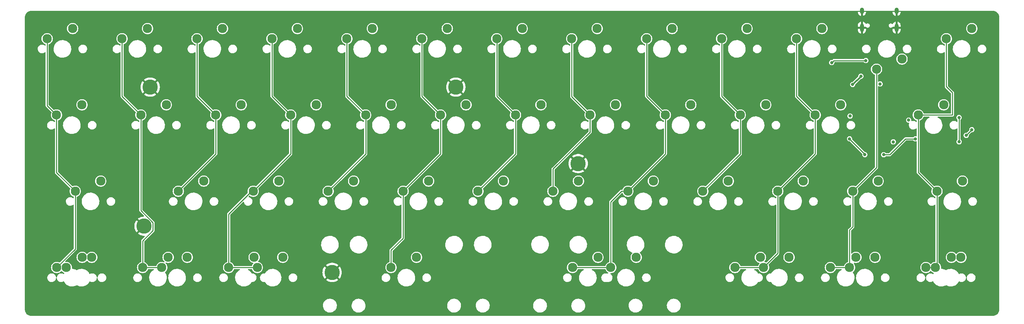
<source format=gbr>
%TF.GenerationSoftware,KiCad,Pcbnew,(7.99.0-267-g8440d7258b)*%
%TF.CreationDate,2023-03-29T01:08:39-07:00*%
%TF.ProjectId,minibaen r2,6d696e69-6261-4656-9e20-72322e6b6963,rev?*%
%TF.SameCoordinates,Original*%
%TF.FileFunction,Copper,L1,Top*%
%TF.FilePolarity,Positive*%
%FSLAX46Y46*%
G04 Gerber Fmt 4.6, Leading zero omitted, Abs format (unit mm)*
G04 Created by KiCad (PCBNEW (7.99.0-267-g8440d7258b)) date 2023-03-29 01:08:39*
%MOMM*%
%LPD*%
G01*
G04 APERTURE LIST*
%TA.AperFunction,ComponentPad*%
%ADD10C,2.300000*%
%TD*%
%TA.AperFunction,ComponentPad*%
%ADD11C,3.800000*%
%TD*%
%TA.AperFunction,ComponentPad*%
%ADD12O,1.000000X1.600000*%
%TD*%
%TA.AperFunction,ComponentPad*%
%ADD13O,1.000000X2.100000*%
%TD*%
%TA.AperFunction,ViaPad*%
%ADD14C,0.800000*%
%TD*%
%TA.AperFunction,Conductor*%
%ADD15C,0.381000*%
%TD*%
%TA.AperFunction,Conductor*%
%ADD16C,0.250000*%
%TD*%
%TA.AperFunction,Conductor*%
%ADD17C,0.254000*%
%TD*%
G04 APERTURE END LIST*
D10*
%TO.P,SW25,1,1*%
%TO.N,col12*%
X213345000Y-16510000D03*
%TO.P,SW25,2,2*%
%TO.N,Net-(D25-A)*%
X219695000Y-13970000D03*
%TD*%
%TO.P,SW35,1,1*%
%TO.N,col10*%
X178320000Y-35560000D03*
%TO.P,SW35,2,2*%
%TO.N,Net-(D35-A)*%
X184670000Y-33020000D03*
%TD*%
%TO.P,SW21,1,1*%
%TO.N,col7*%
X131538277Y-16510000D03*
%TO.P,SW21,2,2*%
%TO.N,Net-(D21-A)*%
X137888277Y-13970000D03*
%TD*%
%TO.P,SW31,1,1*%
%TO.N,col6*%
X103600000Y-35560000D03*
%TO.P,SW31,2,2*%
%TO.N,Net-(D31-A)*%
X109950000Y-33020000D03*
%TD*%
%TO.P,SW39,1,1*%
%TO.N,col1*%
X20002500Y-54610000D03*
%TO.P,SW39,2,2*%
%TO.N,Net-(D39-A)*%
X26352500Y-52070000D03*
%TD*%
%TO.P,SW53,1,1*%
%TO.N,col11*%
X191452500Y-54610000D03*
%TO.P,SW53,2,2*%
%TO.N,Net-(D44-A)*%
X197802500Y-52070000D03*
%TD*%
%TO.P,SW28,1,1*%
%TO.N,col3*%
X47560000Y-35560000D03*
%TO.P,SW28,2,2*%
%TO.N,Net-(D28-A)*%
X53910000Y-33020000D03*
%TD*%
%TO.P,SW23,1,1*%
%TO.N,col9*%
X168980000Y-16510000D03*
%TO.P,SW23,2,2*%
%TO.N,Net-(D23-A)*%
X175330000Y-13970000D03*
%TD*%
%TO.P,SW19,1,1*%
%TO.N,col5*%
X94260000Y-16510000D03*
%TO.P,SW19,2,2*%
%TO.N,Net-(D19-A)*%
X100610000Y-13970000D03*
%TD*%
%TO.P,SW7,1,1*%
%TO.N,col6*%
X108270000Y2540000D03*
%TO.P,SW7,2,2*%
%TO.N,Net-(D7-A)*%
X114620000Y5080000D03*
%TD*%
%TO.P,SW41,1,1*%
%TO.N,col5*%
X81915000Y-54610000D03*
%TO.P,SW41,2,2*%
%TO.N,Net-(D41-A)*%
X88265000Y-52070000D03*
%TD*%
%TO.P,SW13,1,1*%
%TO.N,col12*%
X220350000Y2540000D03*
%TO.P,SW13,2,2*%
%TO.N,Net-(D13-A)*%
X226700000Y5080000D03*
%TD*%
D11*
%TO.P,H1,1,1*%
%TO.N,GND*%
X21877500Y-9542500D03*
%TD*%
D10*
%TO.P,SW33,1,1*%
%TO.N,col8*%
X140960000Y-35560000D03*
%TO.P,SW33,2,2*%
%TO.N,Net-(D33-A)*%
X147310000Y-33020000D03*
%TD*%
%TO.P,SW20,1,1*%
%TO.N,col6*%
X112940000Y-16510000D03*
%TO.P,SW20,2,2*%
%TO.N,Net-(D20-A)*%
X119290000Y-13970000D03*
%TD*%
%TO.P,SW29,1,1*%
%TO.N,col4*%
X66240000Y-35560000D03*
%TO.P,SW29,2,2*%
%TO.N,Net-(D29-A)*%
X72590000Y-33020000D03*
%TD*%
%TO.P,SW14,1,1*%
%TO.N,col0*%
X-1475000Y-16510000D03*
%TO.P,SW14,2,2*%
%TO.N,Net-(D14-A)*%
X4875000Y-13970000D03*
%TD*%
%TO.P,SW15,1,1*%
%TO.N,col1*%
X19540000Y-16510000D03*
%TO.P,SW15,2,2*%
%TO.N,Net-(D15-A)*%
X25890000Y-13970000D03*
%TD*%
%TO.P,SW18,1,1*%
%TO.N,col4*%
X75580000Y-16510000D03*
%TO.P,SW18,2,2*%
%TO.N,Net-(D18-A)*%
X81930000Y-13970000D03*
%TD*%
%TO.P,SW30,1,1*%
%TO.N,col5*%
X84920000Y-35560000D03*
%TO.P,SW30,2,2*%
%TO.N,Net-(D30-A)*%
X91270000Y-33020000D03*
%TD*%
%TO.P,SW4,1,1*%
%TO.N,col3*%
X52230000Y2540000D03*
%TO.P,SW4,2,2*%
%TO.N,Net-(D4-A)*%
X58580000Y5080000D03*
%TD*%
%TO.P,SW5,1,1*%
%TO.N,col4*%
X70910000Y2540000D03*
%TO.P,SW5,2,2*%
%TO.N,Net-(D5-A)*%
X77260000Y5080000D03*
%TD*%
%TO.P,SW10,1,1*%
%TO.N,col9*%
X164310000Y2540000D03*
%TO.P,SW10,2,2*%
%TO.N,Net-(D10-A)*%
X170660000Y5080000D03*
%TD*%
%TO.P,SW36,1,1*%
%TO.N,col11*%
X197000000Y-35560000D03*
%TO.P,SW36,2,2*%
%TO.N,Net-(D36-A)*%
X203350000Y-33020000D03*
%TD*%
%TO.P,SW9,1,1*%
%TO.N,col8*%
X145630000Y2540000D03*
%TO.P,SW9,2,2*%
%TO.N,Net-(D9-A)*%
X151980000Y5080000D03*
%TD*%
%TO.P,SW49,1,1*%
%TO.N,col3*%
X48577500Y-54610000D03*
%TO.P,SW49,2,2*%
%TO.N,Net-(D40-A)*%
X54927500Y-52070000D03*
%TD*%
%TO.P,SW42,1,1*%
%TO.N,col8*%
X136683750Y-54610000D03*
%TO.P,SW42,2,2*%
%TO.N,Net-(D42-A)*%
X143033750Y-52070000D03*
%TD*%
%TO.P,SW24,1,1*%
%TO.N,col10*%
X187660000Y-16510000D03*
%TO.P,SW24,2,2*%
%TO.N,Net-(D24-A)*%
X194010000Y-13970000D03*
%TD*%
%TO.P,SW37,1,1*%
%TO.N,col12*%
X218015000Y-35560000D03*
%TO.P,SW37,2,2*%
%TO.N,Net-(D37-A)*%
X224365000Y-33020000D03*
%TD*%
%TO.P,SW48,1,1*%
%TO.N,col1*%
X24765000Y-54610000D03*
%TO.P,SW48,2,2*%
%TO.N,Net-(D39-A)*%
X31115000Y-52070000D03*
%TD*%
D11*
%TO.P,H2,1,1*%
%TO.N,GND*%
X98077500Y-9542500D03*
%TD*%
D10*
%TO.P,SW45,1,1*%
%TO.N,col12*%
X217646250Y-54610000D03*
%TO.P,SW45,2,2*%
%TO.N,Net-(D45-A)*%
X223996250Y-52070000D03*
%TD*%
%TO.P,SW34,1,1*%
%TO.N,col9*%
X159640000Y-35560000D03*
%TO.P,SW34,2,2*%
%TO.N,Net-(D34-A)*%
X165990000Y-33020000D03*
%TD*%
%TO.P,SW26,1,1*%
%TO.N,col0*%
X3195000Y-35560000D03*
%TO.P,SW26,2,2*%
%TO.N,Net-(D26-A)*%
X9545000Y-33020000D03*
%TD*%
%TO.P,SW3,1,1*%
%TO.N,col2*%
X33550000Y2540000D03*
%TO.P,SW3,2,2*%
%TO.N,Net-(D3-A)*%
X39900000Y5080000D03*
%TD*%
%TO.P,SW2,1,1*%
%TO.N,col1*%
X14870000Y2540000D03*
%TO.P,SW2,2,2*%
%TO.N,Net-(D2-A)*%
X21220000Y5080000D03*
%TD*%
%TO.P,SW54,1,1*%
%TO.N,col12*%
X215265000Y-54610000D03*
%TO.P,SW54,2,2*%
%TO.N,Net-(D45-A)*%
X221615000Y-52070000D03*
%TD*%
%TO.P,SW47,1,1*%
%TO.N,col0*%
X952500Y-54610000D03*
%TO.P,SW47,2,2*%
%TO.N,Net-(D38-A)*%
X7302500Y-52070000D03*
%TD*%
D11*
%TO.P,H3,1,1*%
%TO.N,GND*%
X128564800Y-28642500D03*
%TD*%
D10*
%TO.P,SW8,1,1*%
%TO.N,col7*%
X126950000Y2540000D03*
%TO.P,SW8,2,2*%
%TO.N,Net-(D8-A)*%
X133300000Y5080000D03*
%TD*%
%TO.P,SW40,1,1*%
%TO.N,col3*%
X41433750Y-54610000D03*
%TO.P,SW40,2,2*%
%TO.N,Net-(D40-A)*%
X47783750Y-52070000D03*
%TD*%
%TO.P,SW17,1,1*%
%TO.N,col3*%
X56900000Y-16510000D03*
%TO.P,SW17,2,2*%
%TO.N,Net-(D17-A)*%
X63250000Y-13970000D03*
%TD*%
%TO.P,SW16,1,1*%
%TO.N,col2*%
X38220000Y-16510000D03*
%TO.P,SW16,2,2*%
%TO.N,Net-(D16-A)*%
X44570000Y-13970000D03*
%TD*%
%TO.P,SW51,1,1*%
%TO.N,col8*%
X127158750Y-54610000D03*
%TO.P,SW51,2,2*%
%TO.N,Net-(D42-A)*%
X133508750Y-52070000D03*
%TD*%
D11*
%TO.P,H5,1,1*%
%TO.N,GND*%
X67227500Y-55842400D03*
%TD*%
D10*
%TO.P,SW32,1,1*%
%TO.N,col7*%
X122280000Y-35560000D03*
%TO.P,SW32,2,2*%
%TO.N,Net-(D32-A)*%
X128630000Y-33020000D03*
%TD*%
%TO.P,SW44,1,1*%
%TO.N,col11*%
X196215000Y-54610000D03*
%TO.P,SW44,2,2*%
%TO.N,Net-(D44-A)*%
X202565000Y-52070000D03*
%TD*%
D11*
%TO.P,H4,1,1*%
%TO.N,GND*%
X20327500Y-44292400D03*
%TD*%
D10*
%TO.P,SW6,1,1*%
%TO.N,col5*%
X89590000Y2540000D03*
%TO.P,SW6,2,2*%
%TO.N,Net-(D6-A)*%
X95940000Y5080000D03*
%TD*%
%TO.P,SW11,1,1*%
%TO.N,col10*%
X182990000Y2540000D03*
%TO.P,SW11,2,2*%
%TO.N,Net-(D11-A)*%
X189340000Y5080000D03*
%TD*%
%TO.P,SW38,1,1*%
%TO.N,col0*%
X-1428750Y-54610000D03*
%TO.P,SW38,2,2*%
%TO.N,Net-(D38-A)*%
X4921250Y-52070000D03*
%TD*%
%TO.P,SW22,1,1*%
%TO.N,col8*%
X150300000Y-16510000D03*
%TO.P,SW22,2,2*%
%TO.N,Net-(D22-A)*%
X156650000Y-13970000D03*
%TD*%
%TO.P,SW1,1,1*%
%TO.N,col0*%
X-3810000Y2540000D03*
%TO.P,SW1,2,2*%
%TO.N,Net-(D1-A)*%
X2540000Y5080000D03*
%TD*%
%TO.P,SW27,1,1*%
%TO.N,col2*%
X28880000Y-35560000D03*
%TO.P,SW27,2,2*%
%TO.N,Net-(D27-A)*%
X35230000Y-33020000D03*
%TD*%
%TO.P,SW12,1,1*%
%TO.N,Net-(D12-A)*%
X209290000Y-2540000D03*
%TO.P,SW12,2,2*%
%TO.N,col11*%
X202940000Y-5080000D03*
%TD*%
%TO.P,SW43,1,1*%
%TO.N,col10*%
X174783750Y-54610000D03*
%TO.P,SW43,2,2*%
%TO.N,Net-(D43-A)*%
X181133750Y-52070000D03*
%TD*%
%TO.P,SW52,1,1*%
%TO.N,col10*%
X167640000Y-54610000D03*
%TO.P,SW52,2,2*%
%TO.N,Net-(D43-A)*%
X173990000Y-52070000D03*
%TD*%
D12*
%TO.P,J1,S1,SHIELD*%
%TO.N,GND*%
X199301499Y9483999D03*
D13*
X199301499Y5303999D03*
D12*
X207941499Y9483999D03*
D13*
X207941499Y5303999D03*
%TD*%
D14*
%TO.N,GND*%
X210779024Y-20419000D03*
X209423000Y-25654000D03*
X216154000Y-21717000D03*
X192052000Y-2131000D03*
X214757000Y-25273000D03*
X209677000Y5715000D03*
X213233000Y-12700000D03*
X205486000Y-8382000D03*
X196977000Y-14605000D03*
X200152000Y-1651000D03*
X208407000Y-23203500D03*
X195580000Y-5461000D03*
X197738647Y5588353D03*
%TO.N,+3V3*%
X203835000Y-8763000D03*
X199048544Y-6818456D03*
X196342000Y-16764000D03*
X196977000Y-8890000D03*
X210947000Y-17780000D03*
X207115336Y-23230113D03*
%TO.N,row0*%
X200279000Y-2921000D03*
X191770000Y-3429000D03*
%TO.N,row1*%
X204724000Y-26416000D03*
X225298000Y-21590000D03*
X196215000Y-22479000D03*
X226695000Y-20193000D03*
X212620500Y-22479000D03*
X200025000Y-26416000D03*
%TO.N,BOOT0*%
X223520000Y-23202500D03*
X223520000Y-17145000D03*
%TD*%
D15*
%TO.N,+3V3*%
X196977000Y-8890000D02*
X199048544Y-6818456D01*
D16*
%TO.N,row0*%
X191770000Y-3429000D02*
X192278000Y-2921000D01*
X192278000Y-2921000D02*
X200279000Y-2921000D01*
%TO.N,row1*%
X204724000Y-26416000D02*
X206219805Y-26416000D01*
X200025000Y-26416000D02*
X200025000Y-26289000D01*
X225298000Y-21590000D02*
X226695000Y-20193000D01*
X200025000Y-26289000D02*
X196215000Y-22479000D01*
X206219805Y-26416000D02*
X210156805Y-22479000D01*
X210156805Y-22479000D02*
X212620500Y-22479000D01*
%TO.N,BOOT0*%
X223520000Y-23202500D02*
X223520000Y-17145000D01*
%TO.N,col0*%
X-3810000Y-14175000D02*
X-1475000Y-16510000D01*
X3195000Y-49986250D02*
X-1428750Y-54610000D01*
X3195000Y-35560000D02*
X3195000Y-49986250D01*
X-1475000Y-16510000D02*
X-1475000Y-30890000D01*
X-1475000Y-30890000D02*
X3195000Y-35560000D01*
X-3810000Y2540000D02*
X-3810000Y-14175000D01*
%TO.N,col1*%
X20002500Y-54610000D02*
X24765000Y-54610000D01*
X14870000Y-11840000D02*
X19540000Y-16510000D01*
X22552500Y-45392500D02*
X22552500Y-43370774D01*
X19540000Y-54147500D02*
X20002500Y-54610000D01*
X22552500Y-45392500D02*
X20002500Y-47942500D01*
X20002500Y-47942500D02*
X20002500Y-54610000D01*
X22552500Y-43370774D02*
X19540000Y-40358274D01*
X19540000Y-40358274D02*
X19540000Y-16510000D01*
X14870000Y2540000D02*
X14870000Y-11840000D01*
%TO.N,col2*%
X38220000Y-16510000D02*
X38220000Y-26220000D01*
X33550000Y2540000D02*
X33550000Y-11840000D01*
X33550000Y-11840000D02*
X38220000Y-16510000D01*
X38220000Y-26220000D02*
X28880000Y-35560000D01*
%TO.N,col3*%
X52230000Y2540000D02*
X52230000Y-11840000D01*
X52230000Y-11840000D02*
X56900000Y-16510000D01*
X41433750Y-41259194D02*
X41433750Y-54610000D01*
X56900000Y-16510000D02*
X56900000Y-26220000D01*
X41433750Y-54610000D02*
X48577500Y-54610000D01*
X56900000Y-26220000D02*
X47560000Y-35560000D01*
X47560000Y-35560000D02*
X47132944Y-35560000D01*
X47132944Y-35560000D02*
X41433750Y-41259194D01*
%TO.N,col4*%
X75580000Y-16510000D02*
X75580000Y-26220000D01*
X75580000Y-26220000D02*
X66240000Y-35560000D01*
X70910000Y2540000D02*
X70910000Y-11840000D01*
X70910000Y-11840000D02*
X75580000Y-16510000D01*
%TO.N,col5*%
X81915000Y-50292000D02*
X81915000Y-54610000D01*
X84920000Y-35560000D02*
X84920000Y-47287000D01*
X89590000Y-11840000D02*
X94260000Y-16510000D01*
X94260000Y-16510000D02*
X94260000Y-26220000D01*
X84920000Y-47287000D02*
X81915000Y-50292000D01*
X89590000Y2540000D02*
X89590000Y-11840000D01*
X94260000Y-26220000D02*
X84920000Y-35560000D01*
%TO.N,col6*%
X112940000Y-26220000D02*
X103600000Y-35560000D01*
X108270000Y-11840000D02*
X112940000Y-16510000D01*
X112940000Y-16510000D02*
X112940000Y-26220000D01*
X108270000Y2540000D02*
X108270000Y-11840000D01*
%TO.N,col7*%
X131538277Y-20667277D02*
X131572000Y-20701000D01*
X126950000Y-11921723D02*
X131538277Y-16510000D01*
X122301000Y-29972000D02*
X122301000Y-30099000D01*
X131538277Y-16510000D02*
X131538277Y-20667277D01*
X131572000Y-20701000D02*
X122301000Y-29972000D01*
X122301000Y-30099000D02*
X122280000Y-30120000D01*
X126950000Y2540000D02*
X126950000Y-11921723D01*
X122280000Y-30120000D02*
X122280000Y-35560000D01*
%TO.N,col8*%
X139333655Y-35560000D02*
X136683750Y-38209905D01*
X145630000Y-11840000D02*
X150300000Y-16510000D01*
X150300000Y-26220000D02*
X140960000Y-35560000D01*
X150300000Y-16510000D02*
X150300000Y-26220000D01*
X136683750Y-38209905D02*
X136683750Y-54610000D01*
X140960000Y-35560000D02*
X139333655Y-35560000D01*
D17*
X127158750Y-54610000D02*
X136683750Y-54610000D01*
D16*
X145630000Y2540000D02*
X145630000Y-11840000D01*
%TO.N,col9*%
X168980000Y-26220000D02*
X159640000Y-35560000D01*
X168980000Y-16510000D02*
X168980000Y-26220000D01*
X164310000Y-11840000D02*
X168980000Y-16510000D01*
X164310000Y2540000D02*
X164310000Y-11840000D01*
%TO.N,col10*%
X182990000Y-11840000D02*
X187660000Y-16510000D01*
X187660000Y-26220000D02*
X178320000Y-35560000D01*
X182990000Y2540000D02*
X182990000Y-11840000D01*
X187660000Y-16510000D02*
X187660000Y-26220000D01*
D17*
X167640000Y-54610000D02*
X174783750Y-54610000D01*
D16*
X178320000Y-51073750D02*
X174783750Y-54610000D01*
X178320000Y-35560000D02*
X178320000Y-51073750D01*
%TO.N,col11*%
X196215000Y-45212000D02*
X196215000Y-54610000D01*
X196215000Y-54610000D02*
X191452500Y-54610000D01*
X202940000Y-29620000D02*
X197000000Y-35560000D01*
X197000000Y-35560000D02*
X197000000Y-44427000D01*
X197000000Y-44427000D02*
X196215000Y-45212000D01*
X202940000Y-5080000D02*
X202940000Y-29620000D01*
X196215000Y-54610000D02*
X197000000Y-53825000D01*
%TO.N,col12*%
X213345000Y-16510000D02*
X221869000Y-16510000D01*
X221869000Y-16510000D02*
X221869000Y-10917000D01*
X218015000Y-54241250D02*
X217646250Y-54610000D01*
X220350000Y2540000D02*
X220350000Y-9398000D01*
D17*
X215265000Y-54610000D02*
X217646250Y-54610000D01*
D16*
X213345000Y-16510000D02*
X213345000Y-30890000D01*
X213345000Y-30890000D02*
X218015000Y-35560000D01*
X218015000Y-35560000D02*
X218015000Y-54241250D01*
X221869000Y-10917000D02*
X220350000Y-9398000D01*
%TD*%
%TA.AperFunction,Conductor*%
%TO.N,GND*%
G36*
X231940666Y9524184D02*
G01*
X232007600Y9519393D01*
X232008455Y9519328D01*
X232161419Y9507316D01*
X232178072Y9504863D01*
X232274306Y9483926D01*
X232276895Y9483333D01*
X232394302Y9455143D01*
X232408688Y9450751D01*
X232505938Y9414476D01*
X232510057Y9412855D01*
X232616711Y9368675D01*
X232628686Y9362946D01*
X232721600Y9312208D01*
X232726962Y9309103D01*
X232823686Y9249828D01*
X232833206Y9243368D01*
X232918645Y9179407D01*
X232924866Y9174430D01*
X233010560Y9101238D01*
X233017709Y9094629D01*
X233093370Y9018966D01*
X233099973Y9011823D01*
X233159195Y8942481D01*
X233173154Y8926137D01*
X233178130Y8919916D01*
X233242098Y8834462D01*
X233248558Y8824941D01*
X233307830Y8728215D01*
X233310935Y8722853D01*
X233361664Y8629948D01*
X233367392Y8617974D01*
X233411580Y8511294D01*
X233413201Y8507174D01*
X233449466Y8409940D01*
X233453858Y8395555D01*
X233482053Y8278112D01*
X233482646Y8275522D01*
X233503576Y8179303D01*
X233506027Y8162675D01*
X233517689Y8014502D01*
X233517755Y8013620D01*
X233522934Y7941219D01*
X233523250Y7932372D01*
X233523250Y-65083060D01*
X233522933Y-65091915D01*
X233518143Y-65158818D01*
X233518079Y-65159674D01*
X233506060Y-65312671D01*
X233503606Y-65329325D01*
X233482662Y-65425578D01*
X233482069Y-65428166D01*
X233453884Y-65545539D01*
X233449492Y-65559924D01*
X233413213Y-65657181D01*
X233411592Y-65661301D01*
X233367405Y-65767964D01*
X233361677Y-65779936D01*
X233310956Y-65872819D01*
X233307850Y-65878182D01*
X233248561Y-65974926D01*
X233242101Y-65984446D01*
X233178144Y-66069878D01*
X233173168Y-66076098D01*
X233099965Y-66161805D01*
X233093355Y-66168956D01*
X233017716Y-66244591D01*
X233010568Y-66251198D01*
X232924860Y-66324398D01*
X232918639Y-66329374D01*
X232833206Y-66393328D01*
X232823686Y-66399788D01*
X232726953Y-66459066D01*
X232721590Y-66462171D01*
X232628686Y-66512901D01*
X232616712Y-66518630D01*
X232510041Y-66562815D01*
X232505923Y-66564435D01*
X232408681Y-66600706D01*
X232394296Y-66605098D01*
X232276912Y-66633282D01*
X232274321Y-66633875D01*
X232178043Y-66654820D01*
X232161416Y-66657272D01*
X232013281Y-66668934D01*
X232012402Y-66669000D01*
X231957082Y-66672959D01*
X231939961Y-66674184D01*
X231931121Y-66674500D01*
X-7771822Y-66674500D01*
X-7780669Y-66674184D01*
X-7845426Y-66669552D01*
X-7846307Y-66669486D01*
X-8001784Y-66657251D01*
X-8018412Y-66654800D01*
X-8112042Y-66634434D01*
X-8114632Y-66633841D01*
X-8234699Y-66605017D01*
X-8249086Y-66600625D01*
X-8344653Y-66564981D01*
X-8348773Y-66563360D01*
X-8457145Y-66518471D01*
X-8469118Y-66512743D01*
X-8560745Y-66462712D01*
X-8566108Y-66459607D01*
X-8664146Y-66399530D01*
X-8673667Y-66393069D01*
X-8758054Y-66329898D01*
X-8764276Y-66324921D01*
X-8851055Y-66250804D01*
X-8858204Y-66244195D01*
X-8932945Y-66169454D01*
X-8939554Y-66162305D01*
X-9013671Y-66075526D01*
X-9018648Y-66069304D01*
X-9081819Y-65984917D01*
X-9088280Y-65975396D01*
X-9148357Y-65877358D01*
X-9151462Y-65871995D01*
X-9201493Y-65780368D01*
X-9207221Y-65768395D01*
X-9252110Y-65660023D01*
X-9253731Y-65655903D01*
X-9289375Y-65560336D01*
X-9293767Y-65545949D01*
X-9322591Y-65425882D01*
X-9323184Y-65423292D01*
X-9343550Y-65329662D01*
X-9346001Y-65313034D01*
X-9358236Y-65157557D01*
X-9358302Y-65156676D01*
X-9362934Y-65091919D01*
X-9363250Y-65083072D01*
X-9363250Y-64068754D01*
X64946693Y-64068754D01*
X64956837Y-64333353D01*
X65007251Y-64593307D01*
X65096755Y-64842511D01*
X65223256Y-65075144D01*
X65383779Y-65285730D01*
X65383780Y-65285731D01*
X65574571Y-65469348D01*
X65791155Y-65621690D01*
X66028455Y-65739185D01*
X66280910Y-65819079D01*
X66542602Y-65859500D01*
X66741102Y-65859500D01*
X66741104Y-65859500D01*
X66769327Y-65857333D01*
X66939018Y-65844305D01*
X67196848Y-65783971D01*
X67322001Y-65733529D01*
X67442443Y-65684988D01*
X67442445Y-65684986D01*
X67442447Y-65684986D01*
X67670057Y-65549670D01*
X67874344Y-65381196D01*
X68050519Y-65183512D01*
X68194453Y-64961252D01*
X68302772Y-64719626D01*
X68372938Y-64464296D01*
X68403306Y-64201247D01*
X68398227Y-64068754D01*
X72090443Y-64068754D01*
X72100587Y-64333353D01*
X72151001Y-64593307D01*
X72240505Y-64842511D01*
X72367006Y-65075144D01*
X72527529Y-65285730D01*
X72527530Y-65285731D01*
X72718321Y-65469348D01*
X72934905Y-65621690D01*
X73172205Y-65739185D01*
X73424660Y-65819079D01*
X73686352Y-65859500D01*
X73884852Y-65859500D01*
X73884854Y-65859500D01*
X73913077Y-65857333D01*
X74082768Y-65844305D01*
X74340598Y-65783971D01*
X74465751Y-65733529D01*
X74586193Y-65684988D01*
X74586195Y-65684986D01*
X74586197Y-65684986D01*
X74813807Y-65549670D01*
X75018094Y-65381196D01*
X75194269Y-65183512D01*
X75338203Y-64961252D01*
X75446522Y-64719626D01*
X75516688Y-64464296D01*
X75547056Y-64201247D01*
X75541977Y-64068754D01*
X95902943Y-64068754D01*
X95913087Y-64333353D01*
X95963501Y-64593307D01*
X96053005Y-64842511D01*
X96179506Y-65075144D01*
X96340029Y-65285730D01*
X96340030Y-65285731D01*
X96530821Y-65469348D01*
X96747405Y-65621690D01*
X96984705Y-65739185D01*
X97237160Y-65819079D01*
X97498852Y-65859500D01*
X97697352Y-65859500D01*
X97697354Y-65859500D01*
X97725577Y-65857333D01*
X97895268Y-65844305D01*
X98153098Y-65783971D01*
X98278251Y-65733529D01*
X98398693Y-65684988D01*
X98398695Y-65684986D01*
X98398697Y-65684986D01*
X98626307Y-65549670D01*
X98830594Y-65381196D01*
X99006769Y-65183512D01*
X99150703Y-64961252D01*
X99259022Y-64719626D01*
X99329188Y-64464296D01*
X99359556Y-64201247D01*
X99354477Y-64068754D01*
X103046693Y-64068754D01*
X103056837Y-64333353D01*
X103107251Y-64593307D01*
X103196755Y-64842511D01*
X103323256Y-65075144D01*
X103483779Y-65285730D01*
X103483780Y-65285731D01*
X103674571Y-65469348D01*
X103891155Y-65621690D01*
X104128455Y-65739185D01*
X104380910Y-65819079D01*
X104642602Y-65859500D01*
X104841102Y-65859500D01*
X104841104Y-65859500D01*
X104869327Y-65857333D01*
X105039018Y-65844305D01*
X105296848Y-65783971D01*
X105422001Y-65733529D01*
X105542443Y-65684988D01*
X105542445Y-65684986D01*
X105542447Y-65684986D01*
X105770057Y-65549670D01*
X105974344Y-65381196D01*
X106150519Y-65183512D01*
X106294453Y-64961252D01*
X106402772Y-64719626D01*
X106472938Y-64464296D01*
X106503306Y-64201247D01*
X106498227Y-64068754D01*
X117334193Y-64068754D01*
X117344337Y-64333353D01*
X117394751Y-64593307D01*
X117484255Y-64842511D01*
X117610756Y-65075144D01*
X117771279Y-65285730D01*
X117771280Y-65285731D01*
X117962071Y-65469348D01*
X118178655Y-65621690D01*
X118415955Y-65739185D01*
X118668410Y-65819079D01*
X118930102Y-65859500D01*
X119128602Y-65859500D01*
X119128604Y-65859500D01*
X119156827Y-65857333D01*
X119326518Y-65844305D01*
X119584348Y-65783971D01*
X119709501Y-65733529D01*
X119829943Y-65684988D01*
X119829945Y-65684986D01*
X119829947Y-65684986D01*
X120057557Y-65549670D01*
X120261844Y-65381196D01*
X120438019Y-65183512D01*
X120581953Y-64961252D01*
X120690272Y-64719626D01*
X120760438Y-64464296D01*
X120790806Y-64201247D01*
X120785727Y-64068754D01*
X126859193Y-64068754D01*
X126869337Y-64333353D01*
X126919751Y-64593307D01*
X127009255Y-64842511D01*
X127135756Y-65075144D01*
X127296279Y-65285730D01*
X127296280Y-65285731D01*
X127487071Y-65469348D01*
X127703655Y-65621690D01*
X127940955Y-65739185D01*
X128193410Y-65819079D01*
X128455102Y-65859500D01*
X128653602Y-65859500D01*
X128653604Y-65859500D01*
X128681827Y-65857333D01*
X128851518Y-65844305D01*
X129109348Y-65783971D01*
X129234501Y-65733529D01*
X129354943Y-65684988D01*
X129354945Y-65684986D01*
X129354947Y-65684986D01*
X129582557Y-65549670D01*
X129786844Y-65381196D01*
X129963019Y-65183512D01*
X130106953Y-64961252D01*
X130215272Y-64719626D01*
X130285438Y-64464296D01*
X130315806Y-64201247D01*
X130310727Y-64068754D01*
X141146693Y-64068754D01*
X141156837Y-64333353D01*
X141207251Y-64593307D01*
X141296755Y-64842511D01*
X141423256Y-65075144D01*
X141583779Y-65285730D01*
X141583780Y-65285731D01*
X141774571Y-65469348D01*
X141991155Y-65621690D01*
X142228455Y-65739185D01*
X142480910Y-65819079D01*
X142742602Y-65859500D01*
X142941102Y-65859500D01*
X142941104Y-65859500D01*
X142969327Y-65857333D01*
X143139018Y-65844305D01*
X143396848Y-65783971D01*
X143522001Y-65733529D01*
X143642443Y-65684988D01*
X143642445Y-65684986D01*
X143642447Y-65684986D01*
X143870057Y-65549670D01*
X144074344Y-65381196D01*
X144250519Y-65183512D01*
X144394453Y-64961252D01*
X144502772Y-64719626D01*
X144572938Y-64464296D01*
X144603306Y-64201247D01*
X144598227Y-64068754D01*
X150671693Y-64068754D01*
X150681837Y-64333353D01*
X150732251Y-64593307D01*
X150821755Y-64842511D01*
X150948256Y-65075144D01*
X151108779Y-65285730D01*
X151108780Y-65285731D01*
X151299571Y-65469348D01*
X151516155Y-65621690D01*
X151753455Y-65739185D01*
X152005910Y-65819079D01*
X152267602Y-65859500D01*
X152466102Y-65859500D01*
X152466104Y-65859500D01*
X152494327Y-65857333D01*
X152664018Y-65844305D01*
X152921848Y-65783971D01*
X153047001Y-65733529D01*
X153167443Y-65684988D01*
X153167445Y-65684986D01*
X153167447Y-65684986D01*
X153395057Y-65549670D01*
X153599344Y-65381196D01*
X153775519Y-65183512D01*
X153919453Y-64961252D01*
X154027772Y-64719626D01*
X154097938Y-64464296D01*
X154128306Y-64201247D01*
X154118163Y-63936646D01*
X154067749Y-63676695D01*
X153978243Y-63427485D01*
X153851745Y-63194859D01*
X153851743Y-63194855D01*
X153691220Y-62984269D01*
X153500430Y-62800653D01*
X153500429Y-62800652D01*
X153283845Y-62648310D01*
X153156003Y-62585011D01*
X153046544Y-62530814D01*
X152794092Y-62450921D01*
X152619628Y-62423973D01*
X152532398Y-62410500D01*
X152333898Y-62410500D01*
X152333896Y-62410500D01*
X152135980Y-62425695D01*
X151878152Y-62486028D01*
X151632556Y-62585011D01*
X151404942Y-62720329D01*
X151200654Y-62888804D01*
X151024478Y-63086490D01*
X150880546Y-63308748D01*
X150772227Y-63550372D01*
X150702062Y-63805700D01*
X150671693Y-64068754D01*
X144598227Y-64068754D01*
X144593163Y-63936646D01*
X144542749Y-63676695D01*
X144453243Y-63427485D01*
X144326745Y-63194859D01*
X144326743Y-63194855D01*
X144166220Y-62984269D01*
X143975430Y-62800653D01*
X143975429Y-62800652D01*
X143758845Y-62648310D01*
X143631003Y-62585011D01*
X143521544Y-62530814D01*
X143269092Y-62450921D01*
X143094628Y-62423973D01*
X143007398Y-62410500D01*
X142808898Y-62410500D01*
X142808896Y-62410500D01*
X142610980Y-62425695D01*
X142353152Y-62486028D01*
X142107556Y-62585011D01*
X141879942Y-62720329D01*
X141675654Y-62888804D01*
X141499478Y-63086490D01*
X141355546Y-63308748D01*
X141247227Y-63550372D01*
X141177062Y-63805700D01*
X141146693Y-64068754D01*
X130310727Y-64068754D01*
X130305663Y-63936646D01*
X130255249Y-63676695D01*
X130165743Y-63427485D01*
X130039245Y-63194859D01*
X130039243Y-63194855D01*
X129878720Y-62984269D01*
X129687930Y-62800653D01*
X129687929Y-62800652D01*
X129471345Y-62648310D01*
X129343503Y-62585011D01*
X129234044Y-62530814D01*
X128981592Y-62450921D01*
X128807128Y-62423973D01*
X128719898Y-62410500D01*
X128521398Y-62410500D01*
X128521396Y-62410500D01*
X128323480Y-62425695D01*
X128065652Y-62486028D01*
X127820056Y-62585011D01*
X127592442Y-62720329D01*
X127388154Y-62888804D01*
X127211978Y-63086490D01*
X127068046Y-63308748D01*
X126959727Y-63550372D01*
X126889562Y-63805700D01*
X126859193Y-64068754D01*
X120785727Y-64068754D01*
X120780663Y-63936646D01*
X120730249Y-63676695D01*
X120640743Y-63427485D01*
X120514245Y-63194859D01*
X120514243Y-63194855D01*
X120353720Y-62984269D01*
X120162930Y-62800653D01*
X120162929Y-62800652D01*
X119946345Y-62648310D01*
X119818503Y-62585011D01*
X119709044Y-62530814D01*
X119456592Y-62450921D01*
X119282128Y-62423973D01*
X119194898Y-62410500D01*
X118996398Y-62410500D01*
X118996396Y-62410500D01*
X118798480Y-62425695D01*
X118540652Y-62486028D01*
X118295056Y-62585011D01*
X118067442Y-62720329D01*
X117863154Y-62888804D01*
X117686978Y-63086490D01*
X117543046Y-63308748D01*
X117434727Y-63550372D01*
X117364562Y-63805700D01*
X117334193Y-64068754D01*
X106498227Y-64068754D01*
X106493163Y-63936646D01*
X106442749Y-63676695D01*
X106353243Y-63427485D01*
X106226745Y-63194859D01*
X106226743Y-63194855D01*
X106066220Y-62984269D01*
X105875430Y-62800653D01*
X105875429Y-62800652D01*
X105658845Y-62648310D01*
X105531003Y-62585011D01*
X105421544Y-62530814D01*
X105169092Y-62450921D01*
X104994628Y-62423973D01*
X104907398Y-62410500D01*
X104708898Y-62410500D01*
X104708896Y-62410500D01*
X104510980Y-62425695D01*
X104253152Y-62486028D01*
X104007556Y-62585011D01*
X103779942Y-62720329D01*
X103575654Y-62888804D01*
X103399478Y-63086490D01*
X103255546Y-63308748D01*
X103147227Y-63550372D01*
X103077062Y-63805700D01*
X103046693Y-64068754D01*
X99354477Y-64068754D01*
X99349413Y-63936646D01*
X99298999Y-63676695D01*
X99209493Y-63427485D01*
X99082995Y-63194859D01*
X99082993Y-63194855D01*
X98922470Y-62984269D01*
X98731680Y-62800653D01*
X98731679Y-62800652D01*
X98515095Y-62648310D01*
X98387253Y-62585011D01*
X98277794Y-62530814D01*
X98025342Y-62450921D01*
X97850878Y-62423973D01*
X97763648Y-62410500D01*
X97565148Y-62410500D01*
X97565146Y-62410500D01*
X97367230Y-62425695D01*
X97109402Y-62486028D01*
X96863806Y-62585011D01*
X96636192Y-62720329D01*
X96431904Y-62888804D01*
X96255728Y-63086490D01*
X96111796Y-63308748D01*
X96003477Y-63550372D01*
X95933312Y-63805700D01*
X95902943Y-64068754D01*
X75541977Y-64068754D01*
X75536913Y-63936646D01*
X75486499Y-63676695D01*
X75396993Y-63427485D01*
X75270495Y-63194859D01*
X75270493Y-63194855D01*
X75109970Y-62984269D01*
X74919180Y-62800653D01*
X74919179Y-62800652D01*
X74702595Y-62648310D01*
X74574753Y-62585011D01*
X74465294Y-62530814D01*
X74212842Y-62450921D01*
X74038378Y-62423973D01*
X73951148Y-62410500D01*
X73752648Y-62410500D01*
X73752646Y-62410500D01*
X73554730Y-62425695D01*
X73296902Y-62486028D01*
X73051306Y-62585011D01*
X72823692Y-62720329D01*
X72619404Y-62888804D01*
X72443228Y-63086490D01*
X72299296Y-63308748D01*
X72190977Y-63550372D01*
X72120812Y-63805700D01*
X72090443Y-64068754D01*
X68398227Y-64068754D01*
X68393163Y-63936646D01*
X68342749Y-63676695D01*
X68253243Y-63427485D01*
X68126745Y-63194859D01*
X68126743Y-63194855D01*
X67966220Y-62984269D01*
X67775430Y-62800653D01*
X67775429Y-62800652D01*
X67558845Y-62648310D01*
X67431003Y-62585011D01*
X67321544Y-62530814D01*
X67069092Y-62450921D01*
X66894628Y-62423973D01*
X66807398Y-62410500D01*
X66608898Y-62410500D01*
X66608896Y-62410500D01*
X66410980Y-62425695D01*
X66153152Y-62486028D01*
X65907556Y-62585011D01*
X65679942Y-62720329D01*
X65475654Y-62888804D01*
X65299478Y-63086490D01*
X65155546Y-63308748D01*
X65047227Y-63550372D01*
X64977062Y-63805700D01*
X64946693Y-64068754D01*
X-9363250Y-64068754D01*
X-9363250Y51407D01*
X-6159168Y51407D01*
X-6149395Y-153756D01*
X-6100971Y-353362D01*
X-6015647Y-540196D01*
X-5896506Y-707506D01*
X-5747854Y-849245D01*
X-5575064Y-960291D01*
X-5384382Y-1036629D01*
X-5182698Y-1075500D01*
X-5028773Y-1075500D01*
X-5028768Y-1075500D01*
X-4875534Y-1060868D01*
X-4678459Y-1003001D01*
X-4495896Y-908884D01*
X-4390150Y-825724D01*
X-4326755Y-799906D01*
X-4259319Y-811659D01*
X-4208394Y-857403D01*
X-4189500Y-923196D01*
X-4189500Y-14122780D01*
X-4192139Y-14148226D01*
X-4194419Y-14159100D01*
X-4190493Y-14190591D01*
X-4190452Y-14190924D01*
X-4189500Y-14206261D01*
X-4189500Y-14206443D01*
X-4186028Y-14227245D01*
X-4185304Y-14232215D01*
X-4178752Y-14284783D01*
X-4178750Y-14284785D01*
X-4177783Y-14292548D01*
X-4177625Y-14293042D01*
X-4173900Y-14299924D01*
X-4173900Y-14299927D01*
X-4148705Y-14346481D01*
X-4146396Y-14350966D01*
X-4123126Y-14398568D01*
X-4123123Y-14398570D01*
X-4119684Y-14405606D01*
X-4119384Y-14406009D01*
X-4113619Y-14411315D01*
X-4113619Y-14411316D01*
X-4074674Y-14447166D01*
X-4071025Y-14450667D01*
X-2764601Y-15757091D01*
X-2737399Y-15798108D01*
X-2728296Y-15846479D01*
X-2738727Y-15894576D01*
X-2807953Y-16052396D01*
X-2865093Y-16278035D01*
X-2884314Y-16510000D01*
X-2865093Y-16741965D01*
X-2807953Y-16967604D01*
X-2762865Y-17070394D01*
X-2714455Y-17180759D01*
X-2608590Y-17342799D01*
X-2587147Y-17375619D01*
X-2429502Y-17546866D01*
X-2245822Y-17689830D01*
X-2041115Y-17800612D01*
X-2041108Y-17800614D01*
X-2041109Y-17800614D01*
X-1938238Y-17835930D01*
X-1894517Y-17861981D01*
X-1864944Y-17903401D01*
X-1854500Y-17953211D01*
X-1854500Y-18123480D01*
X-1867748Y-18179248D01*
X-1904663Y-18223099D01*
X-1957355Y-18245664D01*
X-2014565Y-18242119D01*
X-2064069Y-18213224D01*
X-2077147Y-18200754D01*
X-2249934Y-18089709D01*
X-2440620Y-18013370D01*
X-2642302Y-17974500D01*
X-2796232Y-17974500D01*
X-2905684Y-17984951D01*
X-2949468Y-17989132D01*
X-3146539Y-18046998D01*
X-3329106Y-18141117D01*
X-3490554Y-18268082D01*
X-3490555Y-18268083D01*
X-3490556Y-18268084D01*
X-3537794Y-18322600D01*
X-3625062Y-18423312D01*
X-3727758Y-18601187D01*
X-3794936Y-18795286D01*
X-3794937Y-18795288D01*
X-3824168Y-18998593D01*
X-3814395Y-19203756D01*
X-3765971Y-19403362D01*
X-3680647Y-19590196D01*
X-3561506Y-19757506D01*
X-3412854Y-19899245D01*
X-3240064Y-20010291D01*
X-3049382Y-20086629D01*
X-2847698Y-20125500D01*
X-2693773Y-20125500D01*
X-2693768Y-20125500D01*
X-2540534Y-20110868D01*
X-2343459Y-20053001D01*
X-2160896Y-19958884D01*
X-2055150Y-19875724D01*
X-1991755Y-19849906D01*
X-1924319Y-19861659D01*
X-1873394Y-19907403D01*
X-1854500Y-19973196D01*
X-1854500Y-30837780D01*
X-1857139Y-30863226D01*
X-1859419Y-30874100D01*
X-1855493Y-30905591D01*
X-1855452Y-30905924D01*
X-1854500Y-30921261D01*
X-1854500Y-30921443D01*
X-1851028Y-30942245D01*
X-1850304Y-30947215D01*
X-1843752Y-30999783D01*
X-1843750Y-30999785D01*
X-1842783Y-31007548D01*
X-1842625Y-31008042D01*
X-1838900Y-31014924D01*
X-1838900Y-31014927D01*
X-1813705Y-31061481D01*
X-1811396Y-31065966D01*
X-1788126Y-31113568D01*
X-1788123Y-31113570D01*
X-1784684Y-31120606D01*
X-1784384Y-31121009D01*
X-1778619Y-31126315D01*
X-1778619Y-31126316D01*
X-1739674Y-31162166D01*
X-1736025Y-31165667D01*
X1155172Y-34056866D01*
X1905395Y-34807089D01*
X1932599Y-34848107D01*
X1941702Y-34896478D01*
X1931270Y-34944579D01*
X1862049Y-35102389D01*
X1862047Y-35102394D01*
X1862047Y-35102396D01*
X1812259Y-35299005D01*
X1804906Y-35328040D01*
X1785685Y-35560000D01*
X1804906Y-35791959D01*
X1804906Y-35791961D01*
X1804907Y-35791965D01*
X1852228Y-35978830D01*
X1862048Y-36017607D01*
X1955544Y-36230759D01*
X2082851Y-36425618D01*
X2240497Y-36596866D01*
X2311203Y-36651898D01*
X2424178Y-36739830D01*
X2628885Y-36850612D01*
X2628888Y-36850613D01*
X2628890Y-36850614D01*
X2731762Y-36885930D01*
X2775483Y-36911981D01*
X2805056Y-36953401D01*
X2815500Y-37003211D01*
X2815500Y-37173480D01*
X2802252Y-37229248D01*
X2765337Y-37273099D01*
X2712645Y-37295664D01*
X2655435Y-37292119D01*
X2605931Y-37263224D01*
X2592854Y-37250755D01*
X2500056Y-37191117D01*
X2420065Y-37139709D01*
X2293121Y-37088888D01*
X2229382Y-37063371D01*
X2229381Y-37063370D01*
X2229379Y-37063370D01*
X2027698Y-37024500D01*
X1873768Y-37024500D01*
X1777996Y-37033645D01*
X1720531Y-37039132D01*
X1523460Y-37096998D01*
X1340893Y-37191117D01*
X1179445Y-37318082D01*
X1044937Y-37473312D01*
X942241Y-37651187D01*
X875062Y-37845287D01*
X845832Y-38048591D01*
X855605Y-38253756D01*
X904029Y-38453361D01*
X989354Y-38640199D01*
X1050943Y-38726687D01*
X1108494Y-38807506D01*
X1257146Y-38949245D01*
X1429936Y-39060291D01*
X1620618Y-39136629D01*
X1822302Y-39175500D01*
X1976227Y-39175500D01*
X1976232Y-39175500D01*
X2129466Y-39160868D01*
X2326541Y-39103001D01*
X2509104Y-39008884D01*
X2614849Y-38925724D01*
X2678245Y-38899906D01*
X2745681Y-38911659D01*
X2796606Y-38957403D01*
X2815500Y-39023196D01*
X2815500Y-49777694D01*
X2806061Y-49825147D01*
X2779181Y-49865375D01*
X-675397Y-53319953D01*
X-719599Y-53348399D01*
X-771613Y-53355978D01*
X-822094Y-53341327D01*
X-862633Y-53319388D01*
X-1082781Y-53243811D01*
X-1266250Y-53213196D01*
X-1312370Y-53205500D01*
X-1545130Y-53205500D01*
X-1611643Y-53216599D01*
X-1774718Y-53243811D01*
X-1994860Y-53319386D01*
X-1994861Y-53319386D01*
X-1994865Y-53319388D01*
X-2199572Y-53430170D01*
X-2207304Y-53436188D01*
X-2383252Y-53573133D01*
X-2540898Y-53744381D01*
X-2668205Y-53939240D01*
X-2668205Y-53939241D01*
X-2761703Y-54152396D01*
X-2818843Y-54378035D01*
X-2838064Y-54610000D01*
X-2818843Y-54841965D01*
X-2761703Y-55067604D01*
X-2668205Y-55280759D01*
X-2540897Y-55475619D01*
X-2383252Y-55646866D01*
X-2199572Y-55789830D01*
X-1994865Y-55900612D01*
X-1774716Y-55976189D01*
X-1545130Y-56014500D01*
X-1312371Y-56014500D01*
X-1312370Y-56014500D01*
X-1082784Y-55976189D01*
X-862635Y-55900612D01*
X-657928Y-55789830D01*
X-562480Y-55715540D01*
X-474247Y-55646866D01*
X-407564Y-55574428D01*
X-329352Y-55489468D01*
X-271866Y-55454132D01*
X-204384Y-55454132D01*
X-146897Y-55489468D01*
X-2002Y-55646866D01*
X181678Y-55789830D01*
X386385Y-55900612D01*
X389925Y-55901827D01*
X392379Y-55902670D01*
X439565Y-55932038D01*
X469183Y-55979068D01*
X475282Y-56034311D01*
X456637Y-56086670D01*
X452564Y-56093049D01*
X414709Y-56174625D01*
X368846Y-56227015D01*
X301978Y-56246428D01*
X235190Y-56226743D01*
X177565Y-56189709D01*
X-13120Y-56113370D01*
X-214802Y-56074500D01*
X-368732Y-56074500D01*
X-463372Y-56083537D01*
X-521968Y-56089132D01*
X-719039Y-56146998D01*
X-901606Y-56241117D01*
X-1063054Y-56368082D01*
X-1197562Y-56523312D01*
X-1247498Y-56609804D01*
X-1300259Y-56701189D01*
X-1367437Y-56895288D01*
X-1382977Y-57003375D01*
X-1405860Y-57059246D01*
X-1452417Y-57097688D01*
X-1511610Y-57109587D01*
X-1569405Y-57092120D01*
X-1612101Y-57049430D01*
X-1624829Y-57007330D01*
X-1626564Y-57007751D01*
X-1629354Y-56996246D01*
X-1629355Y-56996244D01*
X-1677779Y-56796638D01*
X-1721369Y-56701189D01*
X-1763104Y-56609800D01*
X-1882242Y-56442496D01*
X-2030897Y-56300754D01*
X-2203684Y-56189709D01*
X-2394370Y-56113370D01*
X-2596052Y-56074500D01*
X-2749982Y-56074500D01*
X-2844622Y-56083537D01*
X-2903218Y-56089132D01*
X-3100289Y-56146998D01*
X-3282856Y-56241117D01*
X-3444304Y-56368082D01*
X-3578812Y-56523312D01*
X-3628748Y-56609804D01*
X-3681509Y-56701189D01*
X-3748687Y-56895288D01*
X-3777918Y-57098593D01*
X-3768145Y-57303756D01*
X-3719721Y-57503362D01*
X-3634397Y-57690196D01*
X-3515256Y-57857506D01*
X-3366604Y-57999245D01*
X-3193814Y-58110291D01*
X-3003132Y-58186629D01*
X-2801448Y-58225500D01*
X-2647523Y-58225500D01*
X-2647518Y-58225500D01*
X-2494284Y-58210868D01*
X-2297209Y-58153001D01*
X-2114646Y-58058884D01*
X-2063011Y-58018278D01*
X-1953195Y-57931917D01*
X-1818687Y-57776687D01*
X-1715991Y-57598812D01*
X-1648812Y-57404711D01*
X-1633272Y-57296625D01*
X-1610386Y-57240750D01*
X-1563826Y-57202308D01*
X-1504629Y-57190413D01*
X-1446833Y-57207885D01*
X-1404140Y-57250582D01*
X-1391421Y-57292670D01*
X-1389686Y-57292249D01*
X-1386895Y-57303752D01*
X-1386895Y-57303756D01*
X-1338471Y-57503362D01*
X-1253147Y-57690196D01*
X-1134006Y-57857506D01*
X-985354Y-57999245D01*
X-812564Y-58110291D01*
X-621882Y-58186629D01*
X-420198Y-58225500D01*
X-266273Y-58225500D01*
X-266268Y-58225500D01*
X-113034Y-58210868D01*
X84041Y-58153001D01*
X245243Y-58069895D01*
X306913Y-58056208D01*
X367328Y-58074681D01*
X410801Y-58120521D01*
X527467Y-58333409D01*
X701740Y-58569935D01*
X701741Y-58569936D01*
X905986Y-58781124D01*
X1136556Y-58963203D01*
X1389338Y-59112926D01*
X1659821Y-59227621D01*
X1659822Y-59227621D01*
X1659824Y-59227622D01*
X1722275Y-59244729D01*
X1943178Y-59305241D01*
X2234352Y-59344400D01*
X2454613Y-59344400D01*
X2454615Y-59344400D01*
X2674389Y-59329688D01*
X2962293Y-59271169D01*
X2962292Y-59271169D01*
X2962298Y-59271168D01*
X3239837Y-59174795D01*
X3502055Y-59042291D01*
X3505935Y-59039627D01*
X3571968Y-59017926D01*
X3639304Y-59035166D01*
X3770588Y-59112926D01*
X4041071Y-59227621D01*
X4041072Y-59227621D01*
X4041074Y-59227622D01*
X4103525Y-59244729D01*
X4324428Y-59305241D01*
X4615602Y-59344400D01*
X4835863Y-59344400D01*
X4835865Y-59344400D01*
X5055639Y-59329688D01*
X5343543Y-59271169D01*
X5343542Y-59271169D01*
X5343548Y-59271168D01*
X5621087Y-59174795D01*
X5883305Y-59042291D01*
X6125523Y-58876018D01*
X6343417Y-58678944D01*
X6533099Y-58454587D01*
X6691186Y-58206949D01*
X6729040Y-58125372D01*
X6774901Y-58072985D01*
X6841769Y-58053571D01*
X6908558Y-58073256D01*
X6966183Y-58110290D01*
X6991739Y-58120521D01*
X7156868Y-58186629D01*
X7358552Y-58225500D01*
X7512477Y-58225500D01*
X7512482Y-58225500D01*
X7665716Y-58210868D01*
X7862791Y-58153001D01*
X8045354Y-58058884D01*
X8206806Y-57931916D01*
X8341311Y-57776689D01*
X8444009Y-57598811D01*
X8511187Y-57404712D01*
X8526727Y-57296624D01*
X8549610Y-57240753D01*
X8596167Y-57202311D01*
X8655361Y-57190412D01*
X8713156Y-57207879D01*
X8755851Y-57250570D01*
X8768579Y-57292669D01*
X8770314Y-57292249D01*
X8773104Y-57303753D01*
X8773105Y-57303756D01*
X8797597Y-57404712D01*
X8821529Y-57503361D01*
X8906854Y-57690199D01*
X8968443Y-57776687D01*
X9025994Y-57857506D01*
X9174646Y-57999245D01*
X9347436Y-58110291D01*
X9538118Y-58186629D01*
X9739802Y-58225500D01*
X9893727Y-58225500D01*
X9893732Y-58225500D01*
X10046966Y-58210868D01*
X10244041Y-58153001D01*
X10426604Y-58058884D01*
X10588056Y-57931916D01*
X10722561Y-57776689D01*
X10825259Y-57598811D01*
X10892437Y-57404712D01*
X10921668Y-57201407D01*
X10916770Y-57098593D01*
X17653332Y-57098593D01*
X17663105Y-57303756D01*
X17687596Y-57404711D01*
X17711529Y-57503361D01*
X17796854Y-57690199D01*
X17858443Y-57776687D01*
X17915994Y-57857506D01*
X18064646Y-57999245D01*
X18237436Y-58110291D01*
X18428118Y-58186629D01*
X18629802Y-58225500D01*
X18783727Y-58225500D01*
X18783732Y-58225500D01*
X18936966Y-58210868D01*
X19134041Y-58153001D01*
X19316604Y-58058884D01*
X19478056Y-57931916D01*
X19612561Y-57776689D01*
X19715259Y-57598811D01*
X19782437Y-57404712D01*
X19811668Y-57201407D01*
X19801895Y-56996244D01*
X19753471Y-56796638D01*
X19668147Y-56609804D01*
X19668146Y-56609803D01*
X19668145Y-56609800D01*
X19549007Y-56442496D01*
X19549006Y-56442494D01*
X19400354Y-56300755D01*
X19307556Y-56241117D01*
X19227565Y-56189709D01*
X19090806Y-56134959D01*
X19036882Y-56113371D01*
X19036881Y-56113370D01*
X19036879Y-56113370D01*
X18835198Y-56074500D01*
X18681268Y-56074500D01*
X18586628Y-56083537D01*
X18528031Y-56089132D01*
X18330960Y-56146998D01*
X18148393Y-56241117D01*
X17986945Y-56368082D01*
X17852437Y-56523312D01*
X17749741Y-56701187D01*
X17682562Y-56895287D01*
X17653332Y-57098591D01*
X17653332Y-57098593D01*
X10916770Y-57098593D01*
X10911895Y-56996244D01*
X10863471Y-56796638D01*
X10778147Y-56609804D01*
X10778146Y-56609803D01*
X10778145Y-56609800D01*
X10659007Y-56442496D01*
X10659006Y-56442494D01*
X10510354Y-56300755D01*
X10417556Y-56241117D01*
X10337565Y-56189709D01*
X10200806Y-56134959D01*
X10146882Y-56113371D01*
X10146881Y-56113370D01*
X10146879Y-56113370D01*
X9945198Y-56074500D01*
X9791268Y-56074500D01*
X9696628Y-56083537D01*
X9638031Y-56089132D01*
X9440960Y-56146998D01*
X9258393Y-56241117D01*
X9096945Y-56368082D01*
X8962437Y-56523312D01*
X8859741Y-56701187D01*
X8792563Y-56895287D01*
X8777022Y-57003375D01*
X8754136Y-57059249D01*
X8707576Y-57097691D01*
X8648380Y-57109586D01*
X8590583Y-57092114D01*
X8547891Y-57049417D01*
X8535171Y-57007329D01*
X8533436Y-57007751D01*
X8530645Y-56996247D01*
X8530645Y-56996244D01*
X8482221Y-56796638D01*
X8396897Y-56609804D01*
X8396896Y-56609803D01*
X8396895Y-56609800D01*
X8277757Y-56442496D01*
X8277756Y-56442494D01*
X8129104Y-56300755D01*
X8036306Y-56241117D01*
X7956315Y-56189709D01*
X7819556Y-56134959D01*
X7765632Y-56113371D01*
X7765631Y-56113370D01*
X7765629Y-56113370D01*
X7563948Y-56074500D01*
X7410018Y-56074500D01*
X7315378Y-56083537D01*
X7256781Y-56089132D01*
X7059708Y-56146999D01*
X6898509Y-56230102D01*
X6836835Y-56243791D01*
X6776421Y-56225318D01*
X6732948Y-56179478D01*
X6616282Y-55966590D01*
X6590824Y-55932038D01*
X6442009Y-55730064D01*
X6237764Y-55518876D01*
X6182989Y-55475621D01*
X6007193Y-55336796D01*
X5820422Y-55226172D01*
X5754412Y-55187074D01*
X5577339Y-55111988D01*
X5483925Y-55072377D01*
X5200576Y-54994760D01*
X5200575Y-54994759D01*
X5200572Y-54994759D01*
X4909398Y-54955600D01*
X4689137Y-54955600D01*
X4689135Y-54955600D01*
X4469360Y-54970311D01*
X4181456Y-55028830D01*
X3903907Y-55125207D01*
X3641693Y-55257709D01*
X3637807Y-55260377D01*
X3571776Y-55282073D01*
X3504444Y-55264832D01*
X3373162Y-55187074D01*
X3196089Y-55111988D01*
X3102675Y-55072377D01*
X2819326Y-54994760D01*
X2819325Y-54994759D01*
X2819322Y-54994759D01*
X2528148Y-54955600D01*
X2528145Y-54955600D01*
X2467877Y-54955600D01*
X2402942Y-54937238D01*
X2357238Y-54887590D01*
X2344301Y-54821360D01*
X2361814Y-54610000D01*
X2346810Y-54428930D01*
X2342593Y-54378035D01*
X2285453Y-54152396D01*
X2191955Y-53939241D01*
X2191955Y-53939240D01*
X2064648Y-53744381D01*
X1907002Y-53573133D01*
X1731054Y-53436188D01*
X1723322Y-53430170D01*
X1518615Y-53319388D01*
X1518611Y-53319386D01*
X1518610Y-53319386D01*
X1298468Y-53243811D01*
X1135393Y-53216599D01*
X1068880Y-53205500D01*
X836120Y-53205500D01*
X836118Y-53205500D01*
X829400Y-53206621D01*
X767760Y-53201256D01*
X716385Y-53166774D01*
X688068Y-53111761D01*
X689859Y-53049914D01*
X721309Y-52996633D01*
X1647942Y-52070000D01*
X3511935Y-52070000D01*
X3531156Y-52301959D01*
X3531156Y-52301961D01*
X3531157Y-52301965D01*
X3588297Y-52527604D01*
X3588298Y-52527607D01*
X3681794Y-52740759D01*
X3809101Y-52935618D01*
X3966747Y-53106866D01*
X4043737Y-53166789D01*
X4150428Y-53249830D01*
X4355135Y-53360612D01*
X4575284Y-53436189D01*
X4804870Y-53474500D01*
X5037629Y-53474500D01*
X5037630Y-53474500D01*
X5267216Y-53436189D01*
X5487365Y-53360612D01*
X5692072Y-53249830D01*
X5875752Y-53106866D01*
X6020647Y-52949468D01*
X6078134Y-52914132D01*
X6145616Y-52914132D01*
X6203102Y-52949468D01*
X6246519Y-52996631D01*
X6347997Y-53106866D01*
X6424987Y-53166789D01*
X6531678Y-53249830D01*
X6736385Y-53360612D01*
X6956534Y-53436189D01*
X7186120Y-53474500D01*
X7418879Y-53474500D01*
X7418880Y-53474500D01*
X7648466Y-53436189D01*
X7868615Y-53360612D01*
X8073322Y-53249830D01*
X8257002Y-53106866D01*
X8414647Y-52935619D01*
X8541955Y-52740759D01*
X8635453Y-52527604D01*
X8692593Y-52301965D01*
X8711814Y-52070000D01*
X8692593Y-51838035D01*
X8635453Y-51612396D01*
X8541955Y-51399241D01*
X8541955Y-51399240D01*
X8414648Y-51204381D01*
X8257002Y-51033133D01*
X8073323Y-50890171D01*
X8073322Y-50890170D01*
X7868615Y-50779388D01*
X7868611Y-50779386D01*
X7868610Y-50779386D01*
X7648468Y-50703811D01*
X7495408Y-50678270D01*
X7418880Y-50665500D01*
X7186120Y-50665500D01*
X7128723Y-50675077D01*
X6956531Y-50703811D01*
X6736389Y-50779386D01*
X6736385Y-50779387D01*
X6736385Y-50779388D01*
X6599913Y-50853242D01*
X6531676Y-50890171D01*
X6347994Y-51033136D01*
X6203104Y-51190528D01*
X6145616Y-51225866D01*
X6078134Y-51225866D01*
X6020646Y-51190528D01*
X5875755Y-51033136D01*
X5692073Y-50890171D01*
X5692072Y-50890170D01*
X5487365Y-50779388D01*
X5487361Y-50779386D01*
X5487360Y-50779386D01*
X5267218Y-50703811D01*
X5114158Y-50678270D01*
X5037630Y-50665500D01*
X4804870Y-50665500D01*
X4747473Y-50675077D01*
X4575281Y-50703811D01*
X4355139Y-50779386D01*
X4355135Y-50779387D01*
X4355135Y-50779388D01*
X4218663Y-50853242D01*
X4150426Y-50890171D01*
X3966747Y-51033133D01*
X3809101Y-51204381D01*
X3681794Y-51399240D01*
X3588298Y-51612392D01*
X3531156Y-51838040D01*
X3511935Y-52070000D01*
X1647942Y-52070000D01*
X3426425Y-50291517D01*
X3446280Y-50275394D01*
X3455582Y-50269318D01*
X3475282Y-50244005D01*
X3485455Y-50232488D01*
X3485581Y-50232363D01*
X3497825Y-50215213D01*
X3500832Y-50211179D01*
X3533375Y-50169369D01*
X3533376Y-50169365D01*
X3538189Y-50163182D01*
X3538417Y-50162739D01*
X3552188Y-50116482D01*
X3555750Y-50104513D01*
X3557303Y-50099664D01*
X3574500Y-50049577D01*
X3574500Y-50049574D01*
X3577038Y-50042181D01*
X3577115Y-50041655D01*
X3575219Y-49995822D01*
X3574605Y-49980987D01*
X3574500Y-49975864D01*
X3574500Y-44292400D01*
X17922754Y-44292400D01*
X17941716Y-44593789D01*
X17998304Y-44890436D01*
X18091624Y-45177643D01*
X18220208Y-45450898D01*
X18382021Y-45705875D01*
X18462812Y-45803534D01*
X19973947Y-44292401D01*
X19973947Y-44292400D01*
X18462812Y-42781264D01*
X18382017Y-42878930D01*
X18220208Y-43133901D01*
X18091624Y-43407156D01*
X17998304Y-43694363D01*
X17941716Y-43991010D01*
X17922754Y-44292400D01*
X3574500Y-44292400D01*
X3574500Y-38173493D01*
X4806917Y-38173493D01*
X4836324Y-38465808D01*
X4904433Y-38751605D01*
X5010022Y-39025761D01*
X5151217Y-39283409D01*
X5325490Y-39519935D01*
X5325491Y-39519936D01*
X5529736Y-39731124D01*
X5760306Y-39913203D01*
X6013088Y-40062926D01*
X6283571Y-40177621D01*
X6283572Y-40177621D01*
X6283574Y-40177622D01*
X6346025Y-40194729D01*
X6566928Y-40255241D01*
X6858102Y-40294400D01*
X7078363Y-40294400D01*
X7078365Y-40294400D01*
X7298139Y-40279688D01*
X7586043Y-40221169D01*
X7586042Y-40221169D01*
X7586048Y-40221168D01*
X7863587Y-40124795D01*
X8125805Y-39992291D01*
X8368023Y-39826018D01*
X8585917Y-39628944D01*
X8775599Y-39404587D01*
X8933686Y-39156949D01*
X9057354Y-38890449D01*
X9144399Y-38609845D01*
X9193266Y-38320142D01*
X9202345Y-38048591D01*
X11005832Y-38048591D01*
X11015605Y-38253756D01*
X11064029Y-38453361D01*
X11149354Y-38640199D01*
X11210943Y-38726687D01*
X11268494Y-38807506D01*
X11417146Y-38949245D01*
X11589936Y-39060291D01*
X11780618Y-39136629D01*
X11982302Y-39175500D01*
X12136227Y-39175500D01*
X12136232Y-39175500D01*
X12289466Y-39160868D01*
X12486541Y-39103001D01*
X12669104Y-39008884D01*
X12830556Y-38881916D01*
X12965061Y-38726689D01*
X13067759Y-38548811D01*
X13134937Y-38354712D01*
X13164168Y-38151407D01*
X13154395Y-37946244D01*
X13105971Y-37746638D01*
X13020647Y-37559804D01*
X13020646Y-37559803D01*
X13020645Y-37559800D01*
X12901507Y-37392496D01*
X12901506Y-37392494D01*
X12752854Y-37250755D01*
X12660056Y-37191117D01*
X12580065Y-37139709D01*
X12453121Y-37088888D01*
X12389382Y-37063371D01*
X12389381Y-37063370D01*
X12389379Y-37063370D01*
X12187698Y-37024500D01*
X12033768Y-37024500D01*
X11937996Y-37033645D01*
X11880531Y-37039132D01*
X11683460Y-37096998D01*
X11500893Y-37191117D01*
X11339445Y-37318082D01*
X11204937Y-37473312D01*
X11102241Y-37651187D01*
X11035062Y-37845287D01*
X11005832Y-38048591D01*
X9202345Y-38048591D01*
X9203083Y-38026510D01*
X9173675Y-37734190D01*
X9105567Y-37448398D01*
X9105566Y-37448397D01*
X9105566Y-37448394D01*
X8999977Y-37174238D01*
X8858782Y-36916590D01*
X8684508Y-36680063D01*
X8480263Y-36468875D01*
X8249693Y-36286796D01*
X8116167Y-36207709D01*
X7996912Y-36137074D01*
X7755830Y-36034846D01*
X7726425Y-36022377D01*
X7443076Y-35944760D01*
X7443075Y-35944759D01*
X7443072Y-35944759D01*
X7151898Y-35905600D01*
X6931637Y-35905600D01*
X6931635Y-35905600D01*
X6711860Y-35920311D01*
X6423956Y-35978830D01*
X6146413Y-36075204D01*
X5884191Y-36207710D01*
X5641976Y-36373982D01*
X5424084Y-36571054D01*
X5234401Y-36795413D01*
X5076312Y-37043053D01*
X4969561Y-37273099D01*
X4952646Y-37309551D01*
X4875016Y-37559804D01*
X4865601Y-37590156D01*
X4816734Y-37879858D01*
X4806917Y-38173493D01*
X3574500Y-38173493D01*
X3574500Y-37003211D01*
X3584944Y-36953401D01*
X3614517Y-36911981D01*
X3658238Y-36885930D01*
X3761109Y-36850614D01*
X3761108Y-36850614D01*
X3761115Y-36850612D01*
X3965822Y-36739830D01*
X4149502Y-36596866D01*
X4307147Y-36425619D01*
X4434455Y-36230759D01*
X4527953Y-36017604D01*
X4585093Y-35791965D01*
X4604314Y-35560000D01*
X4585093Y-35328035D01*
X4527953Y-35102396D01*
X4458729Y-34944580D01*
X4434455Y-34889240D01*
X4307148Y-34694381D01*
X4149502Y-34523133D01*
X3965823Y-34380171D01*
X3965822Y-34380170D01*
X3761115Y-34269388D01*
X3761111Y-34269386D01*
X3761110Y-34269386D01*
X3540968Y-34193811D01*
X3377893Y-34166599D01*
X3311380Y-34155500D01*
X3078620Y-34155500D01*
X3021223Y-34165077D01*
X2849031Y-34193811D01*
X2628883Y-34269388D01*
X2588344Y-34291327D01*
X2537863Y-34305978D01*
X2485849Y-34298399D01*
X2441647Y-34269953D01*
X1191693Y-33019999D01*
X8135685Y-33019999D01*
X8154906Y-33251959D01*
X8154906Y-33251961D01*
X8154907Y-33251965D01*
X8212047Y-33477604D01*
X8212048Y-33477607D01*
X8305544Y-33690759D01*
X8432851Y-33885618D01*
X8590497Y-34056866D01*
X8667487Y-34116789D01*
X8774178Y-34199830D01*
X8978885Y-34310612D01*
X9199034Y-34386189D01*
X9428620Y-34424500D01*
X9661379Y-34424500D01*
X9661380Y-34424500D01*
X9890966Y-34386189D01*
X10111115Y-34310612D01*
X10315822Y-34199830D01*
X10499502Y-34056866D01*
X10657147Y-33885619D01*
X10784455Y-33690759D01*
X10877953Y-33477604D01*
X10935093Y-33251965D01*
X10954314Y-33020000D01*
X10935093Y-32788035D01*
X10877953Y-32562396D01*
X10784455Y-32349241D01*
X10784455Y-32349240D01*
X10657148Y-32154381D01*
X10499502Y-31983133D01*
X10315823Y-31840171D01*
X10315822Y-31840170D01*
X10111115Y-31729388D01*
X10111111Y-31729386D01*
X10111110Y-31729386D01*
X9890968Y-31653811D01*
X9737908Y-31628270D01*
X9661380Y-31615500D01*
X9428620Y-31615500D01*
X9371223Y-31625077D01*
X9199031Y-31653811D01*
X8978889Y-31729386D01*
X8774176Y-31840171D01*
X8590497Y-31983133D01*
X8432851Y-32154381D01*
X8305544Y-32349240D01*
X8212048Y-32562392D01*
X8154906Y-32788040D01*
X8135685Y-33019999D01*
X1191693Y-33019999D01*
X-1059181Y-30769125D01*
X-1086061Y-30728897D01*
X-1095500Y-30681444D01*
X-1095500Y-19123493D01*
X136917Y-19123493D01*
X166324Y-19415808D01*
X234433Y-19701605D01*
X340022Y-19975761D01*
X481217Y-20233409D01*
X655490Y-20469935D01*
X655491Y-20469936D01*
X859736Y-20681124D01*
X1090306Y-20863203D01*
X1343088Y-21012926D01*
X1613571Y-21127621D01*
X1613572Y-21127621D01*
X1613574Y-21127622D01*
X1676025Y-21144729D01*
X1896928Y-21205241D01*
X2188102Y-21244400D01*
X2408363Y-21244400D01*
X2408365Y-21244400D01*
X2628139Y-21229688D01*
X2916043Y-21171169D01*
X2916042Y-21171169D01*
X2916048Y-21171168D01*
X3193587Y-21074795D01*
X3455805Y-20942291D01*
X3698023Y-20776018D01*
X3915917Y-20578944D01*
X4105599Y-20354587D01*
X4263686Y-20106949D01*
X4387354Y-19840449D01*
X4474399Y-19559845D01*
X4523266Y-19270142D01*
X4532345Y-18998591D01*
X6335832Y-18998591D01*
X6345605Y-19203756D01*
X6394029Y-19403361D01*
X6479354Y-19590199D01*
X6540943Y-19676687D01*
X6598494Y-19757506D01*
X6747146Y-19899245D01*
X6919936Y-20010291D01*
X7110618Y-20086629D01*
X7312302Y-20125500D01*
X7466227Y-20125500D01*
X7466232Y-20125500D01*
X7619466Y-20110868D01*
X7816541Y-20053001D01*
X7999104Y-19958884D01*
X8160556Y-19831916D01*
X8295061Y-19676689D01*
X8397759Y-19498811D01*
X8464937Y-19304712D01*
X8494168Y-19101407D01*
X8484395Y-18896244D01*
X8435971Y-18696638D01*
X8350647Y-18509804D01*
X8350646Y-18509803D01*
X8350645Y-18509800D01*
X8231507Y-18342496D01*
X8231506Y-18342494D01*
X8082854Y-18200755D01*
X7990056Y-18141117D01*
X7910065Y-18089709D01*
X7752374Y-18026579D01*
X7719382Y-18013371D01*
X7719381Y-18013370D01*
X7719379Y-18013370D01*
X7517698Y-17974500D01*
X7363768Y-17974500D01*
X7267996Y-17983644D01*
X7210531Y-17989132D01*
X7013460Y-18046998D01*
X6830893Y-18141117D01*
X6669445Y-18268082D01*
X6534937Y-18423312D01*
X6432241Y-18601187D01*
X6365062Y-18795287D01*
X6335832Y-18998591D01*
X4532345Y-18998591D01*
X4533083Y-18976510D01*
X4503675Y-18684190D01*
X4435567Y-18398398D01*
X4435566Y-18398397D01*
X4435566Y-18398394D01*
X4329977Y-18124238D01*
X4309238Y-18086395D01*
X4188782Y-17866590D01*
X4014509Y-17630064D01*
X3810264Y-17418876D01*
X3713926Y-17342799D01*
X3579693Y-17236796D01*
X3424710Y-17145000D01*
X3326912Y-17087074D01*
X3091424Y-16987218D01*
X3056425Y-16972377D01*
X2773076Y-16894760D01*
X2773075Y-16894759D01*
X2773072Y-16894759D01*
X2481898Y-16855600D01*
X2261637Y-16855600D01*
X2261635Y-16855600D01*
X2041860Y-16870311D01*
X1753956Y-16928830D01*
X1476413Y-17025204D01*
X1214191Y-17157710D01*
X971976Y-17323982D01*
X754084Y-17521054D01*
X564401Y-17745413D01*
X406312Y-17993053D01*
X290735Y-18242119D01*
X282646Y-18259551D01*
X205016Y-18509804D01*
X195601Y-18540156D01*
X146734Y-18829858D01*
X136917Y-19123493D01*
X-1095500Y-19123493D01*
X-1095500Y-17953211D01*
X-1085056Y-17903401D01*
X-1055483Y-17861981D01*
X-1011762Y-17835930D01*
X-908890Y-17800614D01*
X-908888Y-17800613D01*
X-908885Y-17800612D01*
X-704178Y-17689830D01*
X-617309Y-17622217D01*
X-520497Y-17546866D01*
X-362851Y-17375618D01*
X-235544Y-17180759D01*
X-142048Y-16967607D01*
X-131162Y-16924619D01*
X-84907Y-16741965D01*
X-84906Y-16741961D01*
X-84906Y-16741959D01*
X-65685Y-16510000D01*
X-84906Y-16278040D01*
X-124577Y-16121385D01*
X-142047Y-16052396D01*
X-142046Y-16052396D01*
X-142048Y-16052392D01*
X-235544Y-15839240D01*
X-362851Y-15644381D01*
X-520497Y-15473133D01*
X-704176Y-15330171D01*
X-841275Y-15255977D01*
X-908885Y-15219388D01*
X-908885Y-15219387D01*
X-908889Y-15219386D01*
X-1129031Y-15143811D01*
X-1301223Y-15115077D01*
X-1358620Y-15105500D01*
X-1591380Y-15105500D01*
X-1667908Y-15118270D01*
X-1820968Y-15143811D01*
X-2041117Y-15219388D01*
X-2081655Y-15241326D01*
X-2132136Y-15255977D01*
X-2184150Y-15248398D01*
X-2228352Y-15219952D01*
X-3394181Y-14054125D01*
X-3421061Y-14013897D01*
X-3429793Y-13970000D01*
X3465685Y-13970000D01*
X3484906Y-14201959D01*
X3484906Y-14201961D01*
X3484907Y-14201965D01*
X3542047Y-14427604D01*
X3542048Y-14427607D01*
X3635544Y-14640759D01*
X3762851Y-14835618D01*
X3920497Y-15006866D01*
X4037519Y-15097947D01*
X4104178Y-15149830D01*
X4308885Y-15260612D01*
X4529034Y-15336189D01*
X4758620Y-15374500D01*
X4991379Y-15374500D01*
X4991380Y-15374500D01*
X5220966Y-15336189D01*
X5441115Y-15260612D01*
X5645822Y-15149830D01*
X5829502Y-15006866D01*
X5987147Y-14835619D01*
X6114455Y-14640759D01*
X6207953Y-14427604D01*
X6265093Y-14201965D01*
X6284314Y-13970000D01*
X6265093Y-13738035D01*
X6207953Y-13512396D01*
X6114455Y-13299241D01*
X6114455Y-13299240D01*
X5987148Y-13104381D01*
X5829502Y-12933133D01*
X5645823Y-12790171D01*
X5645822Y-12790170D01*
X5441115Y-12679388D01*
X5441111Y-12679386D01*
X5441110Y-12679386D01*
X5220968Y-12603811D01*
X5067908Y-12578270D01*
X4991380Y-12565500D01*
X4758620Y-12565500D01*
X4701223Y-12575077D01*
X4529031Y-12603811D01*
X4308889Y-12679386D01*
X4104176Y-12790171D01*
X3920497Y-12933133D01*
X3762851Y-13104381D01*
X3635544Y-13299240D01*
X3542048Y-13512392D01*
X3484906Y-13738040D01*
X3465685Y-13970000D01*
X-3429793Y-13970000D01*
X-3430500Y-13966444D01*
X-3430500Y-73490D01*
X-2198083Y-73490D01*
X-2168675Y-365810D01*
X-2106504Y-626689D01*
X-2100566Y-651605D01*
X-2001478Y-908882D01*
X-1994975Y-925766D01*
X-1853782Y-1183410D01*
X-1679509Y-1419936D01*
X-1475264Y-1631124D01*
X-1244694Y-1813203D01*
X-991912Y-1962926D01*
X-721429Y-2077621D01*
X-438072Y-2155241D01*
X-146898Y-2194400D01*
X73363Y-2194400D01*
X73365Y-2194400D01*
X293139Y-2179688D01*
X581043Y-2121169D01*
X581042Y-2121169D01*
X581048Y-2121168D01*
X858587Y-2024795D01*
X1120805Y-1892291D01*
X1363023Y-1726018D01*
X1580917Y-1528944D01*
X1770599Y-1304587D01*
X1928686Y-1056949D01*
X2052354Y-790449D01*
X2139399Y-509845D01*
X2188266Y-220142D01*
X2197345Y51408D01*
X4000832Y51408D01*
X4010605Y-153756D01*
X4059029Y-353361D01*
X4144354Y-540199D01*
X4205943Y-626687D01*
X4263494Y-707506D01*
X4412146Y-849245D01*
X4584936Y-960291D01*
X4775618Y-1036629D01*
X4977302Y-1075500D01*
X5131227Y-1075500D01*
X5131232Y-1075500D01*
X5284466Y-1060868D01*
X5481541Y-1003001D01*
X5664104Y-908884D01*
X5825556Y-781916D01*
X5960061Y-626689D01*
X6062759Y-448811D01*
X6129937Y-254712D01*
X6159168Y-51407D01*
X6154270Y51408D01*
X12520832Y51408D01*
X12530605Y-153756D01*
X12579029Y-353361D01*
X12664354Y-540199D01*
X12725943Y-626687D01*
X12783494Y-707506D01*
X12932146Y-849245D01*
X13104936Y-960291D01*
X13295618Y-1036629D01*
X13497302Y-1075500D01*
X13651227Y-1075500D01*
X13651232Y-1075500D01*
X13804466Y-1060868D01*
X14001541Y-1003001D01*
X14184104Y-908884D01*
X14289849Y-825724D01*
X14353245Y-799906D01*
X14420681Y-811659D01*
X14471606Y-857403D01*
X14490500Y-923196D01*
X14490500Y-11787780D01*
X14487861Y-11813226D01*
X14485581Y-11824099D01*
X14489548Y-11855924D01*
X14490500Y-11871261D01*
X14490500Y-11871444D01*
X14493959Y-11892174D01*
X14494697Y-11897241D01*
X14502212Y-11957523D01*
X14502385Y-11958063D01*
X14531279Y-12011454D01*
X14533624Y-12016010D01*
X14560307Y-12070591D01*
X14560627Y-12071020D01*
X14605296Y-12112140D01*
X14608995Y-12115689D01*
X18250395Y-15757089D01*
X18277599Y-15798107D01*
X18286702Y-15846478D01*
X18276270Y-15894579D01*
X18207049Y-16052389D01*
X18207047Y-16052394D01*
X18207047Y-16052396D01*
X18164250Y-16221399D01*
X18149906Y-16278040D01*
X18130685Y-16510000D01*
X18149906Y-16741959D01*
X18149906Y-16741961D01*
X18149907Y-16741965D01*
X18196162Y-16924619D01*
X18207048Y-16967607D01*
X18300544Y-17180759D01*
X18427851Y-17375618D01*
X18585497Y-17546866D01*
X18682309Y-17622217D01*
X18769178Y-17689830D01*
X18973885Y-17800612D01*
X18973888Y-17800613D01*
X18973890Y-17800614D01*
X19076762Y-17835930D01*
X19120483Y-17861981D01*
X19150056Y-17903401D01*
X19160500Y-17953211D01*
X19160500Y-18123480D01*
X19147252Y-18179248D01*
X19110337Y-18223099D01*
X19057645Y-18245664D01*
X19000435Y-18242119D01*
X18950931Y-18213224D01*
X18937854Y-18200755D01*
X18845056Y-18141117D01*
X18765065Y-18089709D01*
X18607374Y-18026579D01*
X18574382Y-18013371D01*
X18574381Y-18013370D01*
X18574379Y-18013370D01*
X18372698Y-17974500D01*
X18218768Y-17974500D01*
X18122996Y-17983644D01*
X18065531Y-17989132D01*
X17868460Y-18046998D01*
X17685893Y-18141117D01*
X17524445Y-18268082D01*
X17389937Y-18423312D01*
X17287241Y-18601187D01*
X17220062Y-18795287D01*
X17190832Y-18998591D01*
X17200605Y-19203756D01*
X17249029Y-19403361D01*
X17334354Y-19590199D01*
X17395943Y-19676687D01*
X17453494Y-19757506D01*
X17602146Y-19899245D01*
X17774936Y-20010291D01*
X17965618Y-20086629D01*
X18167302Y-20125500D01*
X18321227Y-20125500D01*
X18321232Y-20125500D01*
X18474466Y-20110868D01*
X18671541Y-20053001D01*
X18854104Y-19958884D01*
X18959849Y-19875724D01*
X19023245Y-19849906D01*
X19090681Y-19861659D01*
X19141606Y-19907403D01*
X19160500Y-19973196D01*
X19160500Y-40306054D01*
X19157861Y-40331500D01*
X19155581Y-40342373D01*
X19159548Y-40374198D01*
X19160500Y-40389535D01*
X19160500Y-40389718D01*
X19163959Y-40410448D01*
X19164697Y-40415515D01*
X19172212Y-40475797D01*
X19172385Y-40476337D01*
X19201279Y-40529728D01*
X19203624Y-40534284D01*
X19230307Y-40588865D01*
X19230627Y-40589294D01*
X19275296Y-40630414D01*
X19278995Y-40633963D01*
X20325751Y-41680719D01*
X20356001Y-41730082D01*
X20360543Y-41787798D01*
X20338388Y-41841285D01*
X20294365Y-41878885D01*
X20238070Y-41892400D01*
X20176504Y-41892400D01*
X19876893Y-41930250D01*
X19584392Y-42005351D01*
X19303610Y-42116521D01*
X19038972Y-42262006D01*
X18814065Y-42425410D01*
X18814064Y-42425412D01*
X20327500Y-43938847D01*
X20593371Y-44204718D01*
X20625465Y-44260305D01*
X20625465Y-44324493D01*
X20593371Y-44380080D01*
X18814064Y-46159386D01*
X19038976Y-46322795D01*
X19303610Y-46468278D01*
X19584392Y-46579448D01*
X19876893Y-46654549D01*
X20176504Y-46692400D01*
X20416542Y-46692400D01*
X20472837Y-46705915D01*
X20516860Y-46743515D01*
X20539015Y-46797002D01*
X20534473Y-46854718D01*
X20504223Y-46904081D01*
X19771077Y-47637227D01*
X19751224Y-47653350D01*
X19741918Y-47659430D01*
X19722217Y-47684742D01*
X19712058Y-47696247D01*
X19711920Y-47696384D01*
X19699687Y-47713516D01*
X19696631Y-47717614D01*
X19659332Y-47765538D01*
X19659074Y-47766038D01*
X19641747Y-47824240D01*
X19640183Y-47829120D01*
X19620461Y-47886565D01*
X19620384Y-47887094D01*
X19622894Y-47947762D01*
X19623000Y-47952886D01*
X19623000Y-53166789D01*
X19612556Y-53216599D01*
X19582983Y-53258019D01*
X19539262Y-53284070D01*
X19436390Y-53319385D01*
X19231676Y-53430171D01*
X19047997Y-53573133D01*
X18890351Y-53744381D01*
X18763044Y-53939240D01*
X18669548Y-54152392D01*
X18669546Y-54152396D01*
X18669547Y-54152396D01*
X18652077Y-54221385D01*
X18612406Y-54378040D01*
X18593185Y-54609999D01*
X18612406Y-54841959D01*
X18612406Y-54841961D01*
X18612407Y-54841965D01*
X18669547Y-55067604D01*
X18669548Y-55067607D01*
X18763044Y-55280759D01*
X18890351Y-55475618D01*
X19047997Y-55646866D01*
X19136230Y-55715540D01*
X19231678Y-55789830D01*
X19436385Y-55900612D01*
X19656534Y-55976189D01*
X19886120Y-56014500D01*
X20118879Y-56014500D01*
X20118880Y-56014500D01*
X20348466Y-55976189D01*
X20568615Y-55900612D01*
X20773322Y-55789830D01*
X20957002Y-55646866D01*
X21114647Y-55475619D01*
X21241955Y-55280759D01*
X21252066Y-55257709D01*
X21337170Y-55063690D01*
X21364261Y-55024619D01*
X21404064Y-54998615D01*
X21450726Y-54989500D01*
X22702136Y-54989500D01*
X22765329Y-55006810D01*
X22810878Y-55053908D01*
X22826067Y-55117644D01*
X22806655Y-55180222D01*
X22758061Y-55224172D01*
X22691697Y-55257707D01*
X22449476Y-55423982D01*
X22231584Y-55621054D01*
X22041901Y-55845413D01*
X21883812Y-56093053D01*
X21783407Y-56309424D01*
X21760146Y-56359551D01*
X21682516Y-56609804D01*
X21673101Y-56640156D01*
X21624234Y-56929858D01*
X21614417Y-57223493D01*
X21643824Y-57515808D01*
X21711933Y-57801605D01*
X21817522Y-58075761D01*
X21958717Y-58333409D01*
X22132990Y-58569935D01*
X22132991Y-58569936D01*
X22337236Y-58781124D01*
X22567806Y-58963203D01*
X22820588Y-59112926D01*
X23091071Y-59227621D01*
X23091072Y-59227621D01*
X23091074Y-59227622D01*
X23153525Y-59244729D01*
X23374428Y-59305241D01*
X23665602Y-59344400D01*
X23885863Y-59344400D01*
X23885865Y-59344400D01*
X24105639Y-59329688D01*
X24393543Y-59271169D01*
X24393542Y-59271169D01*
X24393548Y-59271168D01*
X24671087Y-59174795D01*
X24933305Y-59042291D01*
X25175523Y-58876018D01*
X25393417Y-58678944D01*
X25583099Y-58454587D01*
X25741186Y-58206949D01*
X25864854Y-57940449D01*
X25951899Y-57659845D01*
X26000766Y-57370142D01*
X26005669Y-57223493D01*
X26376917Y-57223493D01*
X26406324Y-57515808D01*
X26474433Y-57801605D01*
X26580022Y-58075761D01*
X26721217Y-58333409D01*
X26895490Y-58569935D01*
X26895491Y-58569936D01*
X27099736Y-58781124D01*
X27330306Y-58963203D01*
X27583088Y-59112926D01*
X27853571Y-59227621D01*
X27853572Y-59227621D01*
X27853574Y-59227622D01*
X27916025Y-59244729D01*
X28136928Y-59305241D01*
X28428102Y-59344400D01*
X28648363Y-59344400D01*
X28648365Y-59344400D01*
X28868139Y-59329688D01*
X29156043Y-59271169D01*
X29156042Y-59271169D01*
X29156048Y-59271168D01*
X29433587Y-59174795D01*
X29695805Y-59042291D01*
X29938023Y-58876018D01*
X30155917Y-58678944D01*
X30345599Y-58454587D01*
X30503686Y-58206949D01*
X30627354Y-57940449D01*
X30714399Y-57659845D01*
X30763266Y-57370142D01*
X30772345Y-57098593D01*
X32575832Y-57098593D01*
X32585605Y-57303756D01*
X32610096Y-57404711D01*
X32634029Y-57503361D01*
X32719354Y-57690199D01*
X32780943Y-57776687D01*
X32838494Y-57857506D01*
X32987146Y-57999245D01*
X33159936Y-58110291D01*
X33350618Y-58186629D01*
X33552302Y-58225500D01*
X33706227Y-58225500D01*
X33706232Y-58225500D01*
X33859466Y-58210868D01*
X34056541Y-58153001D01*
X34239104Y-58058884D01*
X34400556Y-57931916D01*
X34535061Y-57776689D01*
X34637759Y-57598811D01*
X34704937Y-57404712D01*
X34734168Y-57201407D01*
X34729270Y-57098593D01*
X39084582Y-57098593D01*
X39094355Y-57303756D01*
X39118846Y-57404711D01*
X39142779Y-57503361D01*
X39228104Y-57690199D01*
X39289693Y-57776687D01*
X39347244Y-57857506D01*
X39495896Y-57999245D01*
X39668686Y-58110291D01*
X39859368Y-58186629D01*
X40061052Y-58225500D01*
X40214977Y-58225500D01*
X40214982Y-58225500D01*
X40368216Y-58210868D01*
X40565291Y-58153001D01*
X40747854Y-58058884D01*
X40909306Y-57931916D01*
X41043811Y-57776689D01*
X41146509Y-57598811D01*
X41213687Y-57404712D01*
X41242918Y-57201407D01*
X41233145Y-56996244D01*
X41184721Y-56796638D01*
X41099397Y-56609804D01*
X41099396Y-56609803D01*
X41099395Y-56609800D01*
X40980257Y-56442496D01*
X40980256Y-56442494D01*
X40831604Y-56300755D01*
X40738806Y-56241117D01*
X40658815Y-56189709D01*
X40522056Y-56134959D01*
X40468132Y-56113371D01*
X40468131Y-56113370D01*
X40468129Y-56113370D01*
X40266448Y-56074500D01*
X40112518Y-56074500D01*
X40017878Y-56083537D01*
X39959281Y-56089132D01*
X39762210Y-56146998D01*
X39579643Y-56241117D01*
X39418195Y-56368082D01*
X39283687Y-56523312D01*
X39180991Y-56701187D01*
X39113812Y-56895287D01*
X39084582Y-57098591D01*
X39084582Y-57098593D01*
X34729270Y-57098593D01*
X34724395Y-56996244D01*
X34675971Y-56796638D01*
X34590647Y-56609804D01*
X34590646Y-56609803D01*
X34590645Y-56609800D01*
X34471507Y-56442496D01*
X34471506Y-56442494D01*
X34322854Y-56300755D01*
X34230056Y-56241117D01*
X34150065Y-56189709D01*
X34013306Y-56134959D01*
X33959382Y-56113371D01*
X33959381Y-56113370D01*
X33959379Y-56113370D01*
X33757698Y-56074500D01*
X33603768Y-56074500D01*
X33509128Y-56083537D01*
X33450531Y-56089132D01*
X33253460Y-56146998D01*
X33070893Y-56241117D01*
X32909445Y-56368082D01*
X32774937Y-56523312D01*
X32672241Y-56701187D01*
X32605062Y-56895287D01*
X32575832Y-57098591D01*
X32575832Y-57098593D01*
X30772345Y-57098593D01*
X30773083Y-57076510D01*
X30743675Y-56784190D01*
X30675567Y-56498398D01*
X30675566Y-56498397D01*
X30675566Y-56498394D01*
X30569977Y-56224238D01*
X30554476Y-56195953D01*
X30428782Y-55966590D01*
X30254509Y-55730064D01*
X30050264Y-55518876D01*
X29995489Y-55475621D01*
X29819693Y-55336796D01*
X29632922Y-55226172D01*
X29566912Y-55187074D01*
X29389839Y-55111988D01*
X29296425Y-55072377D01*
X29013076Y-54994760D01*
X29013075Y-54994759D01*
X29013072Y-54994759D01*
X28721898Y-54955600D01*
X28501637Y-54955600D01*
X28501635Y-54955600D01*
X28281860Y-54970311D01*
X27993956Y-55028830D01*
X27716413Y-55125204D01*
X27454191Y-55257710D01*
X27211976Y-55423982D01*
X26994084Y-55621054D01*
X26804401Y-55845413D01*
X26646312Y-56093053D01*
X26545907Y-56309424D01*
X26522646Y-56359551D01*
X26445016Y-56609804D01*
X26435601Y-56640156D01*
X26386734Y-56929858D01*
X26376917Y-57223493D01*
X26005669Y-57223493D01*
X26010583Y-57076510D01*
X25981175Y-56784190D01*
X25913067Y-56498398D01*
X25913066Y-56498397D01*
X25913066Y-56498394D01*
X25807477Y-56224238D01*
X25791976Y-56195953D01*
X25666282Y-55966590D01*
X25607599Y-55886945D01*
X25584325Y-55828263D01*
X25592960Y-55765723D01*
X25631266Y-55715541D01*
X25719502Y-55646866D01*
X25877147Y-55475619D01*
X26004455Y-55280759D01*
X26097953Y-55067604D01*
X26155093Y-54841965D01*
X26174314Y-54610000D01*
X40024435Y-54610000D01*
X40043656Y-54841959D01*
X40043656Y-54841961D01*
X40043657Y-54841965D01*
X40100797Y-55067604D01*
X40100798Y-55067607D01*
X40194294Y-55280759D01*
X40321601Y-55475618D01*
X40479247Y-55646866D01*
X40567480Y-55715540D01*
X40662928Y-55789830D01*
X40867635Y-55900612D01*
X41087784Y-55976189D01*
X41317370Y-56014500D01*
X41550129Y-56014500D01*
X41550130Y-56014500D01*
X41779716Y-55976189D01*
X41999865Y-55900612D01*
X42204572Y-55789830D01*
X42388252Y-55646866D01*
X42545897Y-55475619D01*
X42673205Y-55280759D01*
X42683316Y-55257709D01*
X42768420Y-55063690D01*
X42795511Y-55024619D01*
X42835314Y-54998615D01*
X42881976Y-54989500D01*
X44133386Y-54989500D01*
X44196579Y-55006810D01*
X44242128Y-55053908D01*
X44257317Y-55117644D01*
X44237905Y-55180222D01*
X44189311Y-55224172D01*
X44122947Y-55257707D01*
X43880726Y-55423982D01*
X43662834Y-55621054D01*
X43473151Y-55845413D01*
X43315062Y-56093053D01*
X43214657Y-56309424D01*
X43191396Y-56359551D01*
X43113766Y-56609804D01*
X43104351Y-56640156D01*
X43055484Y-56929858D01*
X43045667Y-57223493D01*
X43075074Y-57515808D01*
X43143183Y-57801605D01*
X43248772Y-58075761D01*
X43389967Y-58333409D01*
X43564240Y-58569935D01*
X43564241Y-58569936D01*
X43768486Y-58781124D01*
X43999056Y-58963203D01*
X44251838Y-59112926D01*
X44522321Y-59227621D01*
X44522322Y-59227621D01*
X44522324Y-59227622D01*
X44584775Y-59244729D01*
X44805678Y-59305241D01*
X45096852Y-59344400D01*
X45317113Y-59344400D01*
X45317115Y-59344400D01*
X45536889Y-59329688D01*
X45824793Y-59271169D01*
X45824792Y-59271169D01*
X45824798Y-59271168D01*
X46102337Y-59174795D01*
X46364555Y-59042291D01*
X46606773Y-58876018D01*
X46824667Y-58678944D01*
X47014349Y-58454587D01*
X47124027Y-58282778D01*
X47168955Y-58240758D01*
X47228547Y-58225500D01*
X47358727Y-58225500D01*
X47358732Y-58225500D01*
X47511966Y-58210868D01*
X47709041Y-58153001D01*
X47891604Y-58058884D01*
X48053056Y-57931916D01*
X48187561Y-57776689D01*
X48290259Y-57598811D01*
X48357437Y-57404712D01*
X48386668Y-57201407D01*
X48381770Y-57098593D01*
X49244582Y-57098593D01*
X49254355Y-57303756D01*
X49278846Y-57404711D01*
X49302779Y-57503361D01*
X49388104Y-57690199D01*
X49449693Y-57776687D01*
X49507244Y-57857506D01*
X49655896Y-57999245D01*
X49828686Y-58110291D01*
X50019368Y-58186629D01*
X50221052Y-58225500D01*
X50374980Y-58225500D01*
X50374982Y-58225500D01*
X50388340Y-58224224D01*
X50435943Y-58228947D01*
X50478218Y-58251339D01*
X50508870Y-58288069D01*
X50533716Y-58333408D01*
X50707990Y-58569935D01*
X50707991Y-58569936D01*
X50912236Y-58781124D01*
X51142806Y-58963203D01*
X51395588Y-59112926D01*
X51666071Y-59227621D01*
X51666072Y-59227621D01*
X51666074Y-59227622D01*
X51728525Y-59244729D01*
X51949428Y-59305241D01*
X52240602Y-59344400D01*
X52460863Y-59344400D01*
X52460865Y-59344400D01*
X52680639Y-59329688D01*
X52968543Y-59271169D01*
X52968542Y-59271169D01*
X52968548Y-59271168D01*
X53246087Y-59174795D01*
X53508305Y-59042291D01*
X53750523Y-58876018D01*
X53968417Y-58678944D01*
X54158099Y-58454587D01*
X54316186Y-58206949D01*
X54439854Y-57940449D01*
X54526899Y-57659845D01*
X54575766Y-57370142D01*
X54584845Y-57098593D01*
X56388332Y-57098593D01*
X56398105Y-57303756D01*
X56422596Y-57404711D01*
X56446529Y-57503361D01*
X56531854Y-57690199D01*
X56593443Y-57776687D01*
X56650994Y-57857506D01*
X56799646Y-57999245D01*
X56972436Y-58110291D01*
X57163118Y-58186629D01*
X57364802Y-58225500D01*
X57518727Y-58225500D01*
X57518732Y-58225500D01*
X57671966Y-58210868D01*
X57869041Y-58153001D01*
X58051604Y-58058884D01*
X58213056Y-57931916D01*
X58347561Y-57776689D01*
X58386418Y-57709386D01*
X65714064Y-57709386D01*
X65938976Y-57872795D01*
X66203610Y-58018278D01*
X66484392Y-58129448D01*
X66776893Y-58204549D01*
X67076504Y-58242400D01*
X67378496Y-58242400D01*
X67678106Y-58204549D01*
X67970607Y-58129448D01*
X68251389Y-58018278D01*
X68516023Y-57872795D01*
X68740933Y-57709386D01*
X68740934Y-57709386D01*
X67227500Y-56195953D01*
X65714064Y-57709386D01*
X58386418Y-57709386D01*
X58450259Y-57598811D01*
X58517437Y-57404712D01*
X58546668Y-57201407D01*
X58536895Y-56996244D01*
X58488471Y-56796638D01*
X58403147Y-56609804D01*
X58403146Y-56609803D01*
X58403145Y-56609800D01*
X58284007Y-56442496D01*
X58284006Y-56442494D01*
X58135354Y-56300755D01*
X58042556Y-56241117D01*
X57962565Y-56189709D01*
X57825806Y-56134959D01*
X57771882Y-56113371D01*
X57771881Y-56113370D01*
X57771879Y-56113370D01*
X57570198Y-56074500D01*
X57416268Y-56074500D01*
X57321628Y-56083537D01*
X57263031Y-56089132D01*
X57065960Y-56146998D01*
X56883393Y-56241117D01*
X56721945Y-56368082D01*
X56587437Y-56523312D01*
X56484741Y-56701187D01*
X56417562Y-56895287D01*
X56388332Y-57098591D01*
X56388332Y-57098593D01*
X54584845Y-57098593D01*
X54585583Y-57076510D01*
X54556175Y-56784190D01*
X54488067Y-56498398D01*
X54488066Y-56498397D01*
X54488066Y-56498394D01*
X54382477Y-56224238D01*
X54366976Y-56195953D01*
X54241282Y-55966590D01*
X54149778Y-55842400D01*
X64822754Y-55842400D01*
X64841716Y-56143789D01*
X64898304Y-56440436D01*
X64991624Y-56727643D01*
X65120208Y-57000898D01*
X65282021Y-57255875D01*
X65362812Y-57353534D01*
X66873947Y-55842401D01*
X67581053Y-55842401D01*
X69092186Y-57353533D01*
X69172981Y-57255871D01*
X69272792Y-57098593D01*
X79565832Y-57098593D01*
X79575605Y-57303756D01*
X79600096Y-57404711D01*
X79624029Y-57503361D01*
X79709354Y-57690199D01*
X79770943Y-57776687D01*
X79828494Y-57857506D01*
X79977146Y-57999245D01*
X80149936Y-58110291D01*
X80340618Y-58186629D01*
X80542302Y-58225500D01*
X80696227Y-58225500D01*
X80696232Y-58225500D01*
X80849466Y-58210868D01*
X81046541Y-58153001D01*
X81229104Y-58058884D01*
X81390556Y-57931916D01*
X81525061Y-57776689D01*
X81627759Y-57598811D01*
X81694937Y-57404712D01*
X81720992Y-57223493D01*
X83526917Y-57223493D01*
X83556324Y-57515808D01*
X83624433Y-57801605D01*
X83730022Y-58075761D01*
X83871217Y-58333409D01*
X84045490Y-58569935D01*
X84045491Y-58569936D01*
X84249736Y-58781124D01*
X84480306Y-58963203D01*
X84733088Y-59112926D01*
X85003571Y-59227621D01*
X85003572Y-59227621D01*
X85003574Y-59227622D01*
X85066025Y-59244729D01*
X85286928Y-59305241D01*
X85578102Y-59344400D01*
X85798363Y-59344400D01*
X85798365Y-59344400D01*
X86018139Y-59329688D01*
X86306043Y-59271169D01*
X86306042Y-59271169D01*
X86306048Y-59271168D01*
X86583587Y-59174795D01*
X86845805Y-59042291D01*
X87088023Y-58876018D01*
X87305917Y-58678944D01*
X87495599Y-58454587D01*
X87653686Y-58206949D01*
X87777354Y-57940449D01*
X87864399Y-57659845D01*
X87913266Y-57370142D01*
X87922345Y-57098593D01*
X89725832Y-57098593D01*
X89735605Y-57303756D01*
X89760096Y-57404711D01*
X89784029Y-57503361D01*
X89869354Y-57690199D01*
X89930943Y-57776687D01*
X89988494Y-57857506D01*
X90137146Y-57999245D01*
X90309936Y-58110291D01*
X90500618Y-58186629D01*
X90702302Y-58225500D01*
X90856227Y-58225500D01*
X90856232Y-58225500D01*
X91009466Y-58210868D01*
X91206541Y-58153001D01*
X91389104Y-58058884D01*
X91550556Y-57931916D01*
X91685061Y-57776689D01*
X91787759Y-57598811D01*
X91854937Y-57404712D01*
X91884168Y-57201407D01*
X91879270Y-57098593D01*
X124809582Y-57098593D01*
X124819355Y-57303756D01*
X124843846Y-57404711D01*
X124867779Y-57503361D01*
X124953104Y-57690199D01*
X125014693Y-57776687D01*
X125072244Y-57857506D01*
X125220896Y-57999245D01*
X125393686Y-58110291D01*
X125584368Y-58186629D01*
X125786052Y-58225500D01*
X125939977Y-58225500D01*
X125939982Y-58225500D01*
X126093216Y-58210868D01*
X126290291Y-58153001D01*
X126472854Y-58058884D01*
X126634306Y-57931916D01*
X126768811Y-57776689D01*
X126871509Y-57598811D01*
X126938687Y-57404712D01*
X126967918Y-57201407D01*
X126958145Y-56996244D01*
X126909721Y-56796638D01*
X126824397Y-56609804D01*
X126824396Y-56609803D01*
X126824395Y-56609800D01*
X126705257Y-56442496D01*
X126705256Y-56442494D01*
X126556604Y-56300755D01*
X126463806Y-56241117D01*
X126383815Y-56189709D01*
X126247056Y-56134959D01*
X126193132Y-56113371D01*
X126193131Y-56113370D01*
X126193129Y-56113370D01*
X125991448Y-56074500D01*
X125837518Y-56074500D01*
X125742878Y-56083537D01*
X125684281Y-56089132D01*
X125487210Y-56146998D01*
X125304643Y-56241117D01*
X125143195Y-56368082D01*
X125008687Y-56523312D01*
X124905991Y-56701187D01*
X124838812Y-56895287D01*
X124809582Y-57098591D01*
X124809582Y-57098593D01*
X91879270Y-57098593D01*
X91874395Y-56996244D01*
X91825971Y-56796638D01*
X91740647Y-56609804D01*
X91740646Y-56609803D01*
X91740645Y-56609800D01*
X91621507Y-56442496D01*
X91621506Y-56442494D01*
X91472854Y-56300755D01*
X91380056Y-56241117D01*
X91300065Y-56189709D01*
X91163306Y-56134959D01*
X91109382Y-56113371D01*
X91109381Y-56113370D01*
X91109379Y-56113370D01*
X90907698Y-56074500D01*
X90753768Y-56074500D01*
X90659128Y-56083537D01*
X90600531Y-56089132D01*
X90403460Y-56146998D01*
X90220893Y-56241117D01*
X90059445Y-56368082D01*
X89924937Y-56523312D01*
X89822241Y-56701187D01*
X89755062Y-56895287D01*
X89725832Y-57098591D01*
X89725832Y-57098593D01*
X87922345Y-57098593D01*
X87923083Y-57076510D01*
X87893675Y-56784190D01*
X87825567Y-56498398D01*
X87825566Y-56498397D01*
X87825566Y-56498394D01*
X87719977Y-56224238D01*
X87704476Y-56195953D01*
X87578782Y-55966590D01*
X87404509Y-55730064D01*
X87200264Y-55518876D01*
X87145489Y-55475621D01*
X86969693Y-55336796D01*
X86782922Y-55226172D01*
X86716912Y-55187074D01*
X86539839Y-55111988D01*
X86446425Y-55072377D01*
X86163076Y-54994760D01*
X86163075Y-54994759D01*
X86163072Y-54994759D01*
X85871898Y-54955600D01*
X85651637Y-54955600D01*
X85651635Y-54955600D01*
X85431860Y-54970311D01*
X85143956Y-55028830D01*
X84866413Y-55125204D01*
X84604191Y-55257710D01*
X84361976Y-55423982D01*
X84144084Y-55621054D01*
X83954401Y-55845413D01*
X83796312Y-56093053D01*
X83695907Y-56309424D01*
X83672646Y-56359551D01*
X83595016Y-56609804D01*
X83585601Y-56640156D01*
X83536734Y-56929858D01*
X83526917Y-57223493D01*
X81720992Y-57223493D01*
X81724168Y-57201407D01*
X81714395Y-56996244D01*
X81665971Y-56796638D01*
X81580647Y-56609804D01*
X81580646Y-56609803D01*
X81580645Y-56609800D01*
X81461507Y-56442496D01*
X81461506Y-56442494D01*
X81312854Y-56300755D01*
X81220056Y-56241117D01*
X81140065Y-56189709D01*
X81003306Y-56134959D01*
X80949382Y-56113371D01*
X80949381Y-56113370D01*
X80949379Y-56113370D01*
X80747698Y-56074500D01*
X80593768Y-56074500D01*
X80499128Y-56083537D01*
X80440531Y-56089132D01*
X80243460Y-56146998D01*
X80060893Y-56241117D01*
X79899445Y-56368082D01*
X79764937Y-56523312D01*
X79662241Y-56701187D01*
X79595062Y-56895287D01*
X79565832Y-57098591D01*
X79565832Y-57098593D01*
X69272792Y-57098593D01*
X69334791Y-57000898D01*
X69463375Y-56727643D01*
X69556695Y-56440436D01*
X69613283Y-56143789D01*
X69632245Y-55842400D01*
X69613283Y-55541010D01*
X69556695Y-55244363D01*
X69463375Y-54957156D01*
X69334791Y-54683901D01*
X69287891Y-54609999D01*
X80505685Y-54609999D01*
X80524906Y-54841959D01*
X80524906Y-54841961D01*
X80524907Y-54841965D01*
X80582047Y-55067604D01*
X80582048Y-55067607D01*
X80675544Y-55280759D01*
X80802851Y-55475618D01*
X80960497Y-55646866D01*
X81048730Y-55715540D01*
X81144178Y-55789830D01*
X81348885Y-55900612D01*
X81569034Y-55976189D01*
X81798620Y-56014500D01*
X82031379Y-56014500D01*
X82031380Y-56014500D01*
X82260966Y-55976189D01*
X82481115Y-55900612D01*
X82685822Y-55789830D01*
X82869502Y-55646866D01*
X83027147Y-55475619D01*
X83154455Y-55280759D01*
X83247953Y-55067604D01*
X83305093Y-54841965D01*
X83324314Y-54610000D01*
X83324314Y-54609999D01*
X125749435Y-54609999D01*
X125768656Y-54841959D01*
X125768656Y-54841961D01*
X125768657Y-54841965D01*
X125825797Y-55067604D01*
X125825798Y-55067607D01*
X125919294Y-55280759D01*
X126046601Y-55475618D01*
X126204247Y-55646866D01*
X126292480Y-55715540D01*
X126387928Y-55789830D01*
X126592635Y-55900612D01*
X126812784Y-55976189D01*
X127042370Y-56014500D01*
X127275129Y-56014500D01*
X127275130Y-56014500D01*
X127504716Y-55976189D01*
X127724865Y-55900612D01*
X127929572Y-55789830D01*
X128113252Y-55646866D01*
X128270897Y-55475619D01*
X128398205Y-55280759D01*
X128491703Y-55067604D01*
X128491703Y-55067601D01*
X128492542Y-55065690D01*
X128519633Y-55026619D01*
X128559435Y-55000615D01*
X128606098Y-54991500D01*
X129854428Y-54991500D01*
X129917620Y-55008810D01*
X129963170Y-55055908D01*
X129978359Y-55119644D01*
X129958947Y-55182222D01*
X129910353Y-55226172D01*
X129847947Y-55257707D01*
X129605726Y-55423982D01*
X129387834Y-55621054D01*
X129198151Y-55845413D01*
X129040062Y-56093053D01*
X128939657Y-56309424D01*
X128916396Y-56359551D01*
X128838766Y-56609804D01*
X128829351Y-56640156D01*
X128780484Y-56929858D01*
X128770667Y-57223493D01*
X128800074Y-57515808D01*
X128868183Y-57801605D01*
X128973772Y-58075761D01*
X129114967Y-58333409D01*
X129289240Y-58569935D01*
X129289241Y-58569936D01*
X129493486Y-58781124D01*
X129724056Y-58963203D01*
X129976838Y-59112926D01*
X130247321Y-59227621D01*
X130247322Y-59227621D01*
X130247324Y-59227622D01*
X130309775Y-59244729D01*
X130530678Y-59305241D01*
X130821852Y-59344400D01*
X131042113Y-59344400D01*
X131042115Y-59344400D01*
X131261889Y-59329688D01*
X131549793Y-59271169D01*
X131549792Y-59271169D01*
X131549798Y-59271168D01*
X131827337Y-59174795D01*
X132089555Y-59042291D01*
X132331773Y-58876018D01*
X132549667Y-58678944D01*
X132739349Y-58454587D01*
X132897436Y-58206949D01*
X133021104Y-57940449D01*
X133108149Y-57659845D01*
X133157016Y-57370142D01*
X133166833Y-57076510D01*
X133137425Y-56784190D01*
X133069317Y-56498398D01*
X133069316Y-56498397D01*
X133069316Y-56498394D01*
X132963727Y-56224238D01*
X132948226Y-56195953D01*
X132822532Y-55966590D01*
X132648259Y-55730064D01*
X132444014Y-55518876D01*
X132389239Y-55475621D01*
X132213443Y-55336796D01*
X132026672Y-55226172D01*
X132019948Y-55222189D01*
X131975206Y-55176541D01*
X131959144Y-55114671D01*
X131976031Y-55053022D01*
X132021380Y-55007975D01*
X132083141Y-54991500D01*
X135236402Y-54991500D01*
X135283065Y-55000615D01*
X135322867Y-55026619D01*
X135349958Y-55065690D01*
X135350796Y-55067601D01*
X135350797Y-55067604D01*
X135373624Y-55119644D01*
X135444294Y-55280759D01*
X135571601Y-55475618D01*
X135729247Y-55646866D01*
X135817480Y-55715540D01*
X135912928Y-55789830D01*
X136014655Y-55844882D01*
X136060385Y-55887576D01*
X136079450Y-55947166D01*
X136066995Y-56008479D01*
X136026189Y-56055906D01*
X135967422Y-56077373D01*
X135844288Y-56089131D01*
X135844284Y-56089131D01*
X135844284Y-56089132D01*
X135830944Y-56093049D01*
X135773317Y-56109969D01*
X135714918Y-56112750D01*
X135516450Y-56074500D01*
X135516448Y-56074500D01*
X135362518Y-56074500D01*
X135267878Y-56083537D01*
X135209281Y-56089132D01*
X135012210Y-56146998D01*
X134829643Y-56241117D01*
X134668195Y-56368082D01*
X134533687Y-56523312D01*
X134430991Y-56701187D01*
X134363812Y-56895287D01*
X134334582Y-57098591D01*
X134334582Y-57098593D01*
X134344355Y-57303756D01*
X134368846Y-57404711D01*
X134392779Y-57503361D01*
X134478104Y-57690199D01*
X134539693Y-57776687D01*
X134597244Y-57857506D01*
X134745896Y-57999245D01*
X134918686Y-58110291D01*
X135109368Y-58186629D01*
X135311052Y-58225500D01*
X135464977Y-58225500D01*
X135464982Y-58225500D01*
X135618216Y-58210868D01*
X135689183Y-58190029D01*
X135747580Y-58187248D01*
X135946052Y-58225500D01*
X136099977Y-58225500D01*
X136099982Y-58225500D01*
X136253216Y-58210868D01*
X136450291Y-58153001D01*
X136632854Y-58058884D01*
X136794306Y-57931916D01*
X136928811Y-57776689D01*
X137031509Y-57598811D01*
X137098687Y-57404712D01*
X137124742Y-57223493D01*
X138295667Y-57223493D01*
X138325074Y-57515808D01*
X138393183Y-57801605D01*
X138498772Y-58075761D01*
X138639967Y-58333409D01*
X138814240Y-58569935D01*
X138814241Y-58569936D01*
X139018486Y-58781124D01*
X139249056Y-58963203D01*
X139501838Y-59112926D01*
X139772321Y-59227621D01*
X139772322Y-59227621D01*
X139772324Y-59227622D01*
X139834775Y-59244729D01*
X140055678Y-59305241D01*
X140346852Y-59344400D01*
X140567113Y-59344400D01*
X140567115Y-59344400D01*
X140786889Y-59329688D01*
X141074793Y-59271169D01*
X141074792Y-59271169D01*
X141074798Y-59271168D01*
X141352337Y-59174795D01*
X141614555Y-59042291D01*
X141856773Y-58876018D01*
X142074667Y-58678944D01*
X142264349Y-58454587D01*
X142422436Y-58206949D01*
X142546104Y-57940449D01*
X142633149Y-57659845D01*
X142682016Y-57370142D01*
X142691095Y-57098593D01*
X144494582Y-57098593D01*
X144504355Y-57303756D01*
X144528846Y-57404711D01*
X144552779Y-57503361D01*
X144638104Y-57690199D01*
X144699693Y-57776687D01*
X144757244Y-57857506D01*
X144905896Y-57999245D01*
X145078686Y-58110291D01*
X145269368Y-58186629D01*
X145471052Y-58225500D01*
X145624977Y-58225500D01*
X145624982Y-58225500D01*
X145778216Y-58210868D01*
X145975291Y-58153001D01*
X146157854Y-58058884D01*
X146319306Y-57931916D01*
X146453811Y-57776689D01*
X146556509Y-57598811D01*
X146623687Y-57404712D01*
X146652918Y-57201407D01*
X146648020Y-57098593D01*
X165290832Y-57098593D01*
X165300605Y-57303756D01*
X165325096Y-57404711D01*
X165349029Y-57503361D01*
X165434354Y-57690199D01*
X165495943Y-57776687D01*
X165553494Y-57857506D01*
X165702146Y-57999245D01*
X165874936Y-58110291D01*
X166065618Y-58186629D01*
X166267302Y-58225500D01*
X166421227Y-58225500D01*
X166421232Y-58225500D01*
X166574466Y-58210868D01*
X166771541Y-58153001D01*
X166954104Y-58058884D01*
X167115556Y-57931916D01*
X167250061Y-57776689D01*
X167352759Y-57598811D01*
X167419937Y-57404712D01*
X167449168Y-57201407D01*
X167439395Y-56996244D01*
X167390971Y-56796638D01*
X167305647Y-56609804D01*
X167305646Y-56609803D01*
X167305645Y-56609800D01*
X167186507Y-56442496D01*
X167186506Y-56442494D01*
X167037854Y-56300755D01*
X166945056Y-56241117D01*
X166865065Y-56189709D01*
X166728306Y-56134959D01*
X166674382Y-56113371D01*
X166674381Y-56113370D01*
X166674379Y-56113370D01*
X166472698Y-56074500D01*
X166318768Y-56074500D01*
X166224128Y-56083537D01*
X166165531Y-56089132D01*
X165968460Y-56146998D01*
X165785893Y-56241117D01*
X165624445Y-56368082D01*
X165489937Y-56523312D01*
X165387241Y-56701187D01*
X165320062Y-56895287D01*
X165290832Y-57098591D01*
X165290832Y-57098593D01*
X146648020Y-57098593D01*
X146643145Y-56996244D01*
X146594721Y-56796638D01*
X146509397Y-56609804D01*
X146509396Y-56609803D01*
X146509395Y-56609800D01*
X146390257Y-56442496D01*
X146390256Y-56442494D01*
X146241604Y-56300755D01*
X146148806Y-56241117D01*
X146068815Y-56189709D01*
X145932056Y-56134959D01*
X145878132Y-56113371D01*
X145878131Y-56113370D01*
X145878129Y-56113370D01*
X145676448Y-56074500D01*
X145522518Y-56074500D01*
X145427878Y-56083537D01*
X145369281Y-56089132D01*
X145172210Y-56146998D01*
X144989643Y-56241117D01*
X144828195Y-56368082D01*
X144693687Y-56523312D01*
X144590991Y-56701187D01*
X144523812Y-56895287D01*
X144494582Y-57098591D01*
X144494582Y-57098593D01*
X142691095Y-57098593D01*
X142691833Y-57076510D01*
X142662425Y-56784190D01*
X142594317Y-56498398D01*
X142594316Y-56498397D01*
X142594316Y-56498394D01*
X142488727Y-56224238D01*
X142473226Y-56195953D01*
X142347532Y-55966590D01*
X142173259Y-55730064D01*
X141969014Y-55518876D01*
X141914239Y-55475621D01*
X141738443Y-55336796D01*
X141551672Y-55226172D01*
X141485662Y-55187074D01*
X141308589Y-55111988D01*
X141215175Y-55072377D01*
X140931826Y-54994760D01*
X140931825Y-54994759D01*
X140931822Y-54994759D01*
X140640648Y-54955600D01*
X140420387Y-54955600D01*
X140420385Y-54955600D01*
X140200610Y-54970311D01*
X139912706Y-55028830D01*
X139635163Y-55125204D01*
X139372941Y-55257710D01*
X139130726Y-55423982D01*
X138912834Y-55621054D01*
X138723151Y-55845413D01*
X138565062Y-56093053D01*
X138464657Y-56309424D01*
X138441396Y-56359551D01*
X138363766Y-56609804D01*
X138354351Y-56640156D01*
X138305484Y-56929858D01*
X138295667Y-57223493D01*
X137124742Y-57223493D01*
X137127918Y-57201407D01*
X137118145Y-56996244D01*
X137069721Y-56796638D01*
X136984397Y-56609804D01*
X136984396Y-56609803D01*
X136984395Y-56609800D01*
X136865257Y-56442496D01*
X136865256Y-56442494D01*
X136716604Y-56300755D01*
X136626447Y-56242814D01*
X136583818Y-56196367D01*
X136569539Y-56134959D01*
X136587301Y-56074467D01*
X136632513Y-56030527D01*
X136693488Y-56014500D01*
X136800129Y-56014500D01*
X136800130Y-56014500D01*
X137029716Y-55976189D01*
X137249865Y-55900612D01*
X137454572Y-55789830D01*
X137638252Y-55646866D01*
X137795897Y-55475619D01*
X137923205Y-55280759D01*
X138016703Y-55067604D01*
X138073843Y-54841965D01*
X138093064Y-54610000D01*
X138093064Y-54609999D01*
X166230685Y-54609999D01*
X166249906Y-54841959D01*
X166249906Y-54841961D01*
X166249907Y-54841965D01*
X166307047Y-55067604D01*
X166307048Y-55067607D01*
X166400544Y-55280759D01*
X166527851Y-55475618D01*
X166685497Y-55646866D01*
X166773730Y-55715540D01*
X166869178Y-55789830D01*
X167073885Y-55900612D01*
X167294034Y-55976189D01*
X167523620Y-56014500D01*
X167756379Y-56014500D01*
X167756380Y-56014500D01*
X167985966Y-55976189D01*
X168206115Y-55900612D01*
X168410822Y-55789830D01*
X168594502Y-55646866D01*
X168752147Y-55475619D01*
X168879455Y-55280759D01*
X168972953Y-55067604D01*
X168972953Y-55067601D01*
X168973792Y-55065690D01*
X169000883Y-55026619D01*
X169040685Y-55000615D01*
X169087348Y-54991500D01*
X170335678Y-54991500D01*
X170398870Y-55008810D01*
X170444420Y-55055908D01*
X170459609Y-55119644D01*
X170440197Y-55182222D01*
X170391603Y-55226172D01*
X170329197Y-55257707D01*
X170086976Y-55423982D01*
X169869084Y-55621054D01*
X169679401Y-55845413D01*
X169521312Y-56093053D01*
X169420907Y-56309424D01*
X169397646Y-56359551D01*
X169320016Y-56609804D01*
X169310601Y-56640156D01*
X169261734Y-56929858D01*
X169251917Y-57223493D01*
X169281324Y-57515808D01*
X169349433Y-57801605D01*
X169455022Y-58075761D01*
X169596217Y-58333409D01*
X169770490Y-58569935D01*
X169770491Y-58569936D01*
X169974736Y-58781124D01*
X170205306Y-58963203D01*
X170458088Y-59112926D01*
X170728571Y-59227621D01*
X170728572Y-59227621D01*
X170728574Y-59227622D01*
X170791025Y-59244729D01*
X171011928Y-59305241D01*
X171303102Y-59344400D01*
X171523363Y-59344400D01*
X171523365Y-59344400D01*
X171743139Y-59329688D01*
X172031043Y-59271169D01*
X172031042Y-59271169D01*
X172031048Y-59271168D01*
X172308587Y-59174795D01*
X172570805Y-59042291D01*
X172813023Y-58876018D01*
X173030917Y-58678944D01*
X173220599Y-58454587D01*
X173330277Y-58282778D01*
X173375205Y-58240758D01*
X173434797Y-58225500D01*
X173564977Y-58225500D01*
X173564982Y-58225500D01*
X173718216Y-58210868D01*
X173915291Y-58153001D01*
X174097854Y-58058884D01*
X174259306Y-57931916D01*
X174393811Y-57776689D01*
X174496509Y-57598811D01*
X174563687Y-57404712D01*
X174592918Y-57201407D01*
X174588020Y-57098593D01*
X175450832Y-57098593D01*
X175460605Y-57303756D01*
X175485096Y-57404711D01*
X175509029Y-57503361D01*
X175594354Y-57690199D01*
X175655943Y-57776687D01*
X175713494Y-57857506D01*
X175862146Y-57999245D01*
X176034936Y-58110291D01*
X176225618Y-58186629D01*
X176427302Y-58225500D01*
X176581230Y-58225500D01*
X176581232Y-58225500D01*
X176594590Y-58224224D01*
X176642193Y-58228947D01*
X176684468Y-58251339D01*
X176715120Y-58288069D01*
X176739966Y-58333408D01*
X176914241Y-58569936D01*
X177118486Y-58781124D01*
X177349056Y-58963203D01*
X177601838Y-59112926D01*
X177872321Y-59227621D01*
X177872322Y-59227621D01*
X177872324Y-59227622D01*
X177934775Y-59244729D01*
X178155678Y-59305241D01*
X178446852Y-59344400D01*
X178667113Y-59344400D01*
X178667115Y-59344400D01*
X178886889Y-59329688D01*
X179174793Y-59271169D01*
X179174792Y-59271169D01*
X179174798Y-59271168D01*
X179452337Y-59174795D01*
X179714555Y-59042291D01*
X179956773Y-58876018D01*
X180174667Y-58678944D01*
X180364349Y-58454587D01*
X180522436Y-58206949D01*
X180646104Y-57940449D01*
X180733149Y-57659845D01*
X180782016Y-57370142D01*
X180791095Y-57098593D01*
X182594582Y-57098593D01*
X182604355Y-57303756D01*
X182628846Y-57404711D01*
X182652779Y-57503361D01*
X182738104Y-57690199D01*
X182799693Y-57776687D01*
X182857244Y-57857506D01*
X183005896Y-57999245D01*
X183178686Y-58110291D01*
X183369368Y-58186629D01*
X183571052Y-58225500D01*
X183724977Y-58225500D01*
X183724982Y-58225500D01*
X183878216Y-58210868D01*
X184075291Y-58153001D01*
X184257854Y-58058884D01*
X184419306Y-57931916D01*
X184553811Y-57776689D01*
X184656509Y-57598811D01*
X184723687Y-57404712D01*
X184752918Y-57201407D01*
X184748020Y-57098593D01*
X189103332Y-57098593D01*
X189113105Y-57303756D01*
X189137596Y-57404711D01*
X189161529Y-57503361D01*
X189246854Y-57690199D01*
X189308443Y-57776687D01*
X189365994Y-57857506D01*
X189514646Y-57999245D01*
X189687436Y-58110291D01*
X189878118Y-58186629D01*
X190079802Y-58225500D01*
X190233727Y-58225500D01*
X190233732Y-58225500D01*
X190386966Y-58210868D01*
X190584041Y-58153001D01*
X190766604Y-58058884D01*
X190928056Y-57931916D01*
X191062561Y-57776689D01*
X191165259Y-57598811D01*
X191232437Y-57404712D01*
X191261668Y-57201407D01*
X191251895Y-56996244D01*
X191203471Y-56796638D01*
X191118147Y-56609804D01*
X191118146Y-56609803D01*
X191118145Y-56609800D01*
X190999007Y-56442496D01*
X190999006Y-56442494D01*
X190850354Y-56300755D01*
X190757556Y-56241117D01*
X190677565Y-56189709D01*
X190540806Y-56134959D01*
X190486882Y-56113371D01*
X190486881Y-56113370D01*
X190486879Y-56113370D01*
X190285198Y-56074500D01*
X190131268Y-56074500D01*
X190036628Y-56083537D01*
X189978031Y-56089132D01*
X189780960Y-56146998D01*
X189598393Y-56241117D01*
X189436945Y-56368082D01*
X189302437Y-56523312D01*
X189199741Y-56701187D01*
X189132562Y-56895287D01*
X189103332Y-57098591D01*
X189103332Y-57098593D01*
X184748020Y-57098593D01*
X184743145Y-56996244D01*
X184694721Y-56796638D01*
X184609397Y-56609804D01*
X184609396Y-56609803D01*
X184609395Y-56609800D01*
X184490257Y-56442496D01*
X184490256Y-56442494D01*
X184341604Y-56300755D01*
X184248806Y-56241117D01*
X184168815Y-56189709D01*
X184032056Y-56134959D01*
X183978132Y-56113371D01*
X183978131Y-56113370D01*
X183978129Y-56113370D01*
X183776448Y-56074500D01*
X183622518Y-56074500D01*
X183527878Y-56083537D01*
X183469281Y-56089132D01*
X183272210Y-56146998D01*
X183089643Y-56241117D01*
X182928195Y-56368082D01*
X182793687Y-56523312D01*
X182690991Y-56701187D01*
X182623812Y-56895287D01*
X182594582Y-57098591D01*
X182594582Y-57098593D01*
X180791095Y-57098593D01*
X180791833Y-57076510D01*
X180762425Y-56784190D01*
X180694317Y-56498398D01*
X180694316Y-56498397D01*
X180694316Y-56498394D01*
X180588727Y-56224238D01*
X180573226Y-56195953D01*
X180447532Y-55966590D01*
X180273259Y-55730064D01*
X180069014Y-55518876D01*
X180014239Y-55475621D01*
X179838443Y-55336796D01*
X179651672Y-55226172D01*
X179585662Y-55187074D01*
X179408589Y-55111988D01*
X179315175Y-55072377D01*
X179031826Y-54994760D01*
X179031825Y-54994759D01*
X179031822Y-54994759D01*
X178740648Y-54955600D01*
X178520387Y-54955600D01*
X178520385Y-54955600D01*
X178300610Y-54970311D01*
X178012706Y-55028830D01*
X177735163Y-55125204D01*
X177472941Y-55257710D01*
X177230726Y-55423982D01*
X177012834Y-55621054D01*
X176823149Y-55845414D01*
X176713470Y-56017223D01*
X176668544Y-56059242D01*
X176608952Y-56074500D01*
X176478768Y-56074500D01*
X176384128Y-56083537D01*
X176325531Y-56089132D01*
X176128460Y-56146998D01*
X175945893Y-56241117D01*
X175784445Y-56368082D01*
X175649937Y-56523312D01*
X175547241Y-56701187D01*
X175480062Y-56895287D01*
X175450832Y-57098591D01*
X175450832Y-57098593D01*
X174588020Y-57098593D01*
X174583145Y-56996244D01*
X174534721Y-56796638D01*
X174449397Y-56609804D01*
X174449396Y-56609803D01*
X174449395Y-56609800D01*
X174330257Y-56442496D01*
X174330256Y-56442494D01*
X174181604Y-56300755D01*
X174088806Y-56241117D01*
X174008815Y-56189709D01*
X173872056Y-56134959D01*
X173818132Y-56113371D01*
X173818131Y-56113370D01*
X173818129Y-56113370D01*
X173616448Y-56074500D01*
X173462518Y-56074500D01*
X173449154Y-56075776D01*
X173401550Y-56071051D01*
X173359277Y-56048657D01*
X173328629Y-56011931D01*
X173303782Y-55966590D01*
X173129509Y-55730064D01*
X172925264Y-55518876D01*
X172870489Y-55475621D01*
X172694693Y-55336796D01*
X172507922Y-55226172D01*
X172501198Y-55222189D01*
X172456456Y-55176541D01*
X172440394Y-55114671D01*
X172457281Y-55053022D01*
X172502630Y-55007975D01*
X172564391Y-54991500D01*
X173336402Y-54991500D01*
X173383065Y-55000615D01*
X173422867Y-55026619D01*
X173449958Y-55065690D01*
X173450796Y-55067601D01*
X173450797Y-55067604D01*
X173473624Y-55119644D01*
X173544294Y-55280759D01*
X173671601Y-55475618D01*
X173829247Y-55646866D01*
X173917480Y-55715540D01*
X174012928Y-55789830D01*
X174217635Y-55900612D01*
X174437784Y-55976189D01*
X174667370Y-56014500D01*
X174900129Y-56014500D01*
X174900130Y-56014500D01*
X175129716Y-55976189D01*
X175349865Y-55900612D01*
X175554572Y-55789830D01*
X175738252Y-55646866D01*
X175895897Y-55475619D01*
X176023205Y-55280759D01*
X176116703Y-55067604D01*
X176173843Y-54841965D01*
X176193064Y-54610000D01*
X176193064Y-54609999D01*
X190043185Y-54609999D01*
X190062406Y-54841959D01*
X190062406Y-54841961D01*
X190062407Y-54841965D01*
X190119547Y-55067604D01*
X190119548Y-55067607D01*
X190213044Y-55280759D01*
X190340351Y-55475618D01*
X190497997Y-55646866D01*
X190586230Y-55715540D01*
X190681678Y-55789830D01*
X190886385Y-55900612D01*
X191106534Y-55976189D01*
X191336120Y-56014500D01*
X191568879Y-56014500D01*
X191568880Y-56014500D01*
X191798466Y-55976189D01*
X192018615Y-55900612D01*
X192223322Y-55789830D01*
X192407002Y-55646866D01*
X192564647Y-55475619D01*
X192691955Y-55280759D01*
X192702066Y-55257709D01*
X192787170Y-55063690D01*
X192814261Y-55024619D01*
X192854064Y-54998615D01*
X192900726Y-54989500D01*
X194152136Y-54989500D01*
X194215329Y-55006810D01*
X194260878Y-55053908D01*
X194276067Y-55117644D01*
X194256655Y-55180222D01*
X194208061Y-55224172D01*
X194141697Y-55257707D01*
X193899476Y-55423982D01*
X193681584Y-55621054D01*
X193491901Y-55845413D01*
X193333812Y-56093053D01*
X193233407Y-56309424D01*
X193210146Y-56359551D01*
X193132516Y-56609804D01*
X193123101Y-56640156D01*
X193074234Y-56929858D01*
X193064417Y-57223493D01*
X193093824Y-57515808D01*
X193161933Y-57801605D01*
X193267522Y-58075761D01*
X193408717Y-58333409D01*
X193582990Y-58569935D01*
X193582991Y-58569936D01*
X193787236Y-58781124D01*
X194017806Y-58963203D01*
X194270588Y-59112926D01*
X194541071Y-59227621D01*
X194541072Y-59227621D01*
X194541074Y-59227622D01*
X194603525Y-59244729D01*
X194824428Y-59305241D01*
X195115602Y-59344400D01*
X195335863Y-59344400D01*
X195335865Y-59344400D01*
X195555639Y-59329688D01*
X195843543Y-59271169D01*
X195843542Y-59271169D01*
X195843548Y-59271168D01*
X196121087Y-59174795D01*
X196383305Y-59042291D01*
X196625523Y-58876018D01*
X196843417Y-58678944D01*
X197033099Y-58454587D01*
X197191186Y-58206949D01*
X197314854Y-57940449D01*
X197401899Y-57659845D01*
X197450766Y-57370142D01*
X197455669Y-57223493D01*
X197826917Y-57223493D01*
X197856324Y-57515808D01*
X197924433Y-57801605D01*
X198030022Y-58075761D01*
X198171217Y-58333409D01*
X198345490Y-58569935D01*
X198345491Y-58569936D01*
X198549736Y-58781124D01*
X198780306Y-58963203D01*
X199033088Y-59112926D01*
X199303571Y-59227621D01*
X199303572Y-59227621D01*
X199303574Y-59227622D01*
X199366025Y-59244729D01*
X199586928Y-59305241D01*
X199878102Y-59344400D01*
X200098363Y-59344400D01*
X200098365Y-59344400D01*
X200318139Y-59329688D01*
X200606043Y-59271169D01*
X200606042Y-59271169D01*
X200606048Y-59271168D01*
X200883587Y-59174795D01*
X201145805Y-59042291D01*
X201388023Y-58876018D01*
X201605917Y-58678944D01*
X201795599Y-58454587D01*
X201953686Y-58206949D01*
X202077354Y-57940449D01*
X202164399Y-57659845D01*
X202213266Y-57370142D01*
X202222345Y-57098593D01*
X204025832Y-57098593D01*
X204035605Y-57303756D01*
X204060096Y-57404711D01*
X204084029Y-57503361D01*
X204169354Y-57690199D01*
X204230943Y-57776687D01*
X204288494Y-57857506D01*
X204437146Y-57999245D01*
X204609936Y-58110291D01*
X204800618Y-58186629D01*
X205002302Y-58225500D01*
X205156227Y-58225500D01*
X205156232Y-58225500D01*
X205309466Y-58210868D01*
X205506541Y-58153001D01*
X205689104Y-58058884D01*
X205850556Y-57931916D01*
X205985061Y-57776689D01*
X206087759Y-57598811D01*
X206154937Y-57404712D01*
X206184168Y-57201407D01*
X206174395Y-56996244D01*
X206125971Y-56796638D01*
X206040647Y-56609804D01*
X206040646Y-56609803D01*
X206040645Y-56609800D01*
X205921507Y-56442496D01*
X205921506Y-56442494D01*
X205772854Y-56300755D01*
X205680056Y-56241117D01*
X205600065Y-56189709D01*
X205463306Y-56134959D01*
X205409382Y-56113371D01*
X205409381Y-56113370D01*
X205409379Y-56113370D01*
X205207698Y-56074500D01*
X205053768Y-56074500D01*
X204959128Y-56083537D01*
X204900531Y-56089132D01*
X204703460Y-56146998D01*
X204520893Y-56241117D01*
X204359445Y-56368082D01*
X204224937Y-56523312D01*
X204122241Y-56701187D01*
X204055062Y-56895287D01*
X204025832Y-57098591D01*
X204025832Y-57098593D01*
X202222345Y-57098593D01*
X202223083Y-57076510D01*
X202193675Y-56784190D01*
X202125567Y-56498398D01*
X202125566Y-56498397D01*
X202125566Y-56498394D01*
X202019977Y-56224238D01*
X202004476Y-56195953D01*
X201878782Y-55966590D01*
X201704509Y-55730064D01*
X201500264Y-55518876D01*
X201445489Y-55475621D01*
X201269693Y-55336796D01*
X201082922Y-55226172D01*
X201016912Y-55187074D01*
X200839839Y-55111988D01*
X200746425Y-55072377D01*
X200463076Y-54994760D01*
X200463075Y-54994759D01*
X200463072Y-54994759D01*
X200171898Y-54955600D01*
X199951637Y-54955600D01*
X199951635Y-54955600D01*
X199731860Y-54970311D01*
X199443956Y-55028830D01*
X199166413Y-55125204D01*
X198904191Y-55257710D01*
X198661976Y-55423982D01*
X198444084Y-55621054D01*
X198254401Y-55845413D01*
X198096312Y-56093053D01*
X197995907Y-56309424D01*
X197972646Y-56359551D01*
X197895016Y-56609804D01*
X197885601Y-56640156D01*
X197836734Y-56929858D01*
X197826917Y-57223493D01*
X197455669Y-57223493D01*
X197460583Y-57076510D01*
X197431175Y-56784190D01*
X197363067Y-56498398D01*
X197363066Y-56498397D01*
X197363066Y-56498394D01*
X197257477Y-56224238D01*
X197241976Y-56195953D01*
X197116282Y-55966590D01*
X197057599Y-55886945D01*
X197034325Y-55828263D01*
X197042960Y-55765723D01*
X197081266Y-55715541D01*
X197169502Y-55646866D01*
X197327147Y-55475619D01*
X197454455Y-55280759D01*
X197547953Y-55067604D01*
X197605093Y-54841965D01*
X197624314Y-54610000D01*
X197605093Y-54378035D01*
X197547953Y-54152396D01*
X197454455Y-53939241D01*
X197454454Y-53939238D01*
X197398499Y-53853593D01*
X197378413Y-53790893D01*
X197376559Y-53746044D01*
X197330519Y-53628054D01*
X197322998Y-53608778D01*
X197324335Y-53608256D01*
X197312629Y-53584561D01*
X197314359Y-53524699D01*
X197343943Y-53472628D01*
X197394481Y-53440496D01*
X197454183Y-53435797D01*
X197686120Y-53474500D01*
X197918879Y-53474500D01*
X197918880Y-53474500D01*
X198148466Y-53436189D01*
X198368615Y-53360612D01*
X198573322Y-53249830D01*
X198757002Y-53106866D01*
X198914647Y-52935619D01*
X199041955Y-52740759D01*
X199135453Y-52527604D01*
X199192593Y-52301965D01*
X199211814Y-52070000D01*
X201155685Y-52070000D01*
X201174906Y-52301959D01*
X201174906Y-52301961D01*
X201174907Y-52301965D01*
X201232047Y-52527604D01*
X201232048Y-52527607D01*
X201325544Y-52740759D01*
X201452851Y-52935618D01*
X201610497Y-53106866D01*
X201687487Y-53166789D01*
X201794178Y-53249830D01*
X201998885Y-53360612D01*
X202219034Y-53436189D01*
X202448620Y-53474500D01*
X202681379Y-53474500D01*
X202681380Y-53474500D01*
X202910966Y-53436189D01*
X203131115Y-53360612D01*
X203335822Y-53249830D01*
X203519502Y-53106866D01*
X203677147Y-52935619D01*
X203804455Y-52740759D01*
X203897953Y-52527604D01*
X203955093Y-52301965D01*
X203974314Y-52070000D01*
X203955093Y-51838035D01*
X203897953Y-51612396D01*
X203804455Y-51399241D01*
X203804455Y-51399240D01*
X203677148Y-51204381D01*
X203519502Y-51033133D01*
X203335823Y-50890171D01*
X203335822Y-50890170D01*
X203131115Y-50779388D01*
X203131111Y-50779386D01*
X203131110Y-50779386D01*
X202910968Y-50703811D01*
X202757908Y-50678270D01*
X202681380Y-50665500D01*
X202448620Y-50665500D01*
X202391223Y-50675077D01*
X202219031Y-50703811D01*
X201998889Y-50779386D01*
X201998885Y-50779387D01*
X201998885Y-50779388D01*
X201862413Y-50853242D01*
X201794176Y-50890171D01*
X201610497Y-51033133D01*
X201452851Y-51204381D01*
X201325544Y-51399240D01*
X201232048Y-51612392D01*
X201174906Y-51838040D01*
X201155685Y-52070000D01*
X199211814Y-52070000D01*
X199192593Y-51838035D01*
X199135453Y-51612396D01*
X199041955Y-51399241D01*
X199041955Y-51399240D01*
X198914648Y-51204381D01*
X198757002Y-51033133D01*
X198573323Y-50890171D01*
X198573322Y-50890170D01*
X198368615Y-50779388D01*
X198368611Y-50779386D01*
X198368610Y-50779386D01*
X198148468Y-50703811D01*
X197995408Y-50678270D01*
X197918880Y-50665500D01*
X197686120Y-50665500D01*
X197628723Y-50675077D01*
X197456531Y-50703811D01*
X197236389Y-50779386D01*
X197236385Y-50779387D01*
X197236385Y-50779388D01*
X197099913Y-50853242D01*
X197031676Y-50890171D01*
X196847993Y-51033136D01*
X196809729Y-51074703D01*
X196760696Y-51107320D01*
X196702145Y-51113637D01*
X196647283Y-51092229D01*
X196608484Y-51047926D01*
X196594500Y-50990720D01*
X196594500Y-45420556D01*
X196603939Y-45373103D01*
X196630819Y-45332875D01*
X196746432Y-45217262D01*
X197231425Y-44732267D01*
X197251280Y-44716144D01*
X197260582Y-44710068D01*
X197280282Y-44684755D01*
X197290455Y-44673238D01*
X197290581Y-44673113D01*
X197302825Y-44655963D01*
X197305832Y-44651929D01*
X197338375Y-44610119D01*
X197338376Y-44610115D01*
X197343189Y-44603932D01*
X197343417Y-44603489D01*
X197360747Y-44545275D01*
X197362303Y-44540414D01*
X197379500Y-44490327D01*
X197379500Y-44490325D01*
X197382039Y-44482930D01*
X197382115Y-44482406D01*
X197379606Y-44421728D01*
X197379500Y-44416604D01*
X197379500Y-38173493D01*
X198611917Y-38173493D01*
X198641324Y-38465808D01*
X198709433Y-38751605D01*
X198815022Y-39025761D01*
X198956217Y-39283409D01*
X199130490Y-39519935D01*
X199130491Y-39519936D01*
X199334736Y-39731124D01*
X199565306Y-39913203D01*
X199818088Y-40062926D01*
X200088571Y-40177621D01*
X200088572Y-40177621D01*
X200088574Y-40177622D01*
X200151025Y-40194729D01*
X200371928Y-40255241D01*
X200663102Y-40294400D01*
X200883363Y-40294400D01*
X200883365Y-40294400D01*
X201103139Y-40279688D01*
X201391043Y-40221169D01*
X201391042Y-40221169D01*
X201391048Y-40221168D01*
X201668587Y-40124795D01*
X201930805Y-39992291D01*
X202173023Y-39826018D01*
X202390917Y-39628944D01*
X202580599Y-39404587D01*
X202738686Y-39156949D01*
X202862354Y-38890449D01*
X202949399Y-38609845D01*
X202998266Y-38320142D01*
X203007345Y-38048591D01*
X204810832Y-38048591D01*
X204820605Y-38253756D01*
X204869029Y-38453361D01*
X204954354Y-38640199D01*
X205015943Y-38726687D01*
X205073494Y-38807506D01*
X205222146Y-38949245D01*
X205394936Y-39060291D01*
X205585618Y-39136629D01*
X205787302Y-39175500D01*
X205941227Y-39175500D01*
X205941232Y-39175500D01*
X206094466Y-39160868D01*
X206291541Y-39103001D01*
X206474104Y-39008884D01*
X206635556Y-38881916D01*
X206770061Y-38726689D01*
X206872759Y-38548811D01*
X206939937Y-38354712D01*
X206969168Y-38151407D01*
X206959395Y-37946244D01*
X206910971Y-37746638D01*
X206825647Y-37559804D01*
X206825646Y-37559803D01*
X206825645Y-37559800D01*
X206706507Y-37392496D01*
X206706506Y-37392494D01*
X206557854Y-37250755D01*
X206465056Y-37191117D01*
X206385065Y-37139709D01*
X206258121Y-37088888D01*
X206194382Y-37063371D01*
X206194381Y-37063370D01*
X206194379Y-37063370D01*
X205992698Y-37024500D01*
X205838768Y-37024500D01*
X205742996Y-37033645D01*
X205685531Y-37039132D01*
X205488460Y-37096998D01*
X205305893Y-37191117D01*
X205144445Y-37318082D01*
X205009937Y-37473312D01*
X204907241Y-37651187D01*
X204840062Y-37845287D01*
X204810832Y-38048591D01*
X203007345Y-38048591D01*
X203008083Y-38026510D01*
X202978675Y-37734190D01*
X202910567Y-37448398D01*
X202910566Y-37448397D01*
X202910566Y-37448394D01*
X202804977Y-37174238D01*
X202663782Y-36916590D01*
X202489508Y-36680063D01*
X202285263Y-36468875D01*
X202054693Y-36286796D01*
X201921167Y-36207709D01*
X201801912Y-36137074D01*
X201560830Y-36034846D01*
X201531425Y-36022377D01*
X201248076Y-35944760D01*
X201248075Y-35944759D01*
X201248072Y-35944759D01*
X200956898Y-35905600D01*
X200736637Y-35905600D01*
X200736635Y-35905600D01*
X200516860Y-35920311D01*
X200228956Y-35978830D01*
X199951413Y-36075204D01*
X199689191Y-36207710D01*
X199446976Y-36373982D01*
X199229084Y-36571054D01*
X199039401Y-36795413D01*
X198881312Y-37043053D01*
X198774561Y-37273099D01*
X198757646Y-37309551D01*
X198680016Y-37559804D01*
X198670601Y-37590156D01*
X198621734Y-37879858D01*
X198611917Y-38173493D01*
X197379500Y-38173493D01*
X197379500Y-37003211D01*
X197389944Y-36953401D01*
X197419517Y-36911981D01*
X197463238Y-36885930D01*
X197566109Y-36850614D01*
X197566108Y-36850614D01*
X197566115Y-36850612D01*
X197770822Y-36739830D01*
X197954502Y-36596866D01*
X198112147Y-36425619D01*
X198239455Y-36230759D01*
X198332953Y-36017604D01*
X198390093Y-35791965D01*
X198409314Y-35560000D01*
X198390093Y-35328035D01*
X198332953Y-35102396D01*
X198263727Y-34944576D01*
X198253296Y-34896479D01*
X198262399Y-34848108D01*
X198289601Y-34807091D01*
X200076693Y-33019999D01*
X201940685Y-33019999D01*
X201959906Y-33251959D01*
X201959906Y-33251961D01*
X201959907Y-33251965D01*
X202017047Y-33477604D01*
X202017048Y-33477607D01*
X202110544Y-33690759D01*
X202237851Y-33885618D01*
X202395497Y-34056866D01*
X202472487Y-34116789D01*
X202579178Y-34199830D01*
X202783885Y-34310612D01*
X203004034Y-34386189D01*
X203233620Y-34424500D01*
X203466379Y-34424500D01*
X203466380Y-34424500D01*
X203695966Y-34386189D01*
X203916115Y-34310612D01*
X204120822Y-34199830D01*
X204304502Y-34056866D01*
X204462147Y-33885619D01*
X204589455Y-33690759D01*
X204682953Y-33477604D01*
X204740093Y-33251965D01*
X204759314Y-33020000D01*
X204740093Y-32788035D01*
X204682953Y-32562396D01*
X204589455Y-32349241D01*
X204589455Y-32349240D01*
X204462148Y-32154381D01*
X204304502Y-31983133D01*
X204120823Y-31840171D01*
X204120822Y-31840170D01*
X203916115Y-31729388D01*
X203916111Y-31729386D01*
X203916110Y-31729386D01*
X203695968Y-31653811D01*
X203542908Y-31628270D01*
X203466380Y-31615500D01*
X203233620Y-31615500D01*
X203176223Y-31625077D01*
X203004031Y-31653811D01*
X202783889Y-31729386D01*
X202579176Y-31840171D01*
X202395497Y-31983133D01*
X202237851Y-32154381D01*
X202110544Y-32349240D01*
X202017048Y-32562392D01*
X201959906Y-32788040D01*
X201940685Y-33019999D01*
X200076693Y-33019999D01*
X203171425Y-29925267D01*
X203191280Y-29909144D01*
X203200582Y-29903068D01*
X203220282Y-29877755D01*
X203230455Y-29866238D01*
X203230581Y-29866113D01*
X203242825Y-29848963D01*
X203245832Y-29844929D01*
X203278375Y-29803119D01*
X203278376Y-29803115D01*
X203283189Y-29796932D01*
X203283417Y-29796489D01*
X203298718Y-29745093D01*
X203300750Y-29738263D01*
X203302303Y-29733414D01*
X203319500Y-29683327D01*
X203319500Y-29683325D01*
X203322039Y-29675930D01*
X203322115Y-29675406D01*
X203319606Y-29614728D01*
X203319500Y-29609604D01*
X203319500Y-26415999D01*
X204064692Y-26415999D01*
X204083851Y-26573782D01*
X204140212Y-26722394D01*
X204162525Y-26754720D01*
X204230502Y-26853201D01*
X204338421Y-26948810D01*
X204349472Y-26958600D01*
X204490205Y-27032462D01*
X204490207Y-27032463D01*
X204644529Y-27070500D01*
X204803470Y-27070500D01*
X204803471Y-27070500D01*
X204957793Y-27032463D01*
X205098529Y-26958599D01*
X205217498Y-26853201D01*
X205220356Y-26849059D01*
X205264780Y-26809704D01*
X205322406Y-26795500D01*
X206167585Y-26795500D01*
X206193031Y-26798139D01*
X206194406Y-26798427D01*
X206203905Y-26800419D01*
X206235728Y-26796452D01*
X206251066Y-26795500D01*
X206251243Y-26795500D01*
X206251248Y-26795500D01*
X206272050Y-26792028D01*
X206277020Y-26791304D01*
X206329588Y-26784752D01*
X206329590Y-26784750D01*
X206337353Y-26783783D01*
X206337847Y-26783625D01*
X206344729Y-26779900D01*
X206344732Y-26779900D01*
X206391286Y-26754705D01*
X206395771Y-26752396D01*
X206443373Y-26729126D01*
X206443375Y-26729123D01*
X206450411Y-26725684D01*
X206450814Y-26725384D01*
X206456121Y-26719619D01*
X206491971Y-26680674D01*
X206495472Y-26677025D01*
X210277679Y-22894819D01*
X210317908Y-22867939D01*
X210365361Y-22858500D01*
X212022094Y-22858500D01*
X212079720Y-22872704D01*
X212124143Y-22912059D01*
X212127001Y-22916199D01*
X212127002Y-22916201D01*
X212245972Y-23021600D01*
X212386705Y-23095462D01*
X212386707Y-23095463D01*
X212541029Y-23133500D01*
X212699971Y-23133500D01*
X212811826Y-23105931D01*
X212867526Y-23105090D01*
X212917973Y-23128717D01*
X212952987Y-23172045D01*
X212965500Y-23226328D01*
X212965500Y-30837780D01*
X212962861Y-30863226D01*
X212960581Y-30874099D01*
X212964548Y-30905924D01*
X212965500Y-30921261D01*
X212965500Y-30921444D01*
X212968959Y-30942174D01*
X212969697Y-30947241D01*
X212977212Y-31007523D01*
X212977385Y-31008063D01*
X213006279Y-31061454D01*
X213008624Y-31066010D01*
X213035307Y-31120591D01*
X213035627Y-31121020D01*
X213080296Y-31162140D01*
X213083995Y-31165689D01*
X216725395Y-34807089D01*
X216752599Y-34848107D01*
X216761702Y-34896478D01*
X216751270Y-34944579D01*
X216682049Y-35102389D01*
X216682047Y-35102394D01*
X216682047Y-35102396D01*
X216632259Y-35299005D01*
X216624906Y-35328040D01*
X216605685Y-35559999D01*
X216624906Y-35791959D01*
X216624906Y-35791961D01*
X216624907Y-35791965D01*
X216672228Y-35978830D01*
X216682048Y-36017607D01*
X216775544Y-36230759D01*
X216902851Y-36425618D01*
X217060497Y-36596866D01*
X217131203Y-36651898D01*
X217244178Y-36739830D01*
X217448885Y-36850612D01*
X217448888Y-36850613D01*
X217448890Y-36850614D01*
X217551762Y-36885930D01*
X217595483Y-36911981D01*
X217625056Y-36953401D01*
X217635500Y-37003211D01*
X217635500Y-37173480D01*
X217622252Y-37229248D01*
X217585337Y-37273099D01*
X217532645Y-37295664D01*
X217475435Y-37292119D01*
X217425931Y-37263224D01*
X217412854Y-37250755D01*
X217320056Y-37191117D01*
X217240065Y-37139709D01*
X217113121Y-37088888D01*
X217049382Y-37063371D01*
X217049381Y-37063370D01*
X217049379Y-37063370D01*
X216847698Y-37024500D01*
X216693768Y-37024500D01*
X216597996Y-37033645D01*
X216540531Y-37039132D01*
X216343460Y-37096998D01*
X216160893Y-37191117D01*
X215999445Y-37318082D01*
X215864937Y-37473312D01*
X215762241Y-37651187D01*
X215695062Y-37845287D01*
X215665832Y-38048591D01*
X215675605Y-38253756D01*
X215724029Y-38453361D01*
X215809354Y-38640199D01*
X215870943Y-38726687D01*
X215928494Y-38807506D01*
X216077146Y-38949245D01*
X216249936Y-39060291D01*
X216440618Y-39136629D01*
X216642302Y-39175500D01*
X216796227Y-39175500D01*
X216796232Y-39175500D01*
X216949466Y-39160868D01*
X217146541Y-39103001D01*
X217329104Y-39008884D01*
X217434849Y-38925724D01*
X217498245Y-38899906D01*
X217565681Y-38911659D01*
X217616606Y-38957403D01*
X217635500Y-39023196D01*
X217635500Y-53082851D01*
X217622139Y-53138841D01*
X217584937Y-53182766D01*
X217531909Y-53205160D01*
X217529871Y-53205500D01*
X217529870Y-53205500D01*
X217433212Y-53221629D01*
X217300282Y-53243811D01*
X217080139Y-53319386D01*
X217080135Y-53319387D01*
X217080135Y-53319388D01*
X217019907Y-53351982D01*
X216875426Y-53430171D01*
X216691744Y-53573136D01*
X216546854Y-53730528D01*
X216489366Y-53765866D01*
X216421884Y-53765866D01*
X216364396Y-53730528D01*
X216219505Y-53573136D01*
X216082888Y-53466803D01*
X216035822Y-53430170D01*
X215831115Y-53319388D01*
X215831111Y-53319386D01*
X215831110Y-53319386D01*
X215610968Y-53243811D01*
X215447893Y-53216599D01*
X215381380Y-53205500D01*
X215148620Y-53205500D01*
X215102500Y-53213196D01*
X214919031Y-53243811D01*
X214698889Y-53319386D01*
X214698885Y-53319387D01*
X214698885Y-53319388D01*
X214638657Y-53351982D01*
X214494176Y-53430171D01*
X214310497Y-53573133D01*
X214152851Y-53744381D01*
X214025544Y-53939240D01*
X213932048Y-54152392D01*
X213932046Y-54152396D01*
X213932047Y-54152396D01*
X213914577Y-54221385D01*
X213874906Y-54378040D01*
X213855685Y-54609999D01*
X213874906Y-54841959D01*
X213874906Y-54841961D01*
X213874907Y-54841965D01*
X213932047Y-55067604D01*
X213932048Y-55067607D01*
X214025544Y-55280759D01*
X214152851Y-55475618D01*
X214310497Y-55646866D01*
X214398730Y-55715540D01*
X214494178Y-55789830D01*
X214698885Y-55900612D01*
X214919034Y-55976189D01*
X215148620Y-56014500D01*
X215381379Y-56014500D01*
X215381380Y-56014500D01*
X215610966Y-55976189D01*
X215831115Y-55900612D01*
X216035822Y-55789830D01*
X216219502Y-55646866D01*
X216364397Y-55489468D01*
X216421884Y-55454132D01*
X216489366Y-55454132D01*
X216546852Y-55489468D01*
X216625064Y-55574428D01*
X216691747Y-55646866D01*
X216779980Y-55715540D01*
X216875428Y-55789830D01*
X217080135Y-55900612D01*
X217083675Y-55901827D01*
X217086129Y-55902670D01*
X217133315Y-55932038D01*
X217162933Y-55979068D01*
X217169032Y-56034311D01*
X217150387Y-56086670D01*
X217146314Y-56093049D01*
X217108459Y-56174625D01*
X217062596Y-56227015D01*
X216995728Y-56246428D01*
X216928940Y-56226743D01*
X216871315Y-56189709D01*
X216734556Y-56134959D01*
X216680632Y-56113371D01*
X216680631Y-56113370D01*
X216680629Y-56113370D01*
X216478948Y-56074500D01*
X216325018Y-56074500D01*
X216230378Y-56083537D01*
X216171781Y-56089132D01*
X215974710Y-56146998D01*
X215792143Y-56241117D01*
X215630695Y-56368082D01*
X215496187Y-56523312D01*
X215393491Y-56701187D01*
X215326313Y-56895287D01*
X215310772Y-57003375D01*
X215287886Y-57059249D01*
X215241326Y-57097691D01*
X215182130Y-57109586D01*
X215124333Y-57092114D01*
X215081641Y-57049417D01*
X215068921Y-57007329D01*
X215067186Y-57007751D01*
X215064395Y-56996247D01*
X215064395Y-56996244D01*
X215015971Y-56796638D01*
X214930647Y-56609804D01*
X214930646Y-56609803D01*
X214930645Y-56609800D01*
X214811507Y-56442496D01*
X214811506Y-56442494D01*
X214662854Y-56300755D01*
X214570056Y-56241117D01*
X214490065Y-56189709D01*
X214353306Y-56134959D01*
X214299382Y-56113371D01*
X214299381Y-56113370D01*
X214299379Y-56113370D01*
X214097698Y-56074500D01*
X213943768Y-56074500D01*
X213849128Y-56083537D01*
X213790531Y-56089132D01*
X213593460Y-56146998D01*
X213410893Y-56241117D01*
X213249445Y-56368082D01*
X213114937Y-56523312D01*
X213012241Y-56701187D01*
X212945062Y-56895287D01*
X212915832Y-57098591D01*
X212915832Y-57098593D01*
X212925605Y-57303756D01*
X212950096Y-57404711D01*
X212974029Y-57503361D01*
X213059354Y-57690199D01*
X213120943Y-57776687D01*
X213178494Y-57857506D01*
X213327146Y-57999245D01*
X213499936Y-58110291D01*
X213690618Y-58186629D01*
X213892302Y-58225500D01*
X214046227Y-58225500D01*
X214046232Y-58225500D01*
X214199466Y-58210868D01*
X214396541Y-58153001D01*
X214579104Y-58058884D01*
X214740556Y-57931916D01*
X214875061Y-57776689D01*
X214977759Y-57598811D01*
X215044937Y-57404712D01*
X215060477Y-57296624D01*
X215083360Y-57240753D01*
X215129917Y-57202311D01*
X215189111Y-57190412D01*
X215246906Y-57207879D01*
X215289601Y-57250570D01*
X215302329Y-57292669D01*
X215304064Y-57292249D01*
X215306854Y-57303753D01*
X215306855Y-57303756D01*
X215331347Y-57404712D01*
X215355279Y-57503361D01*
X215440604Y-57690199D01*
X215502193Y-57776687D01*
X215559744Y-57857506D01*
X215708396Y-57999245D01*
X215881186Y-58110291D01*
X216071868Y-58186629D01*
X216273552Y-58225500D01*
X216427477Y-58225500D01*
X216427482Y-58225500D01*
X216580716Y-58210868D01*
X216777791Y-58153001D01*
X216938993Y-58069895D01*
X217000663Y-58056208D01*
X217061078Y-58074681D01*
X217104551Y-58120521D01*
X217221217Y-58333409D01*
X217395490Y-58569935D01*
X217395491Y-58569936D01*
X217599736Y-58781124D01*
X217830306Y-58963203D01*
X218083088Y-59112926D01*
X218353571Y-59227621D01*
X218353572Y-59227621D01*
X218353574Y-59227622D01*
X218416025Y-59244729D01*
X218636928Y-59305241D01*
X218928102Y-59344400D01*
X219148363Y-59344400D01*
X219148365Y-59344400D01*
X219368139Y-59329688D01*
X219656043Y-59271169D01*
X219656042Y-59271169D01*
X219656048Y-59271168D01*
X219933587Y-59174795D01*
X220195805Y-59042291D01*
X220199685Y-59039627D01*
X220265718Y-59017926D01*
X220333054Y-59035166D01*
X220464338Y-59112926D01*
X220734821Y-59227621D01*
X220734822Y-59227621D01*
X220734824Y-59227622D01*
X220797275Y-59244729D01*
X221018178Y-59305241D01*
X221309352Y-59344400D01*
X221529613Y-59344400D01*
X221529615Y-59344400D01*
X221749389Y-59329688D01*
X222037293Y-59271169D01*
X222037292Y-59271169D01*
X222037298Y-59271168D01*
X222314837Y-59174795D01*
X222577055Y-59042291D01*
X222819273Y-58876018D01*
X223037167Y-58678944D01*
X223226849Y-58454587D01*
X223384936Y-58206949D01*
X223422790Y-58125372D01*
X223468651Y-58072985D01*
X223535519Y-58053571D01*
X223602308Y-58073256D01*
X223659933Y-58110290D01*
X223685489Y-58120521D01*
X223850618Y-58186629D01*
X224052302Y-58225500D01*
X224206227Y-58225500D01*
X224206232Y-58225500D01*
X224359466Y-58210868D01*
X224556541Y-58153001D01*
X224739104Y-58058884D01*
X224900556Y-57931916D01*
X225035061Y-57776689D01*
X225137759Y-57598811D01*
X225204937Y-57404712D01*
X225220477Y-57296624D01*
X225243360Y-57240753D01*
X225289917Y-57202311D01*
X225349111Y-57190412D01*
X225406906Y-57207879D01*
X225449601Y-57250570D01*
X225462329Y-57292669D01*
X225464064Y-57292249D01*
X225466854Y-57303753D01*
X225466855Y-57303756D01*
X225491347Y-57404712D01*
X225515279Y-57503361D01*
X225600604Y-57690199D01*
X225662193Y-57776687D01*
X225719744Y-57857506D01*
X225868396Y-57999245D01*
X226041186Y-58110291D01*
X226231868Y-58186629D01*
X226433552Y-58225500D01*
X226587477Y-58225500D01*
X226587482Y-58225500D01*
X226740716Y-58210868D01*
X226937791Y-58153001D01*
X227120354Y-58058884D01*
X227281806Y-57931916D01*
X227416311Y-57776689D01*
X227519009Y-57598811D01*
X227586187Y-57404712D01*
X227615418Y-57201407D01*
X227605645Y-56996244D01*
X227557221Y-56796638D01*
X227471897Y-56609804D01*
X227471896Y-56609803D01*
X227471895Y-56609800D01*
X227352757Y-56442496D01*
X227352756Y-56442494D01*
X227204104Y-56300755D01*
X227111306Y-56241117D01*
X227031315Y-56189709D01*
X226894556Y-56134959D01*
X226840632Y-56113371D01*
X226840631Y-56113370D01*
X226840629Y-56113370D01*
X226638948Y-56074500D01*
X226485018Y-56074500D01*
X226390378Y-56083537D01*
X226331781Y-56089132D01*
X226134710Y-56146998D01*
X225952143Y-56241117D01*
X225790695Y-56368082D01*
X225656187Y-56523312D01*
X225553491Y-56701187D01*
X225486313Y-56895287D01*
X225470772Y-57003375D01*
X225447886Y-57059249D01*
X225401326Y-57097691D01*
X225342130Y-57109586D01*
X225284333Y-57092114D01*
X225241641Y-57049417D01*
X225228921Y-57007329D01*
X225227186Y-57007751D01*
X225224395Y-56996247D01*
X225224395Y-56996244D01*
X225175971Y-56796638D01*
X225090647Y-56609804D01*
X225090646Y-56609803D01*
X225090645Y-56609800D01*
X224971507Y-56442496D01*
X224971506Y-56442494D01*
X224822854Y-56300755D01*
X224730056Y-56241117D01*
X224650065Y-56189709D01*
X224513306Y-56134959D01*
X224459382Y-56113371D01*
X224459381Y-56113370D01*
X224459379Y-56113370D01*
X224257698Y-56074500D01*
X224103768Y-56074500D01*
X224009128Y-56083537D01*
X223950531Y-56089132D01*
X223753458Y-56146999D01*
X223592259Y-56230102D01*
X223530585Y-56243791D01*
X223470171Y-56225318D01*
X223426698Y-56179478D01*
X223310032Y-55966590D01*
X223284574Y-55932038D01*
X223135759Y-55730064D01*
X222931514Y-55518876D01*
X222876739Y-55475621D01*
X222700943Y-55336796D01*
X222514172Y-55226172D01*
X222448162Y-55187074D01*
X222271089Y-55111988D01*
X222177675Y-55072377D01*
X221894326Y-54994760D01*
X221894325Y-54994759D01*
X221894322Y-54994759D01*
X221603148Y-54955600D01*
X221382887Y-54955600D01*
X221382885Y-54955600D01*
X221163110Y-54970311D01*
X220875206Y-55028830D01*
X220597657Y-55125207D01*
X220335443Y-55257709D01*
X220331557Y-55260377D01*
X220265526Y-55282073D01*
X220198194Y-55264832D01*
X220066912Y-55187074D01*
X219889839Y-55111988D01*
X219796425Y-55072377D01*
X219513076Y-54994760D01*
X219513075Y-54994759D01*
X219513072Y-54994759D01*
X219221898Y-54955600D01*
X219221895Y-54955600D01*
X219161627Y-54955600D01*
X219096692Y-54937238D01*
X219050988Y-54887590D01*
X219038051Y-54821360D01*
X219055564Y-54610000D01*
X219040560Y-54428930D01*
X219036343Y-54378035D01*
X218979203Y-54152396D01*
X218885705Y-53939241D01*
X218885705Y-53939240D01*
X218758398Y-53744381D01*
X218600752Y-53573133D01*
X218505704Y-53499155D01*
X218442336Y-53449834D01*
X218407100Y-53406443D01*
X218394500Y-53351982D01*
X218394500Y-52070000D01*
X220205685Y-52070000D01*
X220224906Y-52301959D01*
X220224906Y-52301961D01*
X220224907Y-52301965D01*
X220282047Y-52527604D01*
X220282048Y-52527607D01*
X220375544Y-52740759D01*
X220502851Y-52935618D01*
X220660497Y-53106866D01*
X220737487Y-53166789D01*
X220844178Y-53249830D01*
X221048885Y-53360612D01*
X221269034Y-53436189D01*
X221498620Y-53474500D01*
X221731379Y-53474500D01*
X221731380Y-53474500D01*
X221960966Y-53436189D01*
X222181115Y-53360612D01*
X222385822Y-53249830D01*
X222569502Y-53106866D01*
X222714397Y-52949468D01*
X222771884Y-52914132D01*
X222839366Y-52914132D01*
X222896852Y-52949468D01*
X222940269Y-52996631D01*
X223041747Y-53106866D01*
X223118737Y-53166789D01*
X223225428Y-53249830D01*
X223430135Y-53360612D01*
X223650284Y-53436189D01*
X223879870Y-53474500D01*
X224112629Y-53474500D01*
X224112630Y-53474500D01*
X224342216Y-53436189D01*
X224562365Y-53360612D01*
X224767072Y-53249830D01*
X224950752Y-53106866D01*
X225108397Y-52935619D01*
X225235705Y-52740759D01*
X225329203Y-52527604D01*
X225386343Y-52301965D01*
X225405564Y-52070000D01*
X225386343Y-51838035D01*
X225329203Y-51612396D01*
X225235705Y-51399241D01*
X225235705Y-51399240D01*
X225108398Y-51204381D01*
X224950752Y-51033133D01*
X224767073Y-50890171D01*
X224767072Y-50890170D01*
X224562365Y-50779388D01*
X224562361Y-50779386D01*
X224562360Y-50779386D01*
X224342218Y-50703811D01*
X224189158Y-50678270D01*
X224112630Y-50665500D01*
X223879870Y-50665500D01*
X223822473Y-50675077D01*
X223650281Y-50703811D01*
X223430139Y-50779386D01*
X223430135Y-50779387D01*
X223430135Y-50779388D01*
X223293663Y-50853242D01*
X223225426Y-50890171D01*
X223041744Y-51033136D01*
X222896854Y-51190528D01*
X222839366Y-51225866D01*
X222771884Y-51225866D01*
X222714396Y-51190528D01*
X222569505Y-51033136D01*
X222385823Y-50890171D01*
X222385822Y-50890170D01*
X222181115Y-50779388D01*
X222181111Y-50779386D01*
X222181110Y-50779386D01*
X221960968Y-50703811D01*
X221807908Y-50678270D01*
X221731380Y-50665500D01*
X221498620Y-50665500D01*
X221441223Y-50675077D01*
X221269031Y-50703811D01*
X221048889Y-50779386D01*
X221048885Y-50779387D01*
X221048885Y-50779388D01*
X220912413Y-50853242D01*
X220844176Y-50890171D01*
X220660497Y-51033133D01*
X220502851Y-51204381D01*
X220375544Y-51399240D01*
X220282048Y-51612392D01*
X220224906Y-51838040D01*
X220205685Y-52070000D01*
X218394500Y-52070000D01*
X218394500Y-38173493D01*
X219626917Y-38173493D01*
X219656324Y-38465808D01*
X219724433Y-38751605D01*
X219830022Y-39025761D01*
X219971217Y-39283409D01*
X220145490Y-39519935D01*
X220145491Y-39519936D01*
X220349736Y-39731124D01*
X220580306Y-39913203D01*
X220833088Y-40062926D01*
X221103571Y-40177621D01*
X221103572Y-40177621D01*
X221103574Y-40177622D01*
X221166025Y-40194729D01*
X221386928Y-40255241D01*
X221678102Y-40294400D01*
X221898363Y-40294400D01*
X221898365Y-40294400D01*
X222118139Y-40279688D01*
X222406043Y-40221169D01*
X222406042Y-40221169D01*
X222406048Y-40221168D01*
X222683587Y-40124795D01*
X222945805Y-39992291D01*
X223188023Y-39826018D01*
X223405917Y-39628944D01*
X223595599Y-39404587D01*
X223753686Y-39156949D01*
X223877354Y-38890449D01*
X223964399Y-38609845D01*
X224013266Y-38320142D01*
X224022345Y-38048591D01*
X225825832Y-38048591D01*
X225835605Y-38253756D01*
X225884029Y-38453361D01*
X225969354Y-38640199D01*
X226030943Y-38726687D01*
X226088494Y-38807506D01*
X226237146Y-38949245D01*
X226409936Y-39060291D01*
X226600618Y-39136629D01*
X226802302Y-39175500D01*
X226956227Y-39175500D01*
X226956232Y-39175500D01*
X227109466Y-39160868D01*
X227306541Y-39103001D01*
X227489104Y-39008884D01*
X227650556Y-38881916D01*
X227785061Y-38726689D01*
X227887759Y-38548811D01*
X227954937Y-38354712D01*
X227984168Y-38151407D01*
X227974395Y-37946244D01*
X227925971Y-37746638D01*
X227840647Y-37559804D01*
X227840646Y-37559803D01*
X227840645Y-37559800D01*
X227721507Y-37392496D01*
X227721506Y-37392494D01*
X227572854Y-37250755D01*
X227480056Y-37191117D01*
X227400065Y-37139709D01*
X227273121Y-37088888D01*
X227209382Y-37063371D01*
X227209381Y-37063370D01*
X227209379Y-37063370D01*
X227007698Y-37024500D01*
X226853768Y-37024500D01*
X226757996Y-37033645D01*
X226700531Y-37039132D01*
X226503460Y-37096998D01*
X226320893Y-37191117D01*
X226159445Y-37318082D01*
X226024937Y-37473312D01*
X225922241Y-37651187D01*
X225855062Y-37845287D01*
X225825832Y-38048591D01*
X224022345Y-38048591D01*
X224023083Y-38026510D01*
X223993675Y-37734190D01*
X223925567Y-37448398D01*
X223925566Y-37448397D01*
X223925566Y-37448394D01*
X223819977Y-37174238D01*
X223678782Y-36916590D01*
X223504508Y-36680063D01*
X223300263Y-36468875D01*
X223069693Y-36286796D01*
X222936167Y-36207709D01*
X222816912Y-36137074D01*
X222575830Y-36034846D01*
X222546425Y-36022377D01*
X222263076Y-35944760D01*
X222263075Y-35944759D01*
X222263072Y-35944759D01*
X221971898Y-35905600D01*
X221751637Y-35905600D01*
X221751635Y-35905600D01*
X221531860Y-35920311D01*
X221243956Y-35978830D01*
X220966413Y-36075204D01*
X220704191Y-36207710D01*
X220461976Y-36373982D01*
X220244084Y-36571054D01*
X220054401Y-36795413D01*
X219896312Y-37043053D01*
X219789561Y-37273099D01*
X219772646Y-37309551D01*
X219695016Y-37559804D01*
X219685601Y-37590156D01*
X219636734Y-37879858D01*
X219626917Y-38173493D01*
X218394500Y-38173493D01*
X218394500Y-37003211D01*
X218404944Y-36953401D01*
X218434517Y-36911981D01*
X218478238Y-36885930D01*
X218581109Y-36850614D01*
X218581108Y-36850614D01*
X218581115Y-36850612D01*
X218785822Y-36739830D01*
X218969502Y-36596866D01*
X219127147Y-36425619D01*
X219254455Y-36230759D01*
X219347953Y-36017604D01*
X219405093Y-35791965D01*
X219424314Y-35560000D01*
X219405093Y-35328035D01*
X219347953Y-35102396D01*
X219278729Y-34944580D01*
X219254455Y-34889240D01*
X219127148Y-34694381D01*
X218969502Y-34523133D01*
X218785823Y-34380171D01*
X218785822Y-34380170D01*
X218581115Y-34269388D01*
X218581111Y-34269386D01*
X218581110Y-34269386D01*
X218360968Y-34193811D01*
X218197893Y-34166599D01*
X218131380Y-34155500D01*
X217898620Y-34155500D01*
X217841223Y-34165077D01*
X217669031Y-34193811D01*
X217448883Y-34269388D01*
X217408344Y-34291327D01*
X217357863Y-34305978D01*
X217305849Y-34298399D01*
X217261647Y-34269953D01*
X216011693Y-33019999D01*
X222955685Y-33019999D01*
X222974906Y-33251959D01*
X222974906Y-33251961D01*
X222974907Y-33251965D01*
X223032047Y-33477604D01*
X223032048Y-33477607D01*
X223125544Y-33690759D01*
X223252851Y-33885618D01*
X223410497Y-34056866D01*
X223487487Y-34116789D01*
X223594178Y-34199830D01*
X223798885Y-34310612D01*
X224019034Y-34386189D01*
X224248620Y-34424500D01*
X224481379Y-34424500D01*
X224481380Y-34424500D01*
X224710966Y-34386189D01*
X224931115Y-34310612D01*
X225135822Y-34199830D01*
X225319502Y-34056866D01*
X225477147Y-33885619D01*
X225604455Y-33690759D01*
X225697953Y-33477604D01*
X225755093Y-33251965D01*
X225774314Y-33020000D01*
X225755093Y-32788035D01*
X225697953Y-32562396D01*
X225604455Y-32349241D01*
X225604455Y-32349240D01*
X225477148Y-32154381D01*
X225319502Y-31983133D01*
X225135823Y-31840171D01*
X225135822Y-31840170D01*
X224931115Y-31729388D01*
X224931111Y-31729386D01*
X224931110Y-31729386D01*
X224710968Y-31653811D01*
X224557908Y-31628270D01*
X224481380Y-31615500D01*
X224248620Y-31615500D01*
X224191223Y-31625077D01*
X224019031Y-31653811D01*
X223798889Y-31729386D01*
X223594176Y-31840171D01*
X223410497Y-31983133D01*
X223252851Y-32154381D01*
X223125544Y-32349240D01*
X223032048Y-32562392D01*
X222974906Y-32788040D01*
X222955685Y-33019999D01*
X216011693Y-33019999D01*
X213760819Y-30769125D01*
X213733939Y-30728897D01*
X213724500Y-30681444D01*
X213724500Y-17953211D01*
X213734944Y-17903401D01*
X213764517Y-17861981D01*
X213808238Y-17835930D01*
X213911109Y-17800614D01*
X213911108Y-17800614D01*
X213911115Y-17800612D01*
X214115822Y-17689830D01*
X214299502Y-17546866D01*
X214457147Y-17375619D01*
X214478590Y-17342799D01*
X214584455Y-17180759D01*
X214679670Y-16963690D01*
X214706761Y-16924619D01*
X214746564Y-16898615D01*
X214793226Y-16889500D01*
X216044636Y-16889500D01*
X216107829Y-16906810D01*
X216153378Y-16953908D01*
X216168567Y-17017644D01*
X216149155Y-17080222D01*
X216100561Y-17124172D01*
X216034197Y-17157707D01*
X215791976Y-17323982D01*
X215574084Y-17521054D01*
X215384401Y-17745413D01*
X215226312Y-17993053D01*
X215110735Y-18242119D01*
X215102646Y-18259551D01*
X215025016Y-18509804D01*
X215015601Y-18540156D01*
X214966734Y-18829858D01*
X214956917Y-19123493D01*
X214986324Y-19415808D01*
X215054433Y-19701605D01*
X215160022Y-19975761D01*
X215301217Y-20233409D01*
X215475490Y-20469935D01*
X215475491Y-20469936D01*
X215679736Y-20681124D01*
X215910306Y-20863203D01*
X216163088Y-21012926D01*
X216433571Y-21127621D01*
X216433572Y-21127621D01*
X216433574Y-21127622D01*
X216496025Y-21144729D01*
X216716928Y-21205241D01*
X217008102Y-21244400D01*
X217228363Y-21244400D01*
X217228365Y-21244400D01*
X217448139Y-21229688D01*
X217736043Y-21171169D01*
X217736042Y-21171169D01*
X217736048Y-21171168D01*
X218013587Y-21074795D01*
X218275805Y-20942291D01*
X218518023Y-20776018D01*
X218735917Y-20578944D01*
X218925599Y-20354587D01*
X219083686Y-20106949D01*
X219207354Y-19840449D01*
X219294399Y-19559845D01*
X219343266Y-19270142D01*
X219352345Y-18998591D01*
X221155832Y-18998591D01*
X221165605Y-19203756D01*
X221214029Y-19403361D01*
X221299354Y-19590199D01*
X221360943Y-19676687D01*
X221418494Y-19757506D01*
X221567146Y-19899245D01*
X221739936Y-20010291D01*
X221930618Y-20086629D01*
X222132302Y-20125500D01*
X222286227Y-20125500D01*
X222286232Y-20125500D01*
X222439466Y-20110868D01*
X222636541Y-20053001D01*
X222819104Y-19958884D01*
X222939848Y-19863928D01*
X223003245Y-19838110D01*
X223070681Y-19849862D01*
X223121606Y-19895605D01*
X223140500Y-19961399D01*
X223140500Y-22608498D01*
X223129576Y-22659389D01*
X223098727Y-22701313D01*
X223026502Y-22765297D01*
X222936212Y-22896105D01*
X222879851Y-23044717D01*
X222860692Y-23202499D01*
X222879851Y-23360282D01*
X222936212Y-23508894D01*
X222936213Y-23508895D01*
X223026502Y-23639701D01*
X223134421Y-23735310D01*
X223145472Y-23745100D01*
X223286205Y-23818962D01*
X223286207Y-23818963D01*
X223440529Y-23857000D01*
X223599470Y-23857000D01*
X223599471Y-23857000D01*
X223753793Y-23818963D01*
X223894529Y-23745099D01*
X224013498Y-23639701D01*
X224103787Y-23508895D01*
X224160149Y-23360282D01*
X224179307Y-23202500D01*
X224160149Y-23044718D01*
X224103787Y-22896105D01*
X224032558Y-22792912D01*
X224013497Y-22765297D01*
X223941273Y-22701313D01*
X223910424Y-22659389D01*
X223899500Y-22608498D01*
X223899500Y-21590000D01*
X224638692Y-21590000D01*
X224657851Y-21747782D01*
X224714212Y-21896394D01*
X224741826Y-21936399D01*
X224804502Y-22027201D01*
X224903719Y-22115100D01*
X224923472Y-22132600D01*
X224994039Y-22169636D01*
X225064207Y-22206463D01*
X225218529Y-22244500D01*
X225377470Y-22244500D01*
X225377471Y-22244500D01*
X225531793Y-22206463D01*
X225672529Y-22132599D01*
X225791498Y-22027201D01*
X225881787Y-21896395D01*
X225938149Y-21747782D01*
X225957307Y-21590000D01*
X225951308Y-21540595D01*
X225957187Y-21485201D01*
X225986721Y-21437971D01*
X226540874Y-20883819D01*
X226581102Y-20856939D01*
X226628555Y-20847500D01*
X226774470Y-20847500D01*
X226774471Y-20847500D01*
X226928793Y-20809463D01*
X227069529Y-20735599D01*
X227188498Y-20630201D01*
X227278787Y-20499395D01*
X227335149Y-20350782D01*
X227354307Y-20193000D01*
X227335149Y-20035218D01*
X227278787Y-19886605D01*
X227188498Y-19755799D01*
X227069529Y-19650401D01*
X227069527Y-19650399D01*
X226928794Y-19576537D01*
X226851632Y-19557518D01*
X226774471Y-19538500D01*
X226615529Y-19538500D01*
X226564088Y-19551179D01*
X226461205Y-19576537D01*
X226320472Y-19650399D01*
X226201501Y-19755800D01*
X226111212Y-19886605D01*
X226054851Y-20035217D01*
X226035692Y-20193002D01*
X226041690Y-20242404D01*
X226035811Y-20297798D01*
X226006275Y-20345029D01*
X225452124Y-20899181D01*
X225411896Y-20926061D01*
X225364443Y-20935500D01*
X225218529Y-20935500D01*
X225190985Y-20942289D01*
X225064205Y-20973537D01*
X224923472Y-21047399D01*
X224804501Y-21152800D01*
X224714212Y-21283605D01*
X224657851Y-21432217D01*
X224638692Y-21590000D01*
X223899500Y-21590000D01*
X223899500Y-17739002D01*
X223910424Y-17688111D01*
X223941273Y-17646187D01*
X223968330Y-17622217D01*
X224013498Y-17582201D01*
X224103787Y-17451395D01*
X224160149Y-17302782D01*
X224179307Y-17145000D01*
X224160149Y-16987218D01*
X224103787Y-16838605D01*
X224013498Y-16707799D01*
X223916627Y-16621978D01*
X223894527Y-16602399D01*
X223753794Y-16528537D01*
X223676632Y-16509518D01*
X223599471Y-16490500D01*
X223440529Y-16490500D01*
X223389088Y-16503179D01*
X223286205Y-16528537D01*
X223145472Y-16602399D01*
X223026501Y-16707800D01*
X222936212Y-16838605D01*
X222879851Y-16987217D01*
X222860692Y-17145000D01*
X222879851Y-17302782D01*
X222936212Y-17451394D01*
X223026502Y-17582202D01*
X223098727Y-17646187D01*
X223129576Y-17688111D01*
X223140500Y-17739002D01*
X223140500Y-18137783D01*
X223127252Y-18193551D01*
X223090337Y-18237403D01*
X223037645Y-18259967D01*
X222980434Y-18256422D01*
X222930931Y-18227527D01*
X222902854Y-18200755D01*
X222810056Y-18141117D01*
X222730065Y-18089709D01*
X222572374Y-18026579D01*
X222539382Y-18013371D01*
X222539381Y-18013370D01*
X222539379Y-18013370D01*
X222337698Y-17974500D01*
X222183768Y-17974500D01*
X222087996Y-17983644D01*
X222030531Y-17989132D01*
X221833460Y-18046998D01*
X221650893Y-18141117D01*
X221489445Y-18268082D01*
X221354937Y-18423312D01*
X221252241Y-18601187D01*
X221185062Y-18795287D01*
X221155832Y-18998591D01*
X219352345Y-18998591D01*
X219353083Y-18976510D01*
X219323675Y-18684190D01*
X219255567Y-18398398D01*
X219255566Y-18398397D01*
X219255566Y-18398394D01*
X219149977Y-18124238D01*
X219129238Y-18086395D01*
X219008782Y-17866590D01*
X218834509Y-17630064D01*
X218630264Y-17418876D01*
X218533926Y-17342799D01*
X218399693Y-17236796D01*
X218202823Y-17120190D01*
X218158080Y-17074541D01*
X218142018Y-17012671D01*
X218158905Y-16951022D01*
X218204254Y-16905975D01*
X218266015Y-16889500D01*
X221848185Y-16889500D01*
X221858425Y-16889924D01*
X221900770Y-16893433D01*
X221900770Y-16893432D01*
X221900772Y-16893433D01*
X221941980Y-16882996D01*
X221952000Y-16880895D01*
X221993927Y-16873900D01*
X221994415Y-16873635D01*
X222023004Y-16862479D01*
X222023551Y-16862341D01*
X222059166Y-16839071D01*
X222067934Y-16833848D01*
X222105316Y-16813619D01*
X222105694Y-16813208D01*
X222129108Y-16793377D01*
X222129582Y-16793068D01*
X222155694Y-16759517D01*
X222162306Y-16751710D01*
X222191097Y-16720437D01*
X222191324Y-16719918D01*
X222207030Y-16693561D01*
X222207375Y-16693119D01*
X222221178Y-16652908D01*
X222224890Y-16643392D01*
X222241974Y-16604450D01*
X222242020Y-16603885D01*
X222248315Y-16573864D01*
X222248500Y-16573327D01*
X222248500Y-16530815D01*
X222248924Y-16520575D01*
X222252433Y-16478227D01*
X222252294Y-16477678D01*
X222248500Y-16447240D01*
X222248500Y-10969216D01*
X222251139Y-10943770D01*
X222251763Y-10940792D01*
X222253418Y-10932900D01*
X222249452Y-10901082D01*
X222248500Y-10885745D01*
X222248500Y-10885561D01*
X222248500Y-10885557D01*
X222245027Y-10864750D01*
X222244299Y-10859753D01*
X222237752Y-10807217D01*
X222237751Y-10807216D01*
X222236785Y-10799459D01*
X222236623Y-10798952D01*
X222207720Y-10745544D01*
X222205374Y-10740987D01*
X222178690Y-10686404D01*
X222178379Y-10685987D01*
X222172619Y-10680685D01*
X222172619Y-10680684D01*
X222133676Y-10644834D01*
X222130003Y-10641309D01*
X220765819Y-9277125D01*
X220738939Y-9236897D01*
X220729500Y-9189444D01*
X220729500Y-73493D01*
X221961917Y-73493D01*
X221991324Y-365808D01*
X222059433Y-651605D01*
X222165022Y-925761D01*
X222306217Y-1183409D01*
X222436455Y-1360170D01*
X222480491Y-1419936D01*
X222684736Y-1631124D01*
X222915306Y-1813203D01*
X223168088Y-1962926D01*
X223438571Y-2077621D01*
X223438572Y-2077621D01*
X223438574Y-2077622D01*
X223456002Y-2082396D01*
X223721928Y-2155241D01*
X224013102Y-2194400D01*
X224233363Y-2194400D01*
X224233365Y-2194400D01*
X224453139Y-2179688D01*
X224741043Y-2121169D01*
X224741042Y-2121169D01*
X224741048Y-2121168D01*
X225018587Y-2024795D01*
X225280805Y-1892291D01*
X225523023Y-1726018D01*
X225740917Y-1528944D01*
X225930599Y-1304587D01*
X226088686Y-1056949D01*
X226212354Y-790449D01*
X226299399Y-509845D01*
X226348266Y-220142D01*
X226357345Y51408D01*
X228160832Y51408D01*
X228170605Y-153756D01*
X228219029Y-353361D01*
X228304354Y-540199D01*
X228365943Y-626687D01*
X228423494Y-707506D01*
X228572146Y-849245D01*
X228744936Y-960291D01*
X228935618Y-1036629D01*
X229137302Y-1075500D01*
X229291227Y-1075500D01*
X229291232Y-1075500D01*
X229444466Y-1060868D01*
X229641541Y-1003001D01*
X229824104Y-908884D01*
X229985556Y-781916D01*
X230120061Y-626689D01*
X230222759Y-448811D01*
X230289937Y-254712D01*
X230319168Y-51407D01*
X230309395Y153756D01*
X230260971Y353362D01*
X230175647Y540196D01*
X230056506Y707506D01*
X229907854Y849245D01*
X229735064Y960291D01*
X229544382Y1036629D01*
X229342698Y1075500D01*
X229188768Y1075500D01*
X229035534Y1060868D01*
X228838459Y1003001D01*
X228655896Y908884D01*
X228655894Y908882D01*
X228655893Y908882D01*
X228494445Y781917D01*
X228359937Y626687D01*
X228257241Y448812D01*
X228190062Y254712D01*
X228160832Y51408D01*
X226357345Y51408D01*
X226358083Y73490D01*
X226328675Y365810D01*
X226260567Y651602D01*
X226200377Y807881D01*
X226154977Y925761D01*
X226154976Y925761D01*
X226154975Y925766D01*
X226013782Y1183410D01*
X225839509Y1419936D01*
X225635264Y1631124D01*
X225404694Y1813203D01*
X225151912Y1962926D01*
X224881429Y2077621D01*
X224598072Y2155241D01*
X224306898Y2194400D01*
X224086637Y2194400D01*
X224086635Y2194400D01*
X223866860Y2179688D01*
X223578956Y2121169D01*
X223578954Y2121168D01*
X223578952Y2121168D01*
X223453544Y2077621D01*
X223301413Y2024795D01*
X223039191Y1892289D01*
X222868663Y1775227D01*
X222796977Y1726018D01*
X222579083Y1528944D01*
X222389401Y1304587D01*
X222288545Y1146599D01*
X222231312Y1056946D01*
X222186460Y960291D01*
X222107646Y790449D01*
X222020601Y509845D01*
X221977565Y254712D01*
X221971734Y220141D01*
X221961917Y-73493D01*
X220729500Y-73493D01*
X220729500Y1096789D01*
X220739944Y1146599D01*
X220769517Y1188019D01*
X220813238Y1214070D01*
X220916109Y1249385D01*
X220916115Y1249388D01*
X221120822Y1360170D01*
X221154151Y1386111D01*
X221304502Y1503133D01*
X221462148Y1674381D01*
X221589455Y1869240D01*
X221657687Y2024795D01*
X221682953Y2082396D01*
X221740093Y2308035D01*
X221759314Y2540000D01*
X221740093Y2771965D01*
X221682953Y2997604D01*
X221589455Y3210759D01*
X221462147Y3405619D01*
X221304502Y3576866D01*
X221120822Y3719830D01*
X220916115Y3830612D01*
X220695966Y3906189D01*
X220466380Y3944500D01*
X220233620Y3944500D01*
X220004034Y3906189D01*
X219783885Y3830612D01*
X219579178Y3719830D01*
X219571445Y3713811D01*
X219395497Y3576866D01*
X219237851Y3405618D01*
X219110544Y3210759D01*
X219017048Y2997607D01*
X219017047Y2997604D01*
X218959907Y2771965D01*
X218959906Y2771961D01*
X218959906Y2771959D01*
X218940686Y2540000D01*
X218959906Y2308040D01*
X219017048Y2082392D01*
X219110544Y1869240D01*
X219237851Y1674381D01*
X219395497Y1503133D01*
X219579176Y1360171D01*
X219783890Y1249385D01*
X219886762Y1214070D01*
X219930483Y1188019D01*
X219960056Y1146599D01*
X219970500Y1096789D01*
X219970500Y926520D01*
X219957252Y870752D01*
X219920337Y826901D01*
X219867645Y804336D01*
X219810435Y807881D01*
X219760931Y836776D01*
X219747854Y849245D01*
X219575064Y960291D01*
X219384382Y1036629D01*
X219182698Y1075500D01*
X219028768Y1075500D01*
X218875534Y1060868D01*
X218678459Y1003001D01*
X218495896Y908884D01*
X218495894Y908882D01*
X218495893Y908882D01*
X218334445Y781917D01*
X218199937Y626687D01*
X218097241Y448812D01*
X218030062Y254712D01*
X218000832Y51408D01*
X218010605Y-153756D01*
X218059029Y-353361D01*
X218144354Y-540199D01*
X218205943Y-626687D01*
X218263494Y-707506D01*
X218412146Y-849245D01*
X218584936Y-960291D01*
X218775618Y-1036629D01*
X218977302Y-1075500D01*
X219131227Y-1075500D01*
X219131232Y-1075500D01*
X219284466Y-1060868D01*
X219481541Y-1003001D01*
X219664104Y-908884D01*
X219769849Y-825724D01*
X219833245Y-799906D01*
X219900681Y-811659D01*
X219951606Y-857403D01*
X219970500Y-923196D01*
X219970500Y-9345780D01*
X219967861Y-9371226D01*
X219965581Y-9382099D01*
X219969548Y-9413924D01*
X219970500Y-9429261D01*
X219970500Y-9429444D01*
X219973959Y-9450174D01*
X219974697Y-9455241D01*
X219982212Y-9515523D01*
X219982385Y-9516063D01*
X220011279Y-9569454D01*
X220013624Y-9574010D01*
X220040307Y-9628591D01*
X220040627Y-9629020D01*
X220085296Y-9670140D01*
X220088995Y-9673689D01*
X221453181Y-11037875D01*
X221480061Y-11078103D01*
X221489500Y-11125556D01*
X221489500Y-16006500D01*
X221472887Y-16068500D01*
X221427500Y-16113887D01*
X221365500Y-16130500D01*
X214793226Y-16130500D01*
X214746564Y-16121385D01*
X214706761Y-16095381D01*
X214679670Y-16056310D01*
X214584455Y-15839240D01*
X214457148Y-15644381D01*
X214299502Y-15473133D01*
X214115823Y-15330171D01*
X214115822Y-15330170D01*
X213911115Y-15219388D01*
X213911111Y-15219386D01*
X213911110Y-15219386D01*
X213690968Y-15143811D01*
X213537908Y-15118270D01*
X213461380Y-15105500D01*
X213228620Y-15105500D01*
X213171223Y-15115077D01*
X212999031Y-15143811D01*
X212778889Y-15219386D01*
X212778885Y-15219387D01*
X212778885Y-15219388D01*
X212711275Y-15255977D01*
X212574176Y-15330171D01*
X212390497Y-15473133D01*
X212232851Y-15644381D01*
X212105544Y-15839240D01*
X212012048Y-16052392D01*
X212012046Y-16052396D01*
X212012047Y-16052396D01*
X211994577Y-16121385D01*
X211954906Y-16278040D01*
X211935685Y-16509999D01*
X211954906Y-16741959D01*
X211954906Y-16741961D01*
X211954907Y-16741965D01*
X212001162Y-16924619D01*
X212012048Y-16967607D01*
X212105544Y-17180759D01*
X212232851Y-17375618D01*
X212390497Y-17546866D01*
X212487309Y-17622217D01*
X212574178Y-17689830D01*
X212778885Y-17800612D01*
X212778888Y-17800613D01*
X212778890Y-17800614D01*
X212881762Y-17835930D01*
X212925483Y-17861981D01*
X212955056Y-17903401D01*
X212965500Y-17953211D01*
X212965500Y-18123480D01*
X212952252Y-18179248D01*
X212915337Y-18223099D01*
X212862645Y-18245664D01*
X212805435Y-18242119D01*
X212755931Y-18213224D01*
X212742854Y-18200755D01*
X212650056Y-18141117D01*
X212570065Y-18089709D01*
X212412374Y-18026579D01*
X212379382Y-18013371D01*
X212379381Y-18013370D01*
X212379379Y-18013370D01*
X212177698Y-17974500D01*
X212023768Y-17974500D01*
X211938638Y-17982628D01*
X211870530Y-17989132D01*
X211750942Y-18024247D01*
X211690314Y-18026579D01*
X211635838Y-17999869D01*
X211600555Y-17950512D01*
X211592911Y-17890325D01*
X211606307Y-17780000D01*
X211587149Y-17622218D01*
X211530787Y-17473605D01*
X211440498Y-17342799D01*
X211321529Y-17237401D01*
X211321527Y-17237399D01*
X211180794Y-17163537D01*
X211103631Y-17144518D01*
X211026471Y-17125500D01*
X210867529Y-17125500D01*
X210816088Y-17138179D01*
X210713205Y-17163537D01*
X210572472Y-17237399D01*
X210453501Y-17342800D01*
X210363212Y-17473605D01*
X210306851Y-17622217D01*
X210287692Y-17779999D01*
X210306851Y-17937782D01*
X210363212Y-18086394D01*
X210363213Y-18086395D01*
X210453502Y-18217201D01*
X210510937Y-18268084D01*
X210572472Y-18322600D01*
X210713205Y-18396462D01*
X210713207Y-18396463D01*
X210867529Y-18434500D01*
X210867530Y-18434500D01*
X210975799Y-18434500D01*
X211032619Y-18448284D01*
X211076806Y-18486573D01*
X211098537Y-18540853D01*
X211092979Y-18599056D01*
X211025063Y-18795286D01*
X210995832Y-18998591D01*
X211005605Y-19203756D01*
X211054029Y-19403361D01*
X211139354Y-19590199D01*
X211200943Y-19676687D01*
X211258494Y-19757506D01*
X211407146Y-19899245D01*
X211579936Y-20010291D01*
X211770618Y-20086629D01*
X211972302Y-20125500D01*
X212126227Y-20125500D01*
X212126232Y-20125500D01*
X212279466Y-20110868D01*
X212476541Y-20053001D01*
X212659104Y-19958884D01*
X212764849Y-19875724D01*
X212828245Y-19849906D01*
X212895681Y-19861659D01*
X212946606Y-19907403D01*
X212965500Y-19973196D01*
X212965500Y-21731672D01*
X212952987Y-21785955D01*
X212917973Y-21829283D01*
X212867526Y-21852910D01*
X212811826Y-21852069D01*
X212699971Y-21824500D01*
X212541029Y-21824500D01*
X212521624Y-21829283D01*
X212386705Y-21862537D01*
X212245972Y-21936399D01*
X212127002Y-22041798D01*
X212127001Y-22041800D01*
X212124143Y-22045940D01*
X212079720Y-22085296D01*
X212022094Y-22099500D01*
X210209025Y-22099500D01*
X210183579Y-22096861D01*
X210172705Y-22094581D01*
X210140881Y-22098548D01*
X210125544Y-22099500D01*
X210125357Y-22099500D01*
X210104588Y-22102964D01*
X210099530Y-22103701D01*
X210039274Y-22111213D01*
X210038745Y-22111383D01*
X209985354Y-22140277D01*
X209980798Y-22142622D01*
X209926228Y-22169299D01*
X209925777Y-22169636D01*
X209884650Y-22214310D01*
X209881104Y-22218005D01*
X206098930Y-26000181D01*
X206058702Y-26027061D01*
X206011249Y-26036500D01*
X205322406Y-26036500D01*
X205264780Y-26022296D01*
X205220356Y-25982940D01*
X205217498Y-25978799D01*
X205098529Y-25873401D01*
X205098527Y-25873399D01*
X204957794Y-25799537D01*
X204880632Y-25780518D01*
X204803471Y-25761500D01*
X204644529Y-25761500D01*
X204593088Y-25774179D01*
X204490205Y-25799537D01*
X204349472Y-25873399D01*
X204230501Y-25978800D01*
X204140212Y-26109605D01*
X204083851Y-26258217D01*
X204064692Y-26415999D01*
X203319500Y-26415999D01*
X203319500Y-23230113D01*
X206456028Y-23230113D01*
X206475187Y-23387895D01*
X206531548Y-23536507D01*
X206531549Y-23536508D01*
X206621838Y-23667314D01*
X206709639Y-23745099D01*
X206740808Y-23772713D01*
X206881541Y-23846575D01*
X206881543Y-23846576D01*
X207035865Y-23884613D01*
X207194806Y-23884613D01*
X207194807Y-23884613D01*
X207349129Y-23846576D01*
X207489865Y-23772712D01*
X207608834Y-23667314D01*
X207699123Y-23536508D01*
X207755485Y-23387895D01*
X207774643Y-23230113D01*
X207755485Y-23072331D01*
X207699123Y-22923718D01*
X207608834Y-22792912D01*
X207489865Y-22687514D01*
X207489863Y-22687512D01*
X207349130Y-22613650D01*
X207246430Y-22588337D01*
X207194807Y-22575613D01*
X207035865Y-22575613D01*
X206984424Y-22588291D01*
X206881541Y-22613650D01*
X206740808Y-22687512D01*
X206621837Y-22792913D01*
X206531548Y-22923718D01*
X206475187Y-23072330D01*
X206456028Y-23230113D01*
X203319500Y-23230113D01*
X203319500Y-13970000D01*
X218285685Y-13970000D01*
X218304906Y-14201959D01*
X218304906Y-14201961D01*
X218304907Y-14201965D01*
X218362047Y-14427604D01*
X218362048Y-14427607D01*
X218455544Y-14640759D01*
X218582851Y-14835618D01*
X218740497Y-15006866D01*
X218857519Y-15097947D01*
X218924178Y-15149830D01*
X219128885Y-15260612D01*
X219349034Y-15336189D01*
X219578620Y-15374500D01*
X219811379Y-15374500D01*
X219811380Y-15374500D01*
X220040966Y-15336189D01*
X220261115Y-15260612D01*
X220465822Y-15149830D01*
X220649502Y-15006866D01*
X220807147Y-14835619D01*
X220934455Y-14640759D01*
X221027953Y-14427604D01*
X221085093Y-14201965D01*
X221104314Y-13970000D01*
X221085093Y-13738035D01*
X221027953Y-13512396D01*
X220934455Y-13299241D01*
X220934455Y-13299240D01*
X220807148Y-13104381D01*
X220649502Y-12933133D01*
X220465823Y-12790171D01*
X220465822Y-12790170D01*
X220261115Y-12679388D01*
X220261111Y-12679386D01*
X220261110Y-12679386D01*
X220040968Y-12603811D01*
X219887908Y-12578270D01*
X219811380Y-12565500D01*
X219578620Y-12565500D01*
X219521223Y-12575077D01*
X219349031Y-12603811D01*
X219128889Y-12679386D01*
X218924176Y-12790171D01*
X218740497Y-12933133D01*
X218582851Y-13104381D01*
X218455544Y-13299240D01*
X218362048Y-13512392D01*
X218304906Y-13738040D01*
X218285685Y-13970000D01*
X203319500Y-13970000D01*
X203319500Y-9436733D01*
X203335494Y-9375817D01*
X203379350Y-9330616D01*
X203439755Y-9312790D01*
X203501126Y-9326937D01*
X203601204Y-9379462D01*
X203601206Y-9379462D01*
X203601207Y-9379463D01*
X203755529Y-9417500D01*
X203914470Y-9417500D01*
X203914471Y-9417500D01*
X204068793Y-9379463D01*
X204209529Y-9305599D01*
X204328498Y-9200201D01*
X204418787Y-9069395D01*
X204475149Y-8920782D01*
X204494307Y-8763000D01*
X204475149Y-8605218D01*
X204418787Y-8456605D01*
X204328498Y-8325799D01*
X204209529Y-8220401D01*
X204209527Y-8220399D01*
X204068794Y-8146537D01*
X203991632Y-8127518D01*
X203914471Y-8108500D01*
X203755529Y-8108500D01*
X203716948Y-8118009D01*
X203601204Y-8146537D01*
X203501126Y-8199063D01*
X203439755Y-8213210D01*
X203379350Y-8195384D01*
X203335494Y-8150183D01*
X203319500Y-8089267D01*
X203319500Y-6523211D01*
X203329944Y-6473401D01*
X203359517Y-6431981D01*
X203403238Y-6405930D01*
X203506109Y-6370614D01*
X203506108Y-6370614D01*
X203506115Y-6370612D01*
X203710822Y-6259830D01*
X203894502Y-6116866D01*
X204052147Y-5945619D01*
X204179455Y-5750759D01*
X204272953Y-5537604D01*
X204330093Y-5311965D01*
X204349314Y-5080000D01*
X204330093Y-4848035D01*
X204272953Y-4622396D01*
X204179455Y-4409241D01*
X204179455Y-4409240D01*
X204052148Y-4214381D01*
X203894502Y-4043133D01*
X203710823Y-3900171D01*
X203710822Y-3900170D01*
X203506115Y-3789388D01*
X203506111Y-3789386D01*
X203506110Y-3789386D01*
X203285968Y-3713811D01*
X203132908Y-3688270D01*
X203056380Y-3675500D01*
X202823620Y-3675500D01*
X202766223Y-3685077D01*
X202594031Y-3713811D01*
X202373889Y-3789386D01*
X202169176Y-3900171D01*
X201985497Y-4043133D01*
X201827851Y-4214381D01*
X201700544Y-4409240D01*
X201607048Y-4622392D01*
X201549906Y-4848040D01*
X201530685Y-5079999D01*
X201549906Y-5311959D01*
X201549906Y-5311961D01*
X201549907Y-5311965D01*
X201607047Y-5537604D01*
X201607048Y-5537607D01*
X201700544Y-5750759D01*
X201827851Y-5945618D01*
X201985497Y-6116866D01*
X202045999Y-6163956D01*
X202169178Y-6259830D01*
X202373885Y-6370612D01*
X202373888Y-6370613D01*
X202373890Y-6370614D01*
X202476762Y-6405930D01*
X202520483Y-6431981D01*
X202550056Y-6473401D01*
X202560500Y-6523211D01*
X202560500Y-29411444D01*
X202551061Y-29458897D01*
X202524181Y-29499125D01*
X197753352Y-34269952D01*
X197709150Y-34298398D01*
X197657136Y-34305977D01*
X197606655Y-34291326D01*
X197566117Y-34269388D01*
X197345968Y-34193811D01*
X197182893Y-34166599D01*
X197116380Y-34155500D01*
X196883620Y-34155500D01*
X196826223Y-34165077D01*
X196654031Y-34193811D01*
X196433889Y-34269386D01*
X196433885Y-34269387D01*
X196433885Y-34269388D01*
X196366275Y-34305977D01*
X196229176Y-34380171D01*
X196045497Y-34523133D01*
X195887851Y-34694381D01*
X195760544Y-34889240D01*
X195667048Y-35102392D01*
X195667046Y-35102396D01*
X195667047Y-35102396D01*
X195617259Y-35299005D01*
X195609906Y-35328040D01*
X195590685Y-35559999D01*
X195609906Y-35791959D01*
X195609906Y-35791961D01*
X195609907Y-35791965D01*
X195657228Y-35978830D01*
X195667048Y-36017607D01*
X195760544Y-36230759D01*
X195887851Y-36425618D01*
X196045497Y-36596866D01*
X196116203Y-36651898D01*
X196229178Y-36739830D01*
X196433885Y-36850612D01*
X196433888Y-36850613D01*
X196433890Y-36850614D01*
X196536762Y-36885930D01*
X196580483Y-36911981D01*
X196610056Y-36953401D01*
X196620500Y-37003211D01*
X196620500Y-37173480D01*
X196607252Y-37229248D01*
X196570337Y-37273099D01*
X196517645Y-37295664D01*
X196460435Y-37292119D01*
X196410931Y-37263224D01*
X196397854Y-37250755D01*
X196305056Y-37191117D01*
X196225065Y-37139709D01*
X196098121Y-37088888D01*
X196034382Y-37063371D01*
X196034381Y-37063370D01*
X196034379Y-37063370D01*
X195832698Y-37024500D01*
X195678768Y-37024500D01*
X195582996Y-37033645D01*
X195525531Y-37039132D01*
X195328460Y-37096998D01*
X195145893Y-37191117D01*
X194984445Y-37318082D01*
X194849937Y-37473312D01*
X194747241Y-37651187D01*
X194680062Y-37845287D01*
X194650832Y-38048591D01*
X194660605Y-38253756D01*
X194709029Y-38453361D01*
X194794354Y-38640199D01*
X194855943Y-38726687D01*
X194913494Y-38807506D01*
X195062146Y-38949245D01*
X195234936Y-39060291D01*
X195425618Y-39136629D01*
X195627302Y-39175500D01*
X195781227Y-39175500D01*
X195781232Y-39175500D01*
X195934466Y-39160868D01*
X196131541Y-39103001D01*
X196314104Y-39008884D01*
X196419849Y-38925724D01*
X196483245Y-38899906D01*
X196550681Y-38911659D01*
X196601606Y-38957403D01*
X196620500Y-39023196D01*
X196620500Y-44218444D01*
X196611061Y-44265897D01*
X196584181Y-44306125D01*
X195983577Y-44906727D01*
X195963724Y-44922850D01*
X195954418Y-44928930D01*
X195934717Y-44954242D01*
X195924558Y-44965747D01*
X195924420Y-44965884D01*
X195912187Y-44983016D01*
X195909131Y-44987114D01*
X195871832Y-45035038D01*
X195871574Y-45035538D01*
X195854247Y-45093740D01*
X195852683Y-45098620D01*
X195832961Y-45156065D01*
X195832884Y-45156594D01*
X195835394Y-45217262D01*
X195835500Y-45222386D01*
X195835500Y-53166789D01*
X195825056Y-53216599D01*
X195795483Y-53258019D01*
X195751762Y-53284070D01*
X195648890Y-53319385D01*
X195444176Y-53430171D01*
X195260497Y-53573133D01*
X195102851Y-53744381D01*
X194975544Y-53939240D01*
X194880330Y-54156310D01*
X194853239Y-54195381D01*
X194813436Y-54221385D01*
X194766774Y-54230500D01*
X192900726Y-54230500D01*
X192854064Y-54221385D01*
X192814261Y-54195381D01*
X192787170Y-54156310D01*
X192691955Y-53939240D01*
X192564648Y-53744381D01*
X192407002Y-53573133D01*
X192231054Y-53436188D01*
X192223322Y-53430170D01*
X192018615Y-53319388D01*
X192018611Y-53319386D01*
X192018610Y-53319386D01*
X191798468Y-53243811D01*
X191635393Y-53216599D01*
X191568880Y-53205500D01*
X191336120Y-53205500D01*
X191290000Y-53213196D01*
X191106531Y-53243811D01*
X190886389Y-53319386D01*
X190886385Y-53319387D01*
X190886385Y-53319388D01*
X190826157Y-53351982D01*
X190681676Y-53430171D01*
X190497997Y-53573133D01*
X190340351Y-53744381D01*
X190213044Y-53939240D01*
X190119548Y-54152392D01*
X190119546Y-54152396D01*
X190119547Y-54152396D01*
X190102077Y-54221385D01*
X190062406Y-54378040D01*
X190043185Y-54609999D01*
X176193064Y-54609999D01*
X176173843Y-54378035D01*
X176116703Y-54152396D01*
X176047477Y-53994576D01*
X176037046Y-53946479D01*
X176046149Y-53898108D01*
X176073351Y-53857091D01*
X177860442Y-52070000D01*
X179724435Y-52070000D01*
X179743656Y-52301959D01*
X179743656Y-52301961D01*
X179743657Y-52301965D01*
X179800797Y-52527604D01*
X179800798Y-52527607D01*
X179894294Y-52740759D01*
X180021601Y-52935618D01*
X180179247Y-53106866D01*
X180256237Y-53166789D01*
X180362928Y-53249830D01*
X180567635Y-53360612D01*
X180787784Y-53436189D01*
X181017370Y-53474500D01*
X181250129Y-53474500D01*
X181250130Y-53474500D01*
X181479716Y-53436189D01*
X181699865Y-53360612D01*
X181904572Y-53249830D01*
X182088252Y-53106866D01*
X182245897Y-52935619D01*
X182373205Y-52740759D01*
X182466703Y-52527604D01*
X182523843Y-52301965D01*
X182543064Y-52070000D01*
X182523843Y-51838035D01*
X182466703Y-51612396D01*
X182373205Y-51399241D01*
X182373205Y-51399240D01*
X182245898Y-51204381D01*
X182088252Y-51033133D01*
X181904573Y-50890171D01*
X181904572Y-50890170D01*
X181699865Y-50779388D01*
X181699861Y-50779386D01*
X181699860Y-50779386D01*
X181479718Y-50703811D01*
X181326658Y-50678270D01*
X181250130Y-50665500D01*
X181017370Y-50665500D01*
X180959973Y-50675077D01*
X180787781Y-50703811D01*
X180567639Y-50779386D01*
X180567635Y-50779387D01*
X180567635Y-50779388D01*
X180431163Y-50853242D01*
X180362926Y-50890171D01*
X180179247Y-51033133D01*
X180021601Y-51204381D01*
X179894294Y-51399240D01*
X179800798Y-51612392D01*
X179743656Y-51838040D01*
X179724435Y-52070000D01*
X177860442Y-52070000D01*
X178551425Y-51379017D01*
X178571280Y-51362894D01*
X178580582Y-51356818D01*
X178600282Y-51331505D01*
X178610455Y-51319988D01*
X178610581Y-51319863D01*
X178622825Y-51302713D01*
X178625832Y-51298679D01*
X178658375Y-51256869D01*
X178658376Y-51256865D01*
X178663189Y-51250682D01*
X178663417Y-51250239D01*
X178680747Y-51192025D01*
X178682303Y-51187164D01*
X178699500Y-51137077D01*
X178699500Y-51137075D01*
X178702039Y-51129680D01*
X178702115Y-51129156D01*
X178699606Y-51068478D01*
X178699500Y-51063354D01*
X178699500Y-38173493D01*
X179931917Y-38173493D01*
X179961324Y-38465808D01*
X180029433Y-38751605D01*
X180135022Y-39025761D01*
X180276217Y-39283409D01*
X180450490Y-39519935D01*
X180450491Y-39519936D01*
X180654736Y-39731124D01*
X180885306Y-39913203D01*
X181138088Y-40062926D01*
X181408571Y-40177621D01*
X181408572Y-40177621D01*
X181408574Y-40177622D01*
X181471025Y-40194729D01*
X181691928Y-40255241D01*
X181983102Y-40294400D01*
X182203363Y-40294400D01*
X182203365Y-40294400D01*
X182423139Y-40279688D01*
X182711043Y-40221169D01*
X182711042Y-40221169D01*
X182711048Y-40221168D01*
X182988587Y-40124795D01*
X183250805Y-39992291D01*
X183493023Y-39826018D01*
X183710917Y-39628944D01*
X183900599Y-39404587D01*
X184058686Y-39156949D01*
X184182354Y-38890449D01*
X184269399Y-38609845D01*
X184318266Y-38320142D01*
X184327345Y-38048591D01*
X186130832Y-38048591D01*
X186140605Y-38253756D01*
X186189029Y-38453361D01*
X186274354Y-38640199D01*
X186335943Y-38726687D01*
X186393494Y-38807506D01*
X186542146Y-38949245D01*
X186714936Y-39060291D01*
X186905618Y-39136629D01*
X187107302Y-39175500D01*
X187261227Y-39175500D01*
X187261232Y-39175500D01*
X187414466Y-39160868D01*
X187611541Y-39103001D01*
X187794104Y-39008884D01*
X187955556Y-38881916D01*
X188090061Y-38726689D01*
X188192759Y-38548811D01*
X188259937Y-38354712D01*
X188289168Y-38151407D01*
X188279395Y-37946244D01*
X188230971Y-37746638D01*
X188145647Y-37559804D01*
X188145646Y-37559803D01*
X188145645Y-37559800D01*
X188026507Y-37392496D01*
X188026506Y-37392494D01*
X187877854Y-37250755D01*
X187785056Y-37191117D01*
X187705065Y-37139709D01*
X187578121Y-37088888D01*
X187514382Y-37063371D01*
X187514381Y-37063370D01*
X187514379Y-37063370D01*
X187312698Y-37024500D01*
X187158768Y-37024500D01*
X187062996Y-37033645D01*
X187005531Y-37039132D01*
X186808460Y-37096998D01*
X186625893Y-37191117D01*
X186464445Y-37318082D01*
X186329937Y-37473312D01*
X186227241Y-37651187D01*
X186160062Y-37845287D01*
X186130832Y-38048591D01*
X184327345Y-38048591D01*
X184328083Y-38026510D01*
X184298675Y-37734190D01*
X184230567Y-37448398D01*
X184230566Y-37448397D01*
X184230566Y-37448394D01*
X184124977Y-37174238D01*
X183983782Y-36916590D01*
X183809508Y-36680063D01*
X183605263Y-36468875D01*
X183374693Y-36286796D01*
X183241167Y-36207709D01*
X183121912Y-36137074D01*
X182880830Y-36034846D01*
X182851425Y-36022377D01*
X182568076Y-35944760D01*
X182568075Y-35944759D01*
X182568072Y-35944759D01*
X182276898Y-35905600D01*
X182056637Y-35905600D01*
X182056635Y-35905600D01*
X181836860Y-35920311D01*
X181548956Y-35978830D01*
X181271413Y-36075204D01*
X181009191Y-36207710D01*
X180766976Y-36373982D01*
X180549084Y-36571054D01*
X180359401Y-36795413D01*
X180201312Y-37043053D01*
X180094561Y-37273099D01*
X180077646Y-37309551D01*
X180000016Y-37559804D01*
X179990601Y-37590156D01*
X179941734Y-37879858D01*
X179931917Y-38173493D01*
X178699500Y-38173493D01*
X178699500Y-37003211D01*
X178709944Y-36953401D01*
X178739517Y-36911981D01*
X178783238Y-36885930D01*
X178886109Y-36850614D01*
X178886108Y-36850614D01*
X178886115Y-36850612D01*
X179090822Y-36739830D01*
X179274502Y-36596866D01*
X179432147Y-36425619D01*
X179559455Y-36230759D01*
X179652953Y-36017604D01*
X179710093Y-35791965D01*
X179729314Y-35560000D01*
X179710093Y-35328035D01*
X179652953Y-35102396D01*
X179583727Y-34944576D01*
X179573296Y-34896479D01*
X179582399Y-34848108D01*
X179609601Y-34807091D01*
X181396693Y-33019999D01*
X183260685Y-33019999D01*
X183279906Y-33251959D01*
X183279906Y-33251961D01*
X183279907Y-33251965D01*
X183337047Y-33477604D01*
X183337048Y-33477607D01*
X183430544Y-33690759D01*
X183557851Y-33885618D01*
X183715497Y-34056866D01*
X183792487Y-34116789D01*
X183899178Y-34199830D01*
X184103885Y-34310612D01*
X184324034Y-34386189D01*
X184553620Y-34424500D01*
X184786379Y-34424500D01*
X184786380Y-34424500D01*
X185015966Y-34386189D01*
X185236115Y-34310612D01*
X185440822Y-34199830D01*
X185624502Y-34056866D01*
X185782147Y-33885619D01*
X185909455Y-33690759D01*
X186002953Y-33477604D01*
X186060093Y-33251965D01*
X186079314Y-33020000D01*
X186060093Y-32788035D01*
X186002953Y-32562396D01*
X185909455Y-32349241D01*
X185909455Y-32349240D01*
X185782148Y-32154381D01*
X185624502Y-31983133D01*
X185440823Y-31840171D01*
X185440822Y-31840170D01*
X185236115Y-31729388D01*
X185236111Y-31729386D01*
X185236110Y-31729386D01*
X185015968Y-31653811D01*
X184862908Y-31628270D01*
X184786380Y-31615500D01*
X184553620Y-31615500D01*
X184496223Y-31625077D01*
X184324031Y-31653811D01*
X184103889Y-31729386D01*
X183899176Y-31840171D01*
X183715497Y-31983133D01*
X183557851Y-32154381D01*
X183430544Y-32349240D01*
X183337048Y-32562392D01*
X183279906Y-32788040D01*
X183260685Y-33019999D01*
X181396693Y-33019999D01*
X187891425Y-26525267D01*
X187911280Y-26509144D01*
X187920582Y-26503068D01*
X187940282Y-26477755D01*
X187950455Y-26466238D01*
X187950581Y-26466113D01*
X187962825Y-26448963D01*
X187965832Y-26444929D01*
X187998375Y-26403119D01*
X187998376Y-26403115D01*
X188003189Y-26396932D01*
X188003417Y-26396489D01*
X188020747Y-26338275D01*
X188022303Y-26333414D01*
X188039500Y-26283327D01*
X188039500Y-26283325D01*
X188042039Y-26275930D01*
X188042115Y-26275406D01*
X188039606Y-26214728D01*
X188039500Y-26209604D01*
X188039500Y-22479000D01*
X195555692Y-22479000D01*
X195574851Y-22636782D01*
X195631212Y-22785394D01*
X195636402Y-22792913D01*
X195721502Y-22916201D01*
X195829421Y-23011810D01*
X195840472Y-23021600D01*
X195981205Y-23095462D01*
X195981207Y-23095463D01*
X196135529Y-23133500D01*
X196135530Y-23133500D01*
X196281444Y-23133500D01*
X196328897Y-23142939D01*
X196369125Y-23169819D01*
X199350027Y-26150721D01*
X199379563Y-26197953D01*
X199385442Y-26253348D01*
X199365692Y-26415999D01*
X199384851Y-26573782D01*
X199441212Y-26722394D01*
X199463525Y-26754720D01*
X199531502Y-26853201D01*
X199639421Y-26948810D01*
X199650472Y-26958600D01*
X199791205Y-27032462D01*
X199791207Y-27032463D01*
X199945529Y-27070500D01*
X200104470Y-27070500D01*
X200104471Y-27070500D01*
X200258793Y-27032463D01*
X200399529Y-26958599D01*
X200518498Y-26853201D01*
X200608787Y-26722395D01*
X200665149Y-26573782D01*
X200684307Y-26416000D01*
X200665149Y-26258218D01*
X200608787Y-26109605D01*
X200518498Y-25978799D01*
X200399529Y-25873401D01*
X200399527Y-25873399D01*
X200258794Y-25799537D01*
X200181632Y-25780518D01*
X200104471Y-25761500D01*
X200104470Y-25761500D01*
X200085556Y-25761500D01*
X200038103Y-25752061D01*
X199997875Y-25725181D01*
X196903723Y-22631029D01*
X196874187Y-22583796D01*
X196868308Y-22528403D01*
X196874307Y-22479000D01*
X196855149Y-22321218D01*
X196798787Y-22172605D01*
X196708498Y-22041799D01*
X196589529Y-21936401D01*
X196589527Y-21936399D01*
X196448794Y-21862537D01*
X196313876Y-21829283D01*
X196294471Y-21824500D01*
X196135529Y-21824500D01*
X196116124Y-21829283D01*
X195981205Y-21862537D01*
X195840472Y-21936399D01*
X195721501Y-22041800D01*
X195631212Y-22172605D01*
X195574851Y-22321217D01*
X195555692Y-22479000D01*
X188039500Y-22479000D01*
X188039500Y-19123493D01*
X189271917Y-19123493D01*
X189301324Y-19415808D01*
X189369433Y-19701605D01*
X189475022Y-19975761D01*
X189616217Y-20233409D01*
X189790490Y-20469935D01*
X189790491Y-20469936D01*
X189994736Y-20681124D01*
X190225306Y-20863203D01*
X190478088Y-21012926D01*
X190748571Y-21127621D01*
X190748572Y-21127621D01*
X190748574Y-21127622D01*
X190811025Y-21144729D01*
X191031928Y-21205241D01*
X191323102Y-21244400D01*
X191543363Y-21244400D01*
X191543365Y-21244400D01*
X191763139Y-21229688D01*
X192051043Y-21171169D01*
X192051042Y-21171169D01*
X192051048Y-21171168D01*
X192328587Y-21074795D01*
X192590805Y-20942291D01*
X192833023Y-20776018D01*
X193050917Y-20578944D01*
X193240599Y-20354587D01*
X193398686Y-20106949D01*
X193522354Y-19840449D01*
X193609399Y-19559845D01*
X193658266Y-19270142D01*
X193667345Y-18998591D01*
X195470832Y-18998591D01*
X195480605Y-19203756D01*
X195529029Y-19403361D01*
X195614354Y-19590199D01*
X195675943Y-19676687D01*
X195733494Y-19757506D01*
X195882146Y-19899245D01*
X196054936Y-20010291D01*
X196245618Y-20086629D01*
X196447302Y-20125500D01*
X196601227Y-20125500D01*
X196601232Y-20125500D01*
X196754466Y-20110868D01*
X196951541Y-20053001D01*
X197134104Y-19958884D01*
X197295556Y-19831916D01*
X197430061Y-19676689D01*
X197532759Y-19498811D01*
X197599937Y-19304712D01*
X197629168Y-19101407D01*
X197619395Y-18896244D01*
X197570971Y-18696638D01*
X197485647Y-18509804D01*
X197485646Y-18509803D01*
X197485645Y-18509800D01*
X197366507Y-18342496D01*
X197366506Y-18342494D01*
X197217854Y-18200755D01*
X197125056Y-18141117D01*
X197045065Y-18089709D01*
X196887374Y-18026579D01*
X196854382Y-18013371D01*
X196854381Y-18013370D01*
X196854379Y-18013370D01*
X196652698Y-17974500D01*
X196498768Y-17974500D01*
X196402996Y-17983644D01*
X196345531Y-17989132D01*
X196148460Y-18046998D01*
X195965893Y-18141117D01*
X195804445Y-18268082D01*
X195669937Y-18423312D01*
X195567241Y-18601187D01*
X195500062Y-18795287D01*
X195470832Y-18998591D01*
X193667345Y-18998591D01*
X193668083Y-18976510D01*
X193638675Y-18684190D01*
X193570567Y-18398398D01*
X193570566Y-18398397D01*
X193570566Y-18398394D01*
X193464977Y-18124238D01*
X193444238Y-18086395D01*
X193323782Y-17866590D01*
X193149509Y-17630064D01*
X192945264Y-17418876D01*
X192848926Y-17342799D01*
X192714693Y-17236796D01*
X192559710Y-17145000D01*
X192461912Y-17087074D01*
X192226424Y-16987218D01*
X192191425Y-16972377D01*
X191908076Y-16894760D01*
X191908075Y-16894759D01*
X191908072Y-16894759D01*
X191616898Y-16855600D01*
X191396637Y-16855600D01*
X191396635Y-16855600D01*
X191176860Y-16870311D01*
X190888956Y-16928830D01*
X190611413Y-17025204D01*
X190349191Y-17157710D01*
X190106976Y-17323982D01*
X189889084Y-17521054D01*
X189699401Y-17745413D01*
X189541312Y-17993053D01*
X189425735Y-18242119D01*
X189417646Y-18259551D01*
X189340016Y-18509804D01*
X189330601Y-18540156D01*
X189281734Y-18829858D01*
X189271917Y-19123493D01*
X188039500Y-19123493D01*
X188039500Y-17953211D01*
X188049944Y-17903401D01*
X188079517Y-17861981D01*
X188123238Y-17835930D01*
X188226109Y-17800614D01*
X188226108Y-17800614D01*
X188226115Y-17800612D01*
X188430822Y-17689830D01*
X188614502Y-17546866D01*
X188772147Y-17375619D01*
X188793590Y-17342799D01*
X188899455Y-17180759D01*
X188947865Y-17070394D01*
X188992953Y-16967604D01*
X189044513Y-16764000D01*
X195682692Y-16764000D01*
X195701851Y-16921782D01*
X195758212Y-17070394D01*
X195769726Y-17087075D01*
X195848502Y-17201201D01*
X195956421Y-17296810D01*
X195967472Y-17306600D01*
X196108205Y-17380462D01*
X196108207Y-17380463D01*
X196262529Y-17418500D01*
X196421470Y-17418500D01*
X196421471Y-17418500D01*
X196575793Y-17380463D01*
X196716529Y-17306599D01*
X196835498Y-17201201D01*
X196925787Y-17070395D01*
X196982149Y-16921782D01*
X197001307Y-16764000D01*
X196982149Y-16606218D01*
X196925787Y-16457605D01*
X196835498Y-16326799D01*
X196716529Y-16221401D01*
X196716527Y-16221399D01*
X196575794Y-16147537D01*
X196469690Y-16121385D01*
X196421471Y-16109500D01*
X196262529Y-16109500D01*
X196214310Y-16121385D01*
X196108205Y-16147537D01*
X195967472Y-16221399D01*
X195848501Y-16326800D01*
X195758212Y-16457605D01*
X195701851Y-16606217D01*
X195682692Y-16764000D01*
X189044513Y-16764000D01*
X189050093Y-16741965D01*
X189069314Y-16510000D01*
X189050093Y-16278035D01*
X188992953Y-16052396D01*
X188923729Y-15894580D01*
X188899455Y-15839240D01*
X188772148Y-15644381D01*
X188614502Y-15473133D01*
X188430823Y-15330171D01*
X188430822Y-15330170D01*
X188226115Y-15219388D01*
X188226111Y-15219386D01*
X188226110Y-15219386D01*
X188005968Y-15143811D01*
X187852908Y-15118270D01*
X187776380Y-15105500D01*
X187543620Y-15105500D01*
X187486223Y-15115077D01*
X187314031Y-15143811D01*
X187093883Y-15219388D01*
X187053344Y-15241327D01*
X187002863Y-15255978D01*
X186950849Y-15248399D01*
X186906647Y-15219953D01*
X185656694Y-13970000D01*
X192600685Y-13970000D01*
X192619906Y-14201959D01*
X192619906Y-14201961D01*
X192619907Y-14201965D01*
X192677047Y-14427604D01*
X192677048Y-14427607D01*
X192770544Y-14640759D01*
X192897851Y-14835618D01*
X193055497Y-15006866D01*
X193172519Y-15097947D01*
X193239178Y-15149830D01*
X193443885Y-15260612D01*
X193664034Y-15336189D01*
X193893620Y-15374500D01*
X194126379Y-15374500D01*
X194126380Y-15374500D01*
X194355966Y-15336189D01*
X194576115Y-15260612D01*
X194780822Y-15149830D01*
X194964502Y-15006866D01*
X195122147Y-14835619D01*
X195249455Y-14640759D01*
X195342953Y-14427604D01*
X195400093Y-14201965D01*
X195419314Y-13970000D01*
X195400093Y-13738035D01*
X195342953Y-13512396D01*
X195249455Y-13299241D01*
X195249455Y-13299240D01*
X195122148Y-13104381D01*
X194964502Y-12933133D01*
X194780823Y-12790171D01*
X194780822Y-12790170D01*
X194576115Y-12679388D01*
X194576111Y-12679386D01*
X194576110Y-12679386D01*
X194355968Y-12603811D01*
X194202908Y-12578270D01*
X194126380Y-12565500D01*
X193893620Y-12565500D01*
X193836223Y-12575077D01*
X193664031Y-12603811D01*
X193443889Y-12679386D01*
X193239176Y-12790171D01*
X193055497Y-12933133D01*
X192897851Y-13104381D01*
X192770544Y-13299240D01*
X192677048Y-13512392D01*
X192619906Y-13738040D01*
X192600685Y-13970000D01*
X185656694Y-13970000D01*
X183405819Y-11719125D01*
X183378939Y-11678897D01*
X183369500Y-11631444D01*
X183369500Y-8890000D01*
X196317692Y-8890000D01*
X196336851Y-9047782D01*
X196393212Y-9196394D01*
X196423868Y-9240806D01*
X196483502Y-9327201D01*
X196585428Y-9417500D01*
X196602472Y-9432600D01*
X196743205Y-9506462D01*
X196743207Y-9506463D01*
X196897529Y-9544500D01*
X197056470Y-9544500D01*
X197056471Y-9544500D01*
X197210793Y-9506463D01*
X197351529Y-9432599D01*
X197470498Y-9327201D01*
X197560787Y-9196395D01*
X197617149Y-9047782D01*
X197635293Y-8898350D01*
X197646902Y-8859014D01*
X197670708Y-8825616D01*
X198987050Y-7509275D01*
X199027278Y-7482395D01*
X199074731Y-7472956D01*
X199128014Y-7472956D01*
X199128015Y-7472956D01*
X199282337Y-7434919D01*
X199423073Y-7361055D01*
X199542042Y-7255657D01*
X199632331Y-7124851D01*
X199688693Y-6976238D01*
X199707851Y-6818456D01*
X199688693Y-6660674D01*
X199632331Y-6512061D01*
X199542042Y-6381255D01*
X199423073Y-6275857D01*
X199423071Y-6275855D01*
X199282338Y-6201993D01*
X199205176Y-6182974D01*
X199128015Y-6163956D01*
X198969073Y-6163956D01*
X198917632Y-6176635D01*
X198814749Y-6201993D01*
X198674016Y-6275855D01*
X198555045Y-6381256D01*
X198464756Y-6512061D01*
X198408395Y-6660673D01*
X198390251Y-6810104D01*
X198378642Y-6849440D01*
X198354836Y-6882838D01*
X197038494Y-8199181D01*
X196998266Y-8226061D01*
X196950813Y-8235500D01*
X196897529Y-8235500D01*
X196846088Y-8248179D01*
X196743205Y-8273537D01*
X196602472Y-8347399D01*
X196483501Y-8452800D01*
X196393212Y-8583605D01*
X196336851Y-8732217D01*
X196317692Y-8890000D01*
X183369500Y-8890000D01*
X183369500Y-3429000D01*
X191110692Y-3429000D01*
X191129851Y-3586782D01*
X191186212Y-3735394D01*
X191186213Y-3735395D01*
X191276502Y-3866201D01*
X191364883Y-3944500D01*
X191395472Y-3971600D01*
X191531769Y-4043134D01*
X191536207Y-4045463D01*
X191690529Y-4083500D01*
X191849470Y-4083500D01*
X191849471Y-4083500D01*
X192003793Y-4045463D01*
X192144529Y-3971599D01*
X192263498Y-3866201D01*
X192353787Y-3735395D01*
X192410149Y-3586782D01*
X192429307Y-3429000D01*
X192431122Y-3414053D01*
X192434632Y-3414479D01*
X192441647Y-3371336D01*
X192487401Y-3319694D01*
X192553672Y-3300500D01*
X199680594Y-3300500D01*
X199738220Y-3314704D01*
X199782643Y-3354059D01*
X199785501Y-3358199D01*
X199785502Y-3358201D01*
X199904472Y-3463600D01*
X200045205Y-3537462D01*
X200045207Y-3537463D01*
X200199529Y-3575500D01*
X200358470Y-3575500D01*
X200358471Y-3575500D01*
X200512793Y-3537463D01*
X200653529Y-3463599D01*
X200772498Y-3358201D01*
X200862787Y-3227395D01*
X200919149Y-3078782D01*
X200938307Y-2921000D01*
X200919149Y-2763218D01*
X200862787Y-2614605D01*
X200811290Y-2539999D01*
X207880685Y-2539999D01*
X207899906Y-2771959D01*
X207899906Y-2771961D01*
X207899907Y-2771965D01*
X207937648Y-2921000D01*
X207957048Y-2997607D01*
X208050544Y-3210759D01*
X208177851Y-3405618D01*
X208335497Y-3576866D01*
X208452519Y-3667947D01*
X208519178Y-3719830D01*
X208723885Y-3830612D01*
X208944034Y-3906189D01*
X209173620Y-3944500D01*
X209406379Y-3944500D01*
X209406380Y-3944500D01*
X209635966Y-3906189D01*
X209856115Y-3830612D01*
X210060822Y-3719830D01*
X210244502Y-3576866D01*
X210244502Y-3576865D01*
X210402148Y-3405618D01*
X210529455Y-3210759D01*
X210529454Y-3210759D01*
X210622953Y-2997604D01*
X210680093Y-2771965D01*
X210699314Y-2540000D01*
X210680093Y-2308035D01*
X210622953Y-2082396D01*
X210529455Y-1869241D01*
X210529455Y-1869240D01*
X210402148Y-1674381D01*
X210244502Y-1503133D01*
X210060823Y-1360171D01*
X210060822Y-1360170D01*
X209856115Y-1249388D01*
X209856111Y-1249386D01*
X209856110Y-1249386D01*
X209635968Y-1173811D01*
X209482908Y-1148270D01*
X209406380Y-1135500D01*
X209173620Y-1135500D01*
X209116223Y-1145077D01*
X208944031Y-1173811D01*
X208723889Y-1249386D01*
X208519176Y-1360171D01*
X208335497Y-1503133D01*
X208177851Y-1674381D01*
X208050544Y-1869240D01*
X207957048Y-2082392D01*
X207899906Y-2308040D01*
X207880685Y-2539999D01*
X200811290Y-2539999D01*
X200772498Y-2483799D01*
X200653529Y-2378401D01*
X200653527Y-2378399D01*
X200512794Y-2304537D01*
X200435632Y-2285518D01*
X200358471Y-2266500D01*
X200199529Y-2266500D01*
X200148088Y-2279178D01*
X200045205Y-2304537D01*
X199904472Y-2378399D01*
X199785502Y-2483798D01*
X199785501Y-2483800D01*
X199782643Y-2487940D01*
X199738220Y-2527296D01*
X199680594Y-2541500D01*
X192330216Y-2541500D01*
X192304770Y-2538861D01*
X192293901Y-2536582D01*
X192293900Y-2536582D01*
X192275617Y-2538861D01*
X192262082Y-2540548D01*
X192246745Y-2541500D01*
X192246556Y-2541500D01*
X192225808Y-2544962D01*
X192220739Y-2545701D01*
X192160475Y-2553213D01*
X192159932Y-2553387D01*
X192106542Y-2582279D01*
X192101992Y-2584621D01*
X192047425Y-2611299D01*
X192046969Y-2611639D01*
X192005845Y-2656310D01*
X192002300Y-2660004D01*
X191924121Y-2738183D01*
X191883896Y-2765061D01*
X191836443Y-2774500D01*
X191690529Y-2774500D01*
X191659776Y-2782080D01*
X191536205Y-2812537D01*
X191395472Y-2886399D01*
X191276501Y-2991800D01*
X191186212Y-3122605D01*
X191129851Y-3271217D01*
X191110692Y-3429000D01*
X183369500Y-3429000D01*
X183369500Y-73493D01*
X184601917Y-73493D01*
X184631324Y-365808D01*
X184699433Y-651605D01*
X184805022Y-925761D01*
X184946217Y-1183409D01*
X185076455Y-1360170D01*
X185120491Y-1419936D01*
X185324736Y-1631124D01*
X185555306Y-1813203D01*
X185808088Y-1962926D01*
X186078571Y-2077621D01*
X186078572Y-2077621D01*
X186078574Y-2077622D01*
X186096002Y-2082396D01*
X186361928Y-2155241D01*
X186653102Y-2194400D01*
X186873363Y-2194400D01*
X186873365Y-2194400D01*
X187093139Y-2179688D01*
X187381043Y-2121169D01*
X187381042Y-2121169D01*
X187381048Y-2121168D01*
X187658587Y-2024795D01*
X187920805Y-1892291D01*
X188163023Y-1726018D01*
X188380917Y-1528944D01*
X188570599Y-1304587D01*
X188728686Y-1056949D01*
X188852354Y-790449D01*
X188939399Y-509845D01*
X188988266Y-220142D01*
X188997345Y51408D01*
X190800832Y51408D01*
X190810605Y-153756D01*
X190859029Y-353361D01*
X190944354Y-540199D01*
X191005943Y-626687D01*
X191063494Y-707506D01*
X191212146Y-849245D01*
X191384936Y-960291D01*
X191575618Y-1036629D01*
X191777302Y-1075500D01*
X191931227Y-1075500D01*
X191931232Y-1075500D01*
X192084466Y-1060868D01*
X192281541Y-1003001D01*
X192464104Y-908884D01*
X192625556Y-781916D01*
X192760061Y-626689D01*
X192862759Y-448811D01*
X192929937Y-254712D01*
X192959168Y-51407D01*
X192954270Y51408D01*
X199320832Y51408D01*
X199330605Y-153756D01*
X199379029Y-353361D01*
X199464354Y-540199D01*
X199525943Y-626687D01*
X199583494Y-707506D01*
X199732146Y-849245D01*
X199904936Y-960291D01*
X200095618Y-1036629D01*
X200297302Y-1075500D01*
X200451227Y-1075500D01*
X200451232Y-1075500D01*
X200604466Y-1060868D01*
X200801541Y-1003001D01*
X200984104Y-908884D01*
X201145556Y-781916D01*
X201280061Y-626689D01*
X201382759Y-448811D01*
X201449937Y-254712D01*
X201475992Y-73493D01*
X203281917Y-73493D01*
X203311324Y-365808D01*
X203379433Y-651605D01*
X203485022Y-925761D01*
X203626217Y-1183409D01*
X203756455Y-1360170D01*
X203800491Y-1419936D01*
X204004736Y-1631124D01*
X204235306Y-1813203D01*
X204488088Y-1962926D01*
X204758571Y-2077621D01*
X204758572Y-2077621D01*
X204758574Y-2077622D01*
X204776002Y-2082396D01*
X205041928Y-2155241D01*
X205333102Y-2194400D01*
X205553363Y-2194400D01*
X205553365Y-2194400D01*
X205773139Y-2179688D01*
X206061043Y-2121169D01*
X206061042Y-2121169D01*
X206061048Y-2121168D01*
X206338587Y-2024795D01*
X206600805Y-1892291D01*
X206843023Y-1726018D01*
X207060917Y-1528944D01*
X207250599Y-1304587D01*
X207408686Y-1056949D01*
X207532354Y-790449D01*
X207619399Y-509845D01*
X207668266Y-220142D01*
X207677345Y51408D01*
X209480832Y51408D01*
X209490605Y-153756D01*
X209539029Y-353361D01*
X209624354Y-540199D01*
X209685943Y-626687D01*
X209743494Y-707506D01*
X209892146Y-849245D01*
X210064936Y-960291D01*
X210255618Y-1036629D01*
X210457302Y-1075500D01*
X210611227Y-1075500D01*
X210611232Y-1075500D01*
X210764466Y-1060868D01*
X210961541Y-1003001D01*
X211144104Y-908884D01*
X211305556Y-781916D01*
X211440061Y-626689D01*
X211542759Y-448811D01*
X211609937Y-254712D01*
X211639168Y-51407D01*
X211629395Y153756D01*
X211580971Y353362D01*
X211495647Y540196D01*
X211376506Y707506D01*
X211227854Y849245D01*
X211055064Y960291D01*
X210864382Y1036629D01*
X210662698Y1075500D01*
X210508768Y1075500D01*
X210355534Y1060868D01*
X210158459Y1003001D01*
X209975896Y908884D01*
X209975894Y908882D01*
X209975893Y908882D01*
X209814445Y781917D01*
X209679937Y626687D01*
X209577241Y448812D01*
X209510062Y254712D01*
X209480832Y51408D01*
X207677345Y51408D01*
X207678083Y73490D01*
X207648675Y365810D01*
X207580567Y651602D01*
X207520377Y807881D01*
X207474977Y925761D01*
X207474976Y925761D01*
X207474975Y925766D01*
X207333782Y1183410D01*
X207159509Y1419936D01*
X206955264Y1631124D01*
X206724694Y1813203D01*
X206471912Y1962926D01*
X206201429Y2077621D01*
X205918072Y2155241D01*
X205626898Y2194400D01*
X205406637Y2194400D01*
X205406635Y2194400D01*
X205186860Y2179688D01*
X204898956Y2121169D01*
X204898954Y2121168D01*
X204898952Y2121168D01*
X204773544Y2077621D01*
X204621413Y2024795D01*
X204359191Y1892289D01*
X204188663Y1775227D01*
X204116977Y1726018D01*
X203899083Y1528944D01*
X203709401Y1304587D01*
X203608545Y1146599D01*
X203551312Y1056946D01*
X203506460Y960291D01*
X203427646Y790449D01*
X203340601Y509845D01*
X203297565Y254712D01*
X203291734Y220141D01*
X203281917Y-73493D01*
X201475992Y-73493D01*
X201479168Y-51407D01*
X201469395Y153756D01*
X201420971Y353362D01*
X201335647Y540196D01*
X201216506Y707506D01*
X201067854Y849245D01*
X200895064Y960291D01*
X200704382Y1036629D01*
X200502698Y1075500D01*
X200348768Y1075500D01*
X200195534Y1060868D01*
X199998459Y1003001D01*
X199815896Y908884D01*
X199815894Y908882D01*
X199815893Y908882D01*
X199654445Y781917D01*
X199519937Y626687D01*
X199417241Y448812D01*
X199350062Y254712D01*
X199320832Y51408D01*
X192954270Y51408D01*
X192949395Y153756D01*
X192900971Y353362D01*
X192815647Y540196D01*
X192696506Y707506D01*
X192547854Y849245D01*
X192375064Y960291D01*
X192184382Y1036629D01*
X191982698Y1075500D01*
X191828768Y1075500D01*
X191675534Y1060868D01*
X191478459Y1003001D01*
X191295896Y908884D01*
X191295894Y908882D01*
X191295893Y908882D01*
X191134445Y781917D01*
X190999937Y626687D01*
X190897241Y448812D01*
X190830062Y254712D01*
X190800832Y51408D01*
X188997345Y51408D01*
X188998083Y73490D01*
X188968675Y365810D01*
X188900567Y651602D01*
X188840377Y807881D01*
X188794977Y925761D01*
X188794976Y925761D01*
X188794975Y925766D01*
X188653782Y1183410D01*
X188479509Y1419936D01*
X188275264Y1631124D01*
X188044694Y1813203D01*
X187791912Y1962926D01*
X187521429Y2077621D01*
X187238072Y2155241D01*
X186946898Y2194400D01*
X186726637Y2194400D01*
X186726635Y2194400D01*
X186506860Y2179688D01*
X186218956Y2121169D01*
X186218954Y2121168D01*
X186218952Y2121168D01*
X186093544Y2077621D01*
X185941413Y2024795D01*
X185679191Y1892289D01*
X185508663Y1775227D01*
X185436977Y1726018D01*
X185219083Y1528944D01*
X185029401Y1304587D01*
X184928545Y1146599D01*
X184871312Y1056946D01*
X184826460Y960291D01*
X184747646Y790449D01*
X184660601Y509845D01*
X184617565Y254712D01*
X184611734Y220141D01*
X184601917Y-73493D01*
X183369500Y-73493D01*
X183369500Y1096789D01*
X183379944Y1146599D01*
X183409517Y1188019D01*
X183453238Y1214070D01*
X183556109Y1249385D01*
X183556115Y1249388D01*
X183760822Y1360170D01*
X183794151Y1386111D01*
X183944502Y1503133D01*
X184102148Y1674381D01*
X184229455Y1869240D01*
X184297687Y2024795D01*
X184322953Y2082396D01*
X184380093Y2308035D01*
X184399314Y2540000D01*
X184380093Y2771965D01*
X184322953Y2997604D01*
X184229455Y3210759D01*
X184102147Y3405619D01*
X183944502Y3576866D01*
X183760822Y3719830D01*
X183556115Y3830612D01*
X183335966Y3906189D01*
X183106380Y3944500D01*
X182873620Y3944500D01*
X182644034Y3906189D01*
X182423885Y3830612D01*
X182219178Y3719830D01*
X182211445Y3713811D01*
X182035497Y3576866D01*
X181877851Y3405618D01*
X181750544Y3210759D01*
X181657048Y2997607D01*
X181657047Y2997604D01*
X181599907Y2771965D01*
X181599906Y2771961D01*
X181599906Y2771959D01*
X181580686Y2540000D01*
X181599906Y2308040D01*
X181657048Y2082392D01*
X181750544Y1869240D01*
X181877851Y1674381D01*
X182035497Y1503133D01*
X182219176Y1360171D01*
X182423890Y1249385D01*
X182526762Y1214070D01*
X182570483Y1188019D01*
X182600056Y1146599D01*
X182610500Y1096789D01*
X182610500Y926520D01*
X182597252Y870752D01*
X182560337Y826901D01*
X182507645Y804336D01*
X182450435Y807881D01*
X182400931Y836776D01*
X182387854Y849245D01*
X182215064Y960291D01*
X182024382Y1036629D01*
X181822698Y1075500D01*
X181668768Y1075500D01*
X181515534Y1060868D01*
X181318459Y1003001D01*
X181135896Y908884D01*
X181135894Y908882D01*
X181135893Y908882D01*
X180974445Y781917D01*
X180839937Y626687D01*
X180737241Y448812D01*
X180670062Y254712D01*
X180640832Y51408D01*
X180650605Y-153756D01*
X180699029Y-353361D01*
X180784354Y-540199D01*
X180845943Y-626687D01*
X180903494Y-707506D01*
X181052146Y-849245D01*
X181224936Y-960291D01*
X181415618Y-1036629D01*
X181617302Y-1075500D01*
X181771227Y-1075500D01*
X181771232Y-1075500D01*
X181924466Y-1060868D01*
X182121541Y-1003001D01*
X182304104Y-908884D01*
X182409849Y-825724D01*
X182473245Y-799906D01*
X182540681Y-811659D01*
X182591606Y-857403D01*
X182610500Y-923196D01*
X182610500Y-11787780D01*
X182607861Y-11813226D01*
X182605581Y-11824099D01*
X182609548Y-11855924D01*
X182610500Y-11871261D01*
X182610500Y-11871444D01*
X182613959Y-11892174D01*
X182614697Y-11897241D01*
X182622212Y-11957523D01*
X182622385Y-11958063D01*
X182651279Y-12011454D01*
X182653624Y-12016010D01*
X182680307Y-12070591D01*
X182680627Y-12071020D01*
X182725296Y-12112140D01*
X182728995Y-12115689D01*
X186370395Y-15757089D01*
X186397599Y-15798107D01*
X186406702Y-15846478D01*
X186396270Y-15894579D01*
X186327049Y-16052389D01*
X186327047Y-16052394D01*
X186327047Y-16052396D01*
X186284250Y-16221399D01*
X186269906Y-16278040D01*
X186250685Y-16509999D01*
X186269906Y-16741959D01*
X186269906Y-16741961D01*
X186269907Y-16741965D01*
X186316162Y-16924619D01*
X186327048Y-16967607D01*
X186420544Y-17180759D01*
X186547851Y-17375618D01*
X186705497Y-17546866D01*
X186802309Y-17622217D01*
X186889178Y-17689830D01*
X187093885Y-17800612D01*
X187093888Y-17800613D01*
X187093890Y-17800614D01*
X187196762Y-17835930D01*
X187240483Y-17861981D01*
X187270056Y-17903401D01*
X187280500Y-17953211D01*
X187280500Y-18123480D01*
X187267252Y-18179248D01*
X187230337Y-18223099D01*
X187177645Y-18245664D01*
X187120435Y-18242119D01*
X187070931Y-18213224D01*
X187057854Y-18200755D01*
X186965056Y-18141117D01*
X186885065Y-18089709D01*
X186727374Y-18026579D01*
X186694382Y-18013371D01*
X186694381Y-18013370D01*
X186694379Y-18013370D01*
X186492698Y-17974500D01*
X186338768Y-17974500D01*
X186242996Y-17983644D01*
X186185531Y-17989132D01*
X185988460Y-18046998D01*
X185805893Y-18141117D01*
X185644445Y-18268082D01*
X185509937Y-18423312D01*
X185407241Y-18601187D01*
X185340062Y-18795287D01*
X185310832Y-18998591D01*
X185320605Y-19203756D01*
X185369029Y-19403361D01*
X185454354Y-19590199D01*
X185515943Y-19676687D01*
X185573494Y-19757506D01*
X185722146Y-19899245D01*
X185894936Y-20010291D01*
X186085618Y-20086629D01*
X186287302Y-20125500D01*
X186441227Y-20125500D01*
X186441232Y-20125500D01*
X186594466Y-20110868D01*
X186791541Y-20053001D01*
X186974104Y-19958884D01*
X187079849Y-19875724D01*
X187143245Y-19849906D01*
X187210681Y-19861659D01*
X187261606Y-19907403D01*
X187280500Y-19973196D01*
X187280500Y-26011444D01*
X187271061Y-26058897D01*
X187244181Y-26099125D01*
X179073352Y-34269952D01*
X179029150Y-34298398D01*
X178977136Y-34305977D01*
X178926655Y-34291326D01*
X178886117Y-34269388D01*
X178665968Y-34193811D01*
X178502893Y-34166599D01*
X178436380Y-34155500D01*
X178203620Y-34155500D01*
X178146223Y-34165077D01*
X177974031Y-34193811D01*
X177753889Y-34269386D01*
X177753885Y-34269387D01*
X177753885Y-34269388D01*
X177686275Y-34305977D01*
X177549176Y-34380171D01*
X177365497Y-34523133D01*
X177207851Y-34694381D01*
X177080544Y-34889240D01*
X176987048Y-35102392D01*
X176987046Y-35102396D01*
X176987047Y-35102396D01*
X176937259Y-35299005D01*
X176929906Y-35328040D01*
X176910685Y-35559999D01*
X176929906Y-35791959D01*
X176929906Y-35791961D01*
X176929907Y-35791965D01*
X176977228Y-35978830D01*
X176987048Y-36017607D01*
X177080544Y-36230759D01*
X177207851Y-36425618D01*
X177365497Y-36596866D01*
X177436203Y-36651898D01*
X177549178Y-36739830D01*
X177753885Y-36850612D01*
X177753888Y-36850613D01*
X177753890Y-36850614D01*
X177856762Y-36885930D01*
X177900483Y-36911981D01*
X177930056Y-36953401D01*
X177940500Y-37003211D01*
X177940500Y-37173480D01*
X177927252Y-37229248D01*
X177890337Y-37273099D01*
X177837645Y-37295664D01*
X177780435Y-37292119D01*
X177730931Y-37263224D01*
X177717854Y-37250755D01*
X177625056Y-37191117D01*
X177545065Y-37139709D01*
X177418121Y-37088888D01*
X177354382Y-37063371D01*
X177354381Y-37063370D01*
X177354379Y-37063370D01*
X177152698Y-37024500D01*
X176998768Y-37024500D01*
X176902996Y-37033645D01*
X176845531Y-37039132D01*
X176648460Y-37096998D01*
X176465893Y-37191117D01*
X176304445Y-37318082D01*
X176169937Y-37473312D01*
X176067241Y-37651187D01*
X176000062Y-37845287D01*
X175970832Y-38048591D01*
X175980605Y-38253756D01*
X176029029Y-38453361D01*
X176114354Y-38640199D01*
X176175943Y-38726687D01*
X176233494Y-38807506D01*
X176382146Y-38949245D01*
X176554936Y-39060291D01*
X176745618Y-39136629D01*
X176947302Y-39175500D01*
X177101227Y-39175500D01*
X177101232Y-39175500D01*
X177254466Y-39160868D01*
X177451541Y-39103001D01*
X177634104Y-39008884D01*
X177739849Y-38925724D01*
X177803245Y-38899906D01*
X177870681Y-38911659D01*
X177921606Y-38957403D01*
X177940500Y-39023196D01*
X177940500Y-50865194D01*
X177931061Y-50912647D01*
X177904181Y-50952875D01*
X175537102Y-53319952D01*
X175492900Y-53348398D01*
X175440886Y-53355977D01*
X175390405Y-53341326D01*
X175349867Y-53319388D01*
X175129718Y-53243811D01*
X175085893Y-53236498D01*
X175026162Y-53208811D01*
X174989021Y-53154451D01*
X174984942Y-53088742D01*
X175015074Y-53030206D01*
X175102145Y-52935621D01*
X175102144Y-52935621D01*
X175102147Y-52935619D01*
X175229455Y-52740759D01*
X175322953Y-52527604D01*
X175380093Y-52301965D01*
X175399314Y-52070000D01*
X175380093Y-51838035D01*
X175322953Y-51612396D01*
X175229455Y-51399241D01*
X175229455Y-51399240D01*
X175102148Y-51204381D01*
X174944502Y-51033133D01*
X174760823Y-50890171D01*
X174760822Y-50890170D01*
X174556115Y-50779388D01*
X174556111Y-50779386D01*
X174556110Y-50779386D01*
X174335968Y-50703811D01*
X174182908Y-50678270D01*
X174106380Y-50665500D01*
X173873620Y-50665500D01*
X173816223Y-50675077D01*
X173644031Y-50703811D01*
X173423889Y-50779386D01*
X173423885Y-50779387D01*
X173423885Y-50779388D01*
X173287413Y-50853242D01*
X173219176Y-50890171D01*
X173035497Y-51033133D01*
X172877851Y-51204381D01*
X172750544Y-51399240D01*
X172657048Y-51612392D01*
X172599906Y-51838040D01*
X172580685Y-52070000D01*
X172599906Y-52301959D01*
X172599906Y-52301961D01*
X172599907Y-52301965D01*
X172657047Y-52527604D01*
X172657048Y-52527607D01*
X172750544Y-52740759D01*
X172877851Y-52935618D01*
X173035497Y-53106866D01*
X173112487Y-53166789D01*
X173219178Y-53249830D01*
X173423885Y-53360612D01*
X173490713Y-53383554D01*
X173644032Y-53436189D01*
X173669506Y-53440439D01*
X173687854Y-53443501D01*
X173747586Y-53471187D01*
X173784727Y-53525546D01*
X173788807Y-53591256D01*
X173758676Y-53649792D01*
X173671604Y-53744377D01*
X173544294Y-53939240D01*
X173476191Y-54094501D01*
X173450797Y-54152396D01*
X173450796Y-54152398D01*
X173449958Y-54154310D01*
X173422867Y-54193381D01*
X173383065Y-54219385D01*
X173336402Y-54228500D01*
X169087348Y-54228500D01*
X169040685Y-54219385D01*
X169000883Y-54193381D01*
X168973792Y-54154310D01*
X168972953Y-54152398D01*
X168972953Y-54152396D01*
X168879455Y-53939241D01*
X168879455Y-53939240D01*
X168752148Y-53744381D01*
X168594502Y-53573133D01*
X168418554Y-53436188D01*
X168410822Y-53430170D01*
X168206115Y-53319388D01*
X168206111Y-53319386D01*
X168206110Y-53319386D01*
X167985968Y-53243811D01*
X167822893Y-53216599D01*
X167756380Y-53205500D01*
X167523620Y-53205500D01*
X167477500Y-53213196D01*
X167294031Y-53243811D01*
X167073889Y-53319386D01*
X167073885Y-53319387D01*
X167073885Y-53319388D01*
X167013657Y-53351982D01*
X166869176Y-53430171D01*
X166685497Y-53573133D01*
X166527851Y-53744381D01*
X166400544Y-53939240D01*
X166307048Y-54152392D01*
X166307046Y-54152396D01*
X166307047Y-54152396D01*
X166289577Y-54221385D01*
X166249906Y-54378040D01*
X166230685Y-54609999D01*
X138093064Y-54609999D01*
X138073843Y-54378035D01*
X138016703Y-54152396D01*
X137923205Y-53939241D01*
X137923205Y-53939240D01*
X137795898Y-53744381D01*
X137638252Y-53573133D01*
X137462304Y-53436188D01*
X137454572Y-53430170D01*
X137249865Y-53319388D01*
X137249863Y-53319387D01*
X137249859Y-53319385D01*
X137146988Y-53284070D01*
X137103267Y-53258019D01*
X137073694Y-53216599D01*
X137063250Y-53166789D01*
X137063250Y-48968493D01*
X140676917Y-48968493D01*
X140706324Y-49260808D01*
X140774433Y-49546605D01*
X140880022Y-49820761D01*
X141021217Y-50078409D01*
X141182469Y-50297262D01*
X141195491Y-50314936D01*
X141399736Y-50526124D01*
X141630306Y-50708203D01*
X141883088Y-50857926D01*
X141978193Y-50898254D01*
X142025313Y-50933358D01*
X142050983Y-50986218D01*
X142049433Y-51044962D01*
X142021011Y-51096395D01*
X141921601Y-51204381D01*
X141794294Y-51399240D01*
X141700798Y-51612392D01*
X141643656Y-51838040D01*
X141624435Y-52070000D01*
X141643656Y-52301959D01*
X141643656Y-52301961D01*
X141643657Y-52301965D01*
X141700797Y-52527604D01*
X141700798Y-52527607D01*
X141794294Y-52740759D01*
X141921601Y-52935618D01*
X142079247Y-53106866D01*
X142156237Y-53166789D01*
X142262928Y-53249830D01*
X142467635Y-53360612D01*
X142687784Y-53436189D01*
X142917370Y-53474500D01*
X143150129Y-53474500D01*
X143150130Y-53474500D01*
X143379716Y-53436189D01*
X143599865Y-53360612D01*
X143804572Y-53249830D01*
X143988252Y-53106866D01*
X144145897Y-52935619D01*
X144273205Y-52740759D01*
X144366703Y-52527604D01*
X144423843Y-52301965D01*
X144443064Y-52070000D01*
X144423843Y-51838035D01*
X144366703Y-51612396D01*
X144273205Y-51399241D01*
X144273205Y-51399240D01*
X144145898Y-51204381D01*
X143988252Y-51033134D01*
X143954188Y-51006621D01*
X143916447Y-50957777D01*
X143906930Y-50896789D01*
X143927997Y-50838768D01*
X143974427Y-50798094D01*
X143995803Y-50787292D01*
X143995802Y-50787292D01*
X143995805Y-50787291D01*
X144238023Y-50621018D01*
X144455917Y-50423944D01*
X144645599Y-50199587D01*
X144803686Y-49951949D01*
X144927354Y-49685449D01*
X145014399Y-49404845D01*
X145063266Y-49115142D01*
X145068169Y-48968493D01*
X150201917Y-48968493D01*
X150231324Y-49260808D01*
X150299433Y-49546605D01*
X150405022Y-49820761D01*
X150546217Y-50078409D01*
X150707469Y-50297262D01*
X150720491Y-50314936D01*
X150924736Y-50526124D01*
X151155306Y-50708203D01*
X151408088Y-50857926D01*
X151678571Y-50972621D01*
X151678572Y-50972621D01*
X151678574Y-50972622D01*
X151728208Y-50986218D01*
X151961928Y-51050241D01*
X152253102Y-51089400D01*
X152473363Y-51089400D01*
X152473365Y-51089400D01*
X152693139Y-51074688D01*
X152981043Y-51016169D01*
X152981042Y-51016169D01*
X152981048Y-51016168D01*
X153258587Y-50919795D01*
X153520805Y-50787291D01*
X153763023Y-50621018D01*
X153980917Y-50423944D01*
X154170599Y-50199587D01*
X154328686Y-49951949D01*
X154452354Y-49685449D01*
X154539399Y-49404845D01*
X154588266Y-49115142D01*
X154598083Y-48821510D01*
X154568675Y-48529190D01*
X154500567Y-48243398D01*
X154500566Y-48243397D01*
X154500566Y-48243394D01*
X154394977Y-47969238D01*
X154384612Y-47950325D01*
X154253782Y-47711590D01*
X154079509Y-47475064D01*
X153875264Y-47263876D01*
X153644694Y-47081797D01*
X153644695Y-47081797D01*
X153644693Y-47081796D01*
X153511167Y-47002709D01*
X153391912Y-46932074D01*
X153209485Y-46854718D01*
X153121425Y-46817377D01*
X152838076Y-46739760D01*
X152838075Y-46739759D01*
X152838072Y-46739759D01*
X152546898Y-46700600D01*
X152326637Y-46700600D01*
X152326635Y-46700600D01*
X152106860Y-46715311D01*
X151818956Y-46773830D01*
X151541413Y-46870204D01*
X151279191Y-47002710D01*
X151036976Y-47168982D01*
X150819084Y-47366054D01*
X150629401Y-47590413D01*
X150471312Y-47838053D01*
X150347648Y-48104546D01*
X150260601Y-48385156D01*
X150211734Y-48674858D01*
X150201917Y-48968493D01*
X145068169Y-48968493D01*
X145073083Y-48821510D01*
X145043675Y-48529190D01*
X144975567Y-48243398D01*
X144975566Y-48243397D01*
X144975566Y-48243394D01*
X144869977Y-47969238D01*
X144859612Y-47950325D01*
X144728782Y-47711590D01*
X144554509Y-47475064D01*
X144350264Y-47263876D01*
X144119694Y-47081797D01*
X144119695Y-47081797D01*
X144119693Y-47081796D01*
X143986167Y-47002709D01*
X143866912Y-46932074D01*
X143684485Y-46854718D01*
X143596425Y-46817377D01*
X143313076Y-46739760D01*
X143313075Y-46739759D01*
X143313072Y-46739759D01*
X143021898Y-46700600D01*
X142801637Y-46700600D01*
X142801635Y-46700600D01*
X142581860Y-46715311D01*
X142293956Y-46773830D01*
X142016413Y-46870204D01*
X141754191Y-47002710D01*
X141511976Y-47168982D01*
X141294084Y-47366054D01*
X141104401Y-47590413D01*
X140946312Y-47838053D01*
X140822648Y-48104546D01*
X140735601Y-48385156D01*
X140686734Y-48674858D01*
X140676917Y-48968493D01*
X137063250Y-48968493D01*
X137063250Y-38418461D01*
X137072689Y-38371008D01*
X137099569Y-38330780D01*
X137381758Y-38048591D01*
X138610832Y-38048591D01*
X138620605Y-38253756D01*
X138669029Y-38453361D01*
X138754354Y-38640199D01*
X138815943Y-38726687D01*
X138873494Y-38807506D01*
X139022146Y-38949245D01*
X139194936Y-39060291D01*
X139385618Y-39136629D01*
X139587302Y-39175500D01*
X139741227Y-39175500D01*
X139741232Y-39175500D01*
X139894466Y-39160868D01*
X140091541Y-39103001D01*
X140274104Y-39008884D01*
X140435556Y-38881916D01*
X140570061Y-38726689D01*
X140672759Y-38548811D01*
X140739937Y-38354712D01*
X140765992Y-38173493D01*
X142571917Y-38173493D01*
X142601324Y-38465808D01*
X142669433Y-38751605D01*
X142775022Y-39025761D01*
X142916217Y-39283409D01*
X143090490Y-39519935D01*
X143090491Y-39519936D01*
X143294736Y-39731124D01*
X143525306Y-39913203D01*
X143778088Y-40062926D01*
X144048571Y-40177621D01*
X144048572Y-40177621D01*
X144048574Y-40177622D01*
X144111025Y-40194729D01*
X144331928Y-40255241D01*
X144623102Y-40294400D01*
X144843363Y-40294400D01*
X144843365Y-40294400D01*
X145063139Y-40279688D01*
X145351043Y-40221169D01*
X145351042Y-40221169D01*
X145351048Y-40221168D01*
X145628587Y-40124795D01*
X145890805Y-39992291D01*
X146133023Y-39826018D01*
X146350917Y-39628944D01*
X146540599Y-39404587D01*
X146698686Y-39156949D01*
X146822354Y-38890449D01*
X146909399Y-38609845D01*
X146958266Y-38320142D01*
X146967345Y-38048591D01*
X148770832Y-38048591D01*
X148780605Y-38253756D01*
X148829029Y-38453361D01*
X148914354Y-38640199D01*
X148975943Y-38726687D01*
X149033494Y-38807506D01*
X149182146Y-38949245D01*
X149354936Y-39060291D01*
X149545618Y-39136629D01*
X149747302Y-39175500D01*
X149901227Y-39175500D01*
X149901232Y-39175500D01*
X150054466Y-39160868D01*
X150251541Y-39103001D01*
X150434104Y-39008884D01*
X150595556Y-38881916D01*
X150730061Y-38726689D01*
X150832759Y-38548811D01*
X150899937Y-38354712D01*
X150929168Y-38151407D01*
X150924270Y-38048591D01*
X157290832Y-38048591D01*
X157300605Y-38253756D01*
X157349029Y-38453361D01*
X157434354Y-38640199D01*
X157495943Y-38726687D01*
X157553494Y-38807506D01*
X157702146Y-38949245D01*
X157874936Y-39060291D01*
X158065618Y-39136629D01*
X158267302Y-39175500D01*
X158421227Y-39175500D01*
X158421232Y-39175500D01*
X158574466Y-39160868D01*
X158771541Y-39103001D01*
X158954104Y-39008884D01*
X159115556Y-38881916D01*
X159250061Y-38726689D01*
X159352759Y-38548811D01*
X159419937Y-38354712D01*
X159445992Y-38173493D01*
X161251917Y-38173493D01*
X161281324Y-38465808D01*
X161349433Y-38751605D01*
X161455022Y-39025761D01*
X161596217Y-39283409D01*
X161770490Y-39519935D01*
X161770491Y-39519936D01*
X161974736Y-39731124D01*
X162205306Y-39913203D01*
X162458088Y-40062926D01*
X162728571Y-40177621D01*
X162728572Y-40177621D01*
X162728574Y-40177622D01*
X162791025Y-40194729D01*
X163011928Y-40255241D01*
X163303102Y-40294400D01*
X163523363Y-40294400D01*
X163523365Y-40294400D01*
X163743139Y-40279688D01*
X164031043Y-40221169D01*
X164031042Y-40221169D01*
X164031048Y-40221168D01*
X164308587Y-40124795D01*
X164570805Y-39992291D01*
X164813023Y-39826018D01*
X165030917Y-39628944D01*
X165220599Y-39404587D01*
X165378686Y-39156949D01*
X165502354Y-38890449D01*
X165589399Y-38609845D01*
X165638266Y-38320142D01*
X165647345Y-38048591D01*
X167450832Y-38048591D01*
X167460605Y-38253756D01*
X167509029Y-38453361D01*
X167594354Y-38640199D01*
X167655943Y-38726687D01*
X167713494Y-38807506D01*
X167862146Y-38949245D01*
X168034936Y-39060291D01*
X168225618Y-39136629D01*
X168427302Y-39175500D01*
X168581227Y-39175500D01*
X168581232Y-39175500D01*
X168734466Y-39160868D01*
X168931541Y-39103001D01*
X169114104Y-39008884D01*
X169275556Y-38881916D01*
X169410061Y-38726689D01*
X169512759Y-38548811D01*
X169579937Y-38354712D01*
X169609168Y-38151407D01*
X169599395Y-37946244D01*
X169550971Y-37746638D01*
X169465647Y-37559804D01*
X169465646Y-37559803D01*
X169465645Y-37559800D01*
X169346507Y-37392496D01*
X169346506Y-37392494D01*
X169197854Y-37250755D01*
X169105056Y-37191117D01*
X169025065Y-37139709D01*
X168898121Y-37088888D01*
X168834382Y-37063371D01*
X168834381Y-37063370D01*
X168834379Y-37063370D01*
X168632698Y-37024500D01*
X168478768Y-37024500D01*
X168382996Y-37033645D01*
X168325531Y-37039132D01*
X168128460Y-37096998D01*
X167945893Y-37191117D01*
X167784445Y-37318082D01*
X167649937Y-37473312D01*
X167547241Y-37651187D01*
X167480062Y-37845287D01*
X167450832Y-38048591D01*
X165647345Y-38048591D01*
X165648083Y-38026510D01*
X165618675Y-37734190D01*
X165550567Y-37448398D01*
X165550566Y-37448397D01*
X165550566Y-37448394D01*
X165444977Y-37174238D01*
X165303782Y-36916590D01*
X165129508Y-36680063D01*
X164925263Y-36468875D01*
X164694693Y-36286796D01*
X164561167Y-36207709D01*
X164441912Y-36137074D01*
X164200830Y-36034846D01*
X164171425Y-36022377D01*
X163888076Y-35944760D01*
X163888075Y-35944759D01*
X163888072Y-35944759D01*
X163596898Y-35905600D01*
X163376637Y-35905600D01*
X163376635Y-35905600D01*
X163156860Y-35920311D01*
X162868956Y-35978830D01*
X162591413Y-36075204D01*
X162329191Y-36207710D01*
X162086976Y-36373982D01*
X161869084Y-36571054D01*
X161679401Y-36795413D01*
X161521312Y-37043053D01*
X161414561Y-37273099D01*
X161397646Y-37309551D01*
X161320016Y-37559804D01*
X161310601Y-37590156D01*
X161261734Y-37879858D01*
X161251917Y-38173493D01*
X159445992Y-38173493D01*
X159449168Y-38151407D01*
X159439395Y-37946244D01*
X159390971Y-37746638D01*
X159305647Y-37559804D01*
X159305646Y-37559803D01*
X159305645Y-37559800D01*
X159186507Y-37392496D01*
X159186506Y-37392494D01*
X159037854Y-37250755D01*
X158945056Y-37191117D01*
X158865065Y-37139709D01*
X158738121Y-37088888D01*
X158674382Y-37063371D01*
X158674381Y-37063370D01*
X158674379Y-37063370D01*
X158472698Y-37024500D01*
X158318768Y-37024500D01*
X158222996Y-37033645D01*
X158165531Y-37039132D01*
X157968460Y-37096998D01*
X157785893Y-37191117D01*
X157624445Y-37318082D01*
X157489937Y-37473312D01*
X157387241Y-37651187D01*
X157320062Y-37845287D01*
X157290832Y-38048591D01*
X150924270Y-38048591D01*
X150919395Y-37946244D01*
X150870971Y-37746638D01*
X150785647Y-37559804D01*
X150785646Y-37559803D01*
X150785645Y-37559800D01*
X150666507Y-37392496D01*
X150666506Y-37392494D01*
X150517854Y-37250755D01*
X150425056Y-37191117D01*
X150345065Y-37139709D01*
X150218121Y-37088888D01*
X150
... [210200 chars truncated]
</source>
